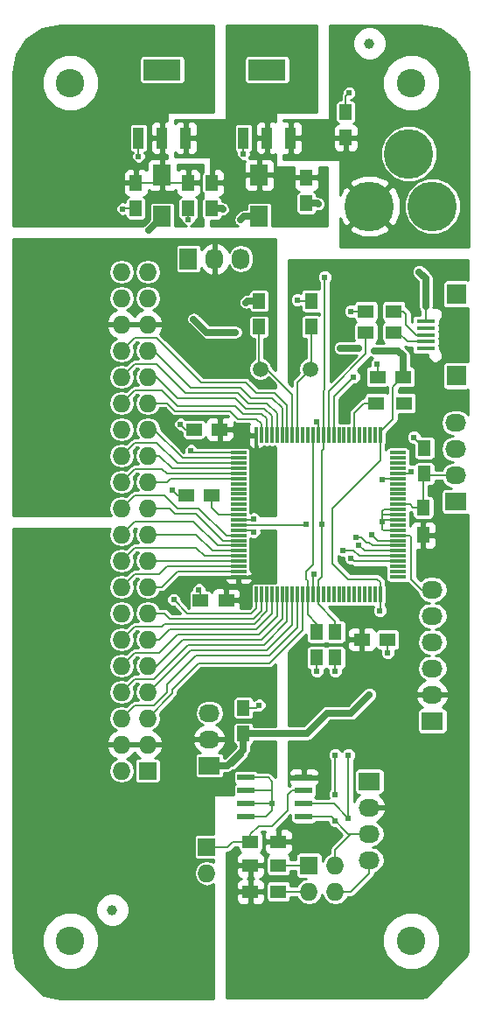
<source format=gbr>
G04 #@! TF.FileFunction,Copper,L1,Top,Signal*
%FSLAX46Y46*%
G04 Gerber Fmt 4.6, Leading zero omitted, Abs format (unit mm)*
G04 Created by KiCad (PCBNEW (after 2015-mar-04 BZR unknown)-product) date 11/7/2016 11:50:26 AM*
%MOMM*%
G01*
G04 APERTURE LIST*
%ADD10C,0.100000*%
%ADD11R,1.500000X0.300000*%
%ADD12R,0.300000X1.500000*%
%ADD13R,1.500000X1.250000*%
%ADD14R,1.250000X1.500000*%
%ADD15R,1.700000X2.000000*%
%ADD16C,1.000000*%
%ADD17R,2.032000X1.727200*%
%ADD18O,2.032000X1.727200*%
%ADD19R,1.727200X1.727200*%
%ADD20O,1.727200X1.727200*%
%ADD21R,1.727200X2.032000*%
%ADD22O,1.727200X2.032000*%
%ADD23C,2.750000*%
%ADD24R,1.500000X1.300000*%
%ADD25R,1.300000X1.500000*%
%ADD26R,1.651000X0.599440*%
%ADD27C,4.800600*%
%ADD28R,3.657600X2.032000*%
%ADD29R,1.016000X2.032000*%
%ADD30R,1.800000X0.400000*%
%ADD31R,1.900000X1.900000*%
%ADD32C,1.501140*%
%ADD33C,0.610000*%
%ADD34C,0.203200*%
%ADD35C,0.635000*%
%ADD36C,0.254000*%
G04 APERTURE END LIST*
D10*
D11*
X47705000Y-63785000D03*
X47705000Y-63285000D03*
X47705000Y-62785000D03*
X47705000Y-62285000D03*
X47705000Y-61785000D03*
X47705000Y-61285000D03*
X47705000Y-60785000D03*
X47705000Y-60285000D03*
X47705000Y-59785000D03*
X47705000Y-59285000D03*
X47705000Y-58785000D03*
X47705000Y-58285000D03*
X47705000Y-57785000D03*
X47705000Y-57285000D03*
X47705000Y-56785000D03*
X47705000Y-56285000D03*
X47705000Y-55785000D03*
X47705000Y-55285000D03*
X47705000Y-54785000D03*
X47705000Y-54285000D03*
X47705000Y-53785000D03*
X47705000Y-53285000D03*
X47705000Y-52785000D03*
X47705000Y-52285000D03*
X47705000Y-51785000D03*
D12*
X46005000Y-50085000D03*
X45505000Y-50085000D03*
X45005000Y-50085000D03*
X44505000Y-50085000D03*
X44005000Y-50085000D03*
X43505000Y-50085000D03*
X43005000Y-50085000D03*
X42505000Y-50085000D03*
X42005000Y-50085000D03*
X41505000Y-50085000D03*
X41005000Y-50085000D03*
X40505000Y-50085000D03*
X40005000Y-50085000D03*
X39505000Y-50085000D03*
X39005000Y-50085000D03*
X38505000Y-50085000D03*
X38005000Y-50085000D03*
X37505000Y-50085000D03*
X37005000Y-50085000D03*
X36505000Y-50085000D03*
X36005000Y-50085000D03*
X35505000Y-50085000D03*
X35005000Y-50085000D03*
X34505000Y-50085000D03*
X34005000Y-50085000D03*
D11*
X32305000Y-51785000D03*
X32305000Y-52285000D03*
X32305000Y-52785000D03*
X32305000Y-53285000D03*
X32305000Y-53785000D03*
X32305000Y-54285000D03*
X32305000Y-54785000D03*
X32305000Y-55285000D03*
X32305000Y-55785000D03*
X32305000Y-56285000D03*
X32305000Y-56785000D03*
X32305000Y-57285000D03*
X32305000Y-57785000D03*
X32305000Y-58285000D03*
X32305000Y-58785000D03*
X32305000Y-59285000D03*
X32305000Y-59785000D03*
X32305000Y-60285000D03*
X32305000Y-60785000D03*
X32305000Y-61285000D03*
X32305000Y-61785000D03*
X32305000Y-62285000D03*
X32305000Y-62785000D03*
X32305000Y-63285000D03*
X32305000Y-63785000D03*
D12*
X34005000Y-65485000D03*
X34505000Y-65485000D03*
X35005000Y-65485000D03*
X35505000Y-65485000D03*
X36005000Y-65485000D03*
X36505000Y-65485000D03*
X37005000Y-65485000D03*
X37505000Y-65485000D03*
X38005000Y-65485000D03*
X38505000Y-65485000D03*
X39005000Y-65485000D03*
X39505000Y-65485000D03*
X40005000Y-65485000D03*
X40505000Y-65485000D03*
X41005000Y-65485000D03*
X41505000Y-65485000D03*
X42005000Y-65485000D03*
X42505000Y-65485000D03*
X43005000Y-65485000D03*
X43505000Y-65485000D03*
X44005000Y-65485000D03*
X44505000Y-65485000D03*
X45005000Y-65485000D03*
X45505000Y-65485000D03*
X46005000Y-65485000D03*
D13*
X44216000Y-69850000D03*
X46716000Y-69850000D03*
D14*
X50292000Y-53828000D03*
X50292000Y-51328000D03*
D13*
X31095000Y-66040000D03*
X28595000Y-66040000D03*
X48240000Y-44450000D03*
X45740000Y-44450000D03*
D14*
X32766000Y-78974000D03*
X32766000Y-76474000D03*
D13*
X30460000Y-49530000D03*
X27960000Y-49530000D03*
D14*
X39878000Y-71608000D03*
X39878000Y-69108000D03*
X41656000Y-71608000D03*
X41656000Y-69108000D03*
D13*
X27198000Y-55880000D03*
X29698000Y-55880000D03*
D15*
X24892000Y-28924000D03*
X24892000Y-24924000D03*
X34290000Y-28924000D03*
X34290000Y-24924000D03*
D16*
X44958000Y-12192000D03*
X20066000Y-96012000D03*
D17*
X53340000Y-56515000D03*
D18*
X53340000Y-53975000D03*
X53340000Y-51435000D03*
X53340000Y-48895000D03*
D19*
X29210000Y-89916000D03*
D20*
X29210000Y-92456000D03*
D21*
X27432000Y-33020000D03*
D22*
X29972000Y-33020000D03*
X32512000Y-33020000D03*
D17*
X29464000Y-82042000D03*
D18*
X29464000Y-79502000D03*
X29464000Y-76962000D03*
D23*
X16000000Y-16000000D03*
X49000000Y-16000000D03*
X16000000Y-99000000D03*
X49000000Y-99000000D03*
D24*
X36148000Y-89408000D03*
X33448000Y-89408000D03*
X36148000Y-91694000D03*
X33448000Y-91694000D03*
X36148000Y-94234000D03*
X33448000Y-94234000D03*
D25*
X50165000Y-57070000D03*
X50165000Y-59770000D03*
D24*
X45640000Y-46990000D03*
X48340000Y-46990000D03*
D26*
X38608000Y-83185000D03*
X33020000Y-83185000D03*
X38608000Y-84455000D03*
X38608000Y-85725000D03*
X38608000Y-86995000D03*
X33020000Y-84455000D03*
X33020000Y-85725000D03*
X33020000Y-86995000D03*
D27*
X51054000Y-27940000D03*
X44958000Y-27940000D03*
X48768000Y-22860000D03*
D28*
X35052000Y-14732000D03*
D29*
X35052000Y-21336000D03*
X37338000Y-21336000D03*
X32766000Y-21336000D03*
D28*
X24892000Y-14732000D03*
D29*
X24892000Y-21336000D03*
X27178000Y-21336000D03*
X22606000Y-21336000D03*
D19*
X23495000Y-82550000D03*
D20*
X20955000Y-82550000D03*
X23495000Y-80010000D03*
X20955000Y-80010000D03*
X23495000Y-77470000D03*
X20955000Y-77470000D03*
X23495000Y-74930000D03*
X20955000Y-74930000D03*
X23495000Y-72390000D03*
X20955000Y-72390000D03*
X23495000Y-69850000D03*
X20955000Y-69850000D03*
X23495000Y-67310000D03*
X20955000Y-67310000D03*
X23495000Y-64770000D03*
X20955000Y-64770000D03*
X23495000Y-62230000D03*
X20955000Y-62230000D03*
X23495000Y-59690000D03*
X20955000Y-59690000D03*
X23495000Y-57150000D03*
X20955000Y-57150000D03*
X23495000Y-54610000D03*
X20955000Y-54610000D03*
X23495000Y-52070000D03*
X20955000Y-52070000D03*
X23495000Y-49530000D03*
X20955000Y-49530000D03*
X23495000Y-46990000D03*
X20955000Y-46990000D03*
X23495000Y-44450000D03*
X20955000Y-44450000D03*
X23495000Y-41910000D03*
X20955000Y-41910000D03*
X23495000Y-39370000D03*
X20955000Y-39370000D03*
X23495000Y-36830000D03*
X20955000Y-36830000D03*
X23495000Y-34290000D03*
X20955000Y-34290000D03*
D14*
X34290000Y-37104000D03*
X34290000Y-39604000D03*
X39370000Y-37104000D03*
X39370000Y-39604000D03*
D30*
X50400000Y-41686000D03*
X50400000Y-41036000D03*
X50400000Y-40386000D03*
X50400000Y-39736000D03*
X50400000Y-39086000D03*
D31*
X53425000Y-44336000D03*
X53425000Y-36436000D03*
D24*
X47324000Y-40132000D03*
X44624000Y-40132000D03*
X47324000Y-38100000D03*
X44624000Y-38100000D03*
D32*
X34389060Y-43688000D03*
X39270940Y-43688000D03*
D14*
X42672000Y-21316000D03*
X42672000Y-18816000D03*
X29718000Y-25674000D03*
X29718000Y-28174000D03*
X38862000Y-25166000D03*
X38862000Y-27666000D03*
X27432000Y-25674000D03*
X27432000Y-28174000D03*
X22352000Y-25674000D03*
X22352000Y-28174000D03*
D17*
X44958000Y-83566000D03*
D18*
X44958000Y-86106000D03*
X44958000Y-88646000D03*
X44958000Y-91186000D03*
D19*
X39116000Y-91694000D03*
D20*
X41656000Y-91694000D03*
X39116000Y-94234000D03*
X41656000Y-94234000D03*
D17*
X51054000Y-77724000D03*
D18*
X51054000Y-75184000D03*
X51054000Y-72644000D03*
X51054000Y-70104000D03*
X51054000Y-67564000D03*
X51054000Y-65024000D03*
D33*
X39624000Y-63500000D03*
X39878000Y-48768000D03*
X33782000Y-58166000D03*
X33782000Y-59436000D03*
X46228000Y-58420000D03*
X46736000Y-71120000D03*
X35560000Y-85725000D03*
X34290000Y-76200000D03*
X41656000Y-72898000D03*
X39878000Y-72898000D03*
X32766000Y-22860000D03*
X27432000Y-29210000D03*
X26670000Y-49022000D03*
X21082000Y-28194000D03*
X22606000Y-23114000D03*
X43000000Y-17000000D03*
X28448000Y-65024000D03*
X25908000Y-55372000D03*
X49276000Y-50292000D03*
X45720000Y-43180000D03*
X40000000Y-27750000D03*
X30750000Y-28250000D03*
X33000000Y-37250000D03*
X38000000Y-37000000D03*
X49784000Y-34290000D03*
X40386000Y-58674000D03*
X38862000Y-58674000D03*
X40640000Y-34798000D03*
X40640000Y-29464000D03*
X41402000Y-39624000D03*
X41402000Y-42926000D03*
X42418000Y-47752000D03*
X51562000Y-59690000D03*
X27432000Y-24130000D03*
X49022000Y-53594000D03*
X46228000Y-54356000D03*
X42926000Y-81026000D03*
X43180000Y-61976000D03*
X42926000Y-87122000D03*
X41656000Y-81026000D03*
X41656000Y-84836000D03*
X41656000Y-87376000D03*
X42418000Y-61214000D03*
X27686000Y-51562000D03*
X26000000Y-66000000D03*
X43180000Y-38100000D03*
X43434000Y-44450000D03*
X43942000Y-60706000D03*
X43688000Y-59944000D03*
X45212000Y-59690000D03*
X27940000Y-38862000D03*
X32004000Y-40132000D03*
X45466000Y-41910000D03*
X45974000Y-67056000D03*
X44958000Y-75184000D03*
X43942000Y-41656000D03*
X42164000Y-41656000D03*
X23622000Y-30226000D03*
X32500000Y-29250000D03*
D34*
X39505000Y-65485000D02*
X39505000Y-63619000D01*
X39505000Y-63619000D02*
X39624000Y-63500000D01*
X40005000Y-50085000D02*
X40005000Y-48895000D01*
X40005000Y-48895000D02*
X39878000Y-48768000D01*
X32305000Y-58285000D02*
X33663000Y-58285000D01*
X33663000Y-58285000D02*
X33782000Y-58166000D01*
X32305000Y-59285000D02*
X33631000Y-59285000D01*
X33631000Y-59285000D02*
X33782000Y-59436000D01*
X46228000Y-58285000D02*
X46228000Y-58420000D01*
X47705000Y-58285000D02*
X46228000Y-58285000D01*
X46228000Y-58285000D02*
X46228000Y-58166000D01*
X47705000Y-57785000D02*
X46228000Y-57785000D01*
X46228000Y-57785000D02*
X46228000Y-57658000D01*
X47705000Y-57285000D02*
X46347000Y-57285000D01*
X46331000Y-59285000D02*
X47705000Y-59285000D01*
X46228000Y-59182000D02*
X46331000Y-59285000D01*
X46228000Y-57404000D02*
X46228000Y-57658000D01*
X46228000Y-57658000D02*
X46228000Y-58166000D01*
X46228000Y-58166000D02*
X46228000Y-59182000D01*
X46347000Y-57285000D02*
X46228000Y-57404000D01*
X46716000Y-69850000D02*
X46716000Y-71100000D01*
X46716000Y-71100000D02*
X46736000Y-71120000D01*
X34798000Y-85725000D02*
X35560000Y-85725000D01*
X33020000Y-85725000D02*
X34798000Y-85725000D01*
X35560000Y-85725000D02*
X35560000Y-85852000D01*
X33020000Y-84455000D02*
X35560000Y-84455000D01*
X33020000Y-86995000D02*
X34925000Y-86995000D01*
X35179000Y-83185000D02*
X33020000Y-83185000D01*
X35560000Y-83566000D02*
X35179000Y-83185000D01*
X35560000Y-86360000D02*
X35560000Y-85852000D01*
X35560000Y-85852000D02*
X35560000Y-84455000D01*
X35560000Y-84455000D02*
X35560000Y-83566000D01*
X34925000Y-86995000D02*
X35560000Y-86360000D01*
X32766000Y-76474000D02*
X34016000Y-76474000D01*
X34016000Y-76474000D02*
X34290000Y-76200000D01*
X41656000Y-71608000D02*
X41656000Y-72898000D01*
X39878000Y-71608000D02*
X39878000Y-72898000D01*
X32766000Y-21336000D02*
X32766000Y-22860000D01*
X27432000Y-28174000D02*
X27432000Y-29210000D01*
X27960000Y-49530000D02*
X27178000Y-49530000D01*
X27178000Y-49530000D02*
X26670000Y-49022000D01*
X22352000Y-28174000D02*
X21102000Y-28174000D01*
X21102000Y-28174000D02*
X21082000Y-28194000D01*
X22606000Y-21336000D02*
X22606000Y-23114000D01*
X42672000Y-18816000D02*
X42672000Y-17328000D01*
X42672000Y-17328000D02*
X43000000Y-17000000D01*
X28595000Y-66040000D02*
X28595000Y-65171000D01*
X28595000Y-65171000D02*
X28448000Y-65024000D01*
X27198000Y-55880000D02*
X26416000Y-55880000D01*
X26416000Y-55880000D02*
X25908000Y-55372000D01*
X50292000Y-51328000D02*
X50292000Y-51308000D01*
X50292000Y-51308000D02*
X49276000Y-50292000D01*
X45740000Y-44450000D02*
X45740000Y-43200000D01*
X45740000Y-43200000D02*
X45720000Y-43180000D01*
D35*
X39916000Y-27666000D02*
X40000000Y-27750000D01*
X38862000Y-27666000D02*
X39916000Y-27666000D01*
X30674000Y-28174000D02*
X30750000Y-28250000D01*
X29718000Y-28174000D02*
X30674000Y-28174000D01*
X33146000Y-37104000D02*
X33000000Y-37250000D01*
X34290000Y-37104000D02*
X33146000Y-37104000D01*
D34*
X38104000Y-37104000D02*
X38000000Y-37000000D01*
X39370000Y-37104000D02*
X38104000Y-37104000D01*
X50400000Y-34906000D02*
X49784000Y-34290000D01*
X50400000Y-34906000D02*
X49784000Y-34290000D01*
X50400000Y-39086000D02*
X50400000Y-37592000D01*
D35*
X50400000Y-34906000D02*
X49784000Y-34290000D01*
X50400000Y-37592000D02*
X50400000Y-34906000D01*
D34*
X32305000Y-58785000D02*
X38751000Y-58785000D01*
X38751000Y-58785000D02*
X38862000Y-58674000D01*
X40005000Y-65485000D02*
X40005000Y-64135000D01*
X40505000Y-51443000D02*
X40505000Y-50085000D01*
X40386000Y-51562000D02*
X40505000Y-51443000D01*
X40386000Y-63754000D02*
X40386000Y-58674000D01*
X40386000Y-58674000D02*
X40386000Y-51562000D01*
X40005000Y-64135000D02*
X40386000Y-63754000D01*
X40005000Y-65485000D02*
X40005000Y-66421000D01*
X41656000Y-68072000D02*
X41656000Y-69108000D01*
X40005000Y-66421000D02*
X41656000Y-68072000D01*
X40505000Y-50085000D02*
X40505000Y-45839000D01*
X40505000Y-45839000D02*
X40640000Y-45704000D01*
X40640000Y-45704000D02*
X40640000Y-37084000D01*
X34532000Y-25166000D02*
X34290000Y-24924000D01*
X35052000Y-21336000D02*
X35052000Y-22606000D01*
X34290000Y-23368000D02*
X34290000Y-24924000D01*
X35052000Y-22606000D02*
X34290000Y-23368000D01*
X40640000Y-37084000D02*
X40640000Y-34798000D01*
X24892000Y-21336000D02*
X24892000Y-24924000D01*
X25642000Y-25674000D02*
X24892000Y-24924000D01*
X27432000Y-25674000D02*
X25642000Y-25674000D01*
X24142000Y-25674000D02*
X24892000Y-24924000D01*
X22352000Y-25674000D02*
X24142000Y-25674000D01*
X41402000Y-39624000D02*
X41402000Y-42926000D01*
X51482000Y-59770000D02*
X50165000Y-59770000D01*
X51482000Y-59770000D02*
X51562000Y-59690000D01*
X27432000Y-25674000D02*
X27432000Y-24130000D01*
X53340000Y-53975000D02*
X50439000Y-53975000D01*
X50439000Y-53975000D02*
X50292000Y-53828000D01*
X50165000Y-57070000D02*
X50165000Y-53955000D01*
X50165000Y-53955000D02*
X50292000Y-53828000D01*
X47705000Y-56785000D02*
X48911000Y-56785000D01*
X49196000Y-57070000D02*
X50165000Y-57070000D01*
X48911000Y-56785000D02*
X49196000Y-57070000D01*
X31095000Y-65095000D02*
X31190000Y-65000000D01*
X31190000Y-65000000D02*
X32000000Y-65000000D01*
X32000000Y-65000000D02*
X32305000Y-64695000D01*
X32305000Y-64695000D02*
X32305000Y-63785000D01*
X31095000Y-66040000D02*
X31095000Y-65095000D01*
X34005000Y-50085000D02*
X33067000Y-50085000D01*
X32512000Y-49530000D02*
X30460000Y-49530000D01*
X33067000Y-50085000D02*
X32512000Y-49530000D01*
X39505000Y-50085000D02*
X39505000Y-62603000D01*
X39005000Y-64151000D02*
X39005000Y-65485000D01*
X38862000Y-64008000D02*
X39005000Y-64151000D01*
X38862000Y-63246000D02*
X38862000Y-64008000D01*
X39505000Y-62603000D02*
X38862000Y-63246000D01*
X39005000Y-65485000D02*
X39005000Y-67453000D01*
X39878000Y-68326000D02*
X39878000Y-69108000D01*
X39005000Y-67453000D02*
X39878000Y-68326000D01*
X32305000Y-57785000D02*
X30353000Y-57785000D01*
X29698000Y-57130000D02*
X29698000Y-55880000D01*
X30353000Y-57785000D02*
X29698000Y-57130000D01*
X47705000Y-53785000D02*
X48831000Y-53785000D01*
X48831000Y-53785000D02*
X49022000Y-53594000D01*
X46299000Y-54285000D02*
X47705000Y-54285000D01*
X46228000Y-54356000D02*
X46299000Y-54285000D01*
X33448000Y-89408000D02*
X33448000Y-88726000D01*
X37465000Y-84455000D02*
X38608000Y-84455000D01*
X37084000Y-84836000D02*
X37465000Y-84455000D01*
X37084000Y-86360000D02*
X37084000Y-84836000D01*
X35560000Y-87884000D02*
X37084000Y-86360000D01*
X34290000Y-87884000D02*
X35560000Y-87884000D01*
X33448000Y-88726000D02*
X34290000Y-87884000D01*
X29210000Y-89916000D02*
X31242000Y-89916000D01*
X31750000Y-89408000D02*
X33448000Y-89408000D01*
X31242000Y-89916000D02*
X31750000Y-89408000D01*
X23495000Y-74930000D02*
X23622000Y-74930000D01*
X23622000Y-74930000D02*
X27686000Y-70866000D01*
X27686000Y-70866000D02*
X35052000Y-70866000D01*
X37505000Y-65485000D02*
X37505000Y-68413000D01*
X37505000Y-68413000D02*
X35052000Y-70866000D01*
X23749000Y-74676000D02*
X23495000Y-74930000D01*
X42926000Y-87122000D02*
X42926000Y-81026000D01*
X43489000Y-62285000D02*
X47705000Y-62285000D01*
X43180000Y-61976000D02*
X43489000Y-62285000D01*
X38608000Y-85725000D02*
X41529000Y-85725000D01*
X41529000Y-85725000D02*
X42926000Y-87122000D01*
X41656000Y-94234000D02*
X43180000Y-94234000D01*
X44958000Y-92456000D02*
X44958000Y-91186000D01*
X43180000Y-94234000D02*
X44958000Y-92456000D01*
X41656000Y-84836000D02*
X41656000Y-81026000D01*
X47705000Y-61785000D02*
X44005000Y-61785000D01*
X44005000Y-61785000D02*
X43434000Y-61214000D01*
X38608000Y-86995000D02*
X41275000Y-86995000D01*
X41275000Y-86995000D02*
X41656000Y-87376000D01*
X42418000Y-61214000D02*
X43434000Y-61214000D01*
X44958000Y-88646000D02*
X42926000Y-88646000D01*
X42926000Y-88646000D02*
X41275000Y-86995000D01*
X44958000Y-88646000D02*
X43180000Y-88646000D01*
X41656000Y-90170000D02*
X41656000Y-91694000D01*
X43180000Y-88646000D02*
X41656000Y-90170000D01*
X43505000Y-50085000D02*
X43505000Y-47935000D01*
X44450000Y-46990000D02*
X45640000Y-46990000D01*
X43505000Y-47935000D02*
X44450000Y-46990000D01*
X37005000Y-50085000D02*
X37005000Y-47165000D01*
X22225000Y-40640000D02*
X20955000Y-41910000D01*
X24384000Y-40640000D02*
X22225000Y-40640000D01*
X28702000Y-44958000D02*
X24384000Y-40640000D01*
X33020000Y-44958000D02*
X28702000Y-44958000D01*
X34036000Y-45974000D02*
X33020000Y-44958000D01*
X35814000Y-45974000D02*
X34036000Y-45974000D01*
X37005000Y-47165000D02*
X35814000Y-45974000D01*
X36505000Y-50085000D02*
X36505000Y-47427000D01*
X27686000Y-45466000D02*
X24130000Y-41910000D01*
X32512000Y-45466000D02*
X27686000Y-45466000D01*
X33528000Y-46482000D02*
X32512000Y-45466000D01*
X35560000Y-46482000D02*
X33528000Y-46482000D01*
X36505000Y-47427000D02*
X35560000Y-46482000D01*
X24130000Y-41910000D02*
X23495000Y-41910000D01*
X36005000Y-50085000D02*
X36005000Y-47943000D01*
X22225000Y-43180000D02*
X20955000Y-44450000D01*
X24384000Y-43180000D02*
X22225000Y-43180000D01*
X27178000Y-45974000D02*
X24384000Y-43180000D01*
X32258000Y-45974000D02*
X27178000Y-45974000D01*
X33274000Y-46990000D02*
X32258000Y-45974000D01*
X35052000Y-46990000D02*
X33274000Y-46990000D01*
X36005000Y-47943000D02*
X35052000Y-46990000D01*
X35505000Y-50085000D02*
X35505000Y-48205000D01*
X24384000Y-44450000D02*
X23495000Y-44450000D01*
X26416000Y-46482000D02*
X24384000Y-44450000D01*
X32004000Y-46482000D02*
X26416000Y-46482000D01*
X33020000Y-47498000D02*
X32004000Y-46482000D01*
X34798000Y-47498000D02*
X33020000Y-47498000D01*
X35505000Y-48205000D02*
X34798000Y-47498000D01*
X35005000Y-50085000D02*
X35005000Y-48467000D01*
X22225000Y-45720000D02*
X20955000Y-46990000D01*
X24892000Y-45720000D02*
X22225000Y-45720000D01*
X26416000Y-47244000D02*
X24892000Y-45720000D01*
X32004000Y-47244000D02*
X26416000Y-47244000D01*
X32766000Y-48006000D02*
X32004000Y-47244000D01*
X34544000Y-48006000D02*
X32766000Y-48006000D01*
X35005000Y-48467000D02*
X34544000Y-48006000D01*
X34505000Y-50085000D02*
X34505000Y-48983000D01*
X34505000Y-48983000D02*
X34036000Y-48514000D01*
X32258000Y-48514000D02*
X31496000Y-47752000D01*
X34036000Y-48514000D02*
X32258000Y-48514000D01*
X25400000Y-46990000D02*
X23495000Y-46990000D01*
X26162000Y-47752000D02*
X25400000Y-46990000D01*
X31496000Y-47752000D02*
X26162000Y-47752000D01*
X27909000Y-51785000D02*
X27686000Y-51562000D01*
X32305000Y-51785000D02*
X27909000Y-51785000D01*
X32305000Y-52285000D02*
X26885000Y-52285000D01*
X26885000Y-52285000D02*
X24130000Y-49530000D01*
X24130000Y-49530000D02*
X23495000Y-49530000D01*
X32305000Y-52785000D02*
X26369000Y-52785000D01*
X22225000Y-50800000D02*
X20955000Y-52070000D01*
X24384000Y-50800000D02*
X22225000Y-50800000D01*
X26369000Y-52785000D02*
X24384000Y-50800000D01*
X32305000Y-53285000D02*
X25853000Y-53285000D01*
X24638000Y-52070000D02*
X23495000Y-52070000D01*
X25853000Y-53285000D02*
X24638000Y-52070000D01*
X32305000Y-53785000D02*
X25337000Y-53785000D01*
X22225000Y-53340000D02*
X20955000Y-54610000D01*
X24892000Y-53340000D02*
X22225000Y-53340000D01*
X25337000Y-53785000D02*
X24892000Y-53340000D01*
X32305000Y-54285000D02*
X25725000Y-54285000D01*
X25400000Y-54610000D02*
X23495000Y-54610000D01*
X25725000Y-54285000D02*
X25400000Y-54610000D01*
X32305000Y-59785000D02*
X31083000Y-59785000D01*
X22225000Y-55880000D02*
X20955000Y-57150000D01*
X25146000Y-55880000D02*
X22225000Y-55880000D01*
X26416000Y-57150000D02*
X25146000Y-55880000D01*
X28448000Y-57150000D02*
X26416000Y-57150000D01*
X31083000Y-59785000D02*
X28448000Y-57150000D01*
X32305000Y-60285000D02*
X30821000Y-60285000D01*
X25654000Y-57150000D02*
X23495000Y-57150000D01*
X26162000Y-57658000D02*
X25654000Y-57150000D01*
X28194000Y-57658000D02*
X26162000Y-57658000D01*
X30821000Y-60285000D02*
X28194000Y-57658000D01*
X32305000Y-60785000D02*
X30305000Y-60785000D01*
X22225000Y-58420000D02*
X20955000Y-59690000D01*
X27940000Y-58420000D02*
X22225000Y-58420000D01*
X30305000Y-60785000D02*
X27940000Y-58420000D01*
X32305000Y-61285000D02*
X29789000Y-61285000D01*
X28194000Y-59690000D02*
X23495000Y-59690000D01*
X29789000Y-61285000D02*
X28194000Y-59690000D01*
X32305000Y-61785000D02*
X29019000Y-61785000D01*
X22225000Y-60960000D02*
X20955000Y-62230000D01*
X28194000Y-60960000D02*
X22225000Y-60960000D01*
X29019000Y-61785000D02*
X28194000Y-60960000D01*
X32305000Y-62285000D02*
X28503000Y-62285000D01*
X28448000Y-62230000D02*
X23495000Y-62230000D01*
X28503000Y-62285000D02*
X28448000Y-62230000D01*
X32305000Y-62785000D02*
X25353000Y-62785000D01*
X22225000Y-63500000D02*
X20955000Y-64770000D01*
X24638000Y-63500000D02*
X22225000Y-63500000D01*
X25353000Y-62785000D02*
X24638000Y-63500000D01*
X32305000Y-63285000D02*
X26377000Y-63285000D01*
X24892000Y-64770000D02*
X23495000Y-64770000D01*
X26377000Y-63285000D02*
X24892000Y-64770000D01*
X34005000Y-65485000D02*
X34005000Y-66833000D01*
X33528000Y-67310000D02*
X29000000Y-67310000D01*
X34005000Y-66833000D02*
X33528000Y-67310000D01*
X27310000Y-67310000D02*
X26000000Y-66000000D01*
X29000000Y-67310000D02*
X27310000Y-67310000D01*
X34505000Y-65485000D02*
X34505000Y-67095000D01*
X25146000Y-67310000D02*
X23495000Y-67310000D01*
X25654000Y-67818000D02*
X25146000Y-67310000D01*
X33782000Y-67818000D02*
X25654000Y-67818000D01*
X34505000Y-67095000D02*
X33782000Y-67818000D01*
X35005000Y-65485000D02*
X35005000Y-67133818D01*
X22225000Y-68580000D02*
X20955000Y-69850000D01*
X24892000Y-68580000D02*
X22225000Y-68580000D01*
X25146000Y-68326000D02*
X24892000Y-68580000D01*
X33812818Y-68326000D02*
X25146000Y-68326000D01*
X35005000Y-67133818D02*
X33812818Y-68326000D01*
X23495000Y-69850000D02*
X24638000Y-69850000D01*
X25654000Y-68834000D02*
X34036000Y-68834000D01*
X24638000Y-69850000D02*
X25654000Y-68834000D01*
X35505000Y-65485000D02*
X35505000Y-67365000D01*
X35505000Y-67365000D02*
X34036000Y-68834000D01*
X24003000Y-69342000D02*
X23495000Y-69850000D01*
X22225000Y-71120000D02*
X24638000Y-71120000D01*
X26416000Y-69342000D02*
X34290000Y-69342000D01*
X24638000Y-71120000D02*
X26416000Y-69342000D01*
X36005000Y-65485000D02*
X36005000Y-67627000D01*
X36005000Y-67627000D02*
X34290000Y-69342000D01*
X22225000Y-71120000D02*
X20955000Y-72390000D01*
X23495000Y-72390000D02*
X24384000Y-72390000D01*
X26924000Y-69850000D02*
X34544000Y-69850000D01*
X24384000Y-72390000D02*
X26924000Y-69850000D01*
X36505000Y-65485000D02*
X36505000Y-67889000D01*
X36505000Y-67889000D02*
X34544000Y-69850000D01*
X22352000Y-73660000D02*
X24130000Y-73660000D01*
X27432000Y-70358000D02*
X34798000Y-70358000D01*
X24130000Y-73660000D02*
X27432000Y-70358000D01*
X37005000Y-65485000D02*
X37005000Y-68151000D01*
X37005000Y-68151000D02*
X34798000Y-70358000D01*
X22225000Y-73660000D02*
X20955000Y-74930000D01*
X22352000Y-73660000D02*
X22225000Y-73660000D01*
X38505000Y-65485000D02*
X38505000Y-68937000D01*
X25908000Y-75057000D02*
X23495000Y-77470000D01*
X25908000Y-74676000D02*
X25908000Y-75057000D01*
X28448000Y-72136000D02*
X25908000Y-74676000D01*
X35306000Y-72136000D02*
X28448000Y-72136000D01*
X38505000Y-68937000D02*
X35306000Y-72136000D01*
X38005000Y-65485000D02*
X38005000Y-68675000D01*
X22225000Y-76200000D02*
X20955000Y-77470000D01*
X24130000Y-76200000D02*
X22225000Y-76200000D01*
X25400000Y-74930000D02*
X24130000Y-76200000D01*
X25400000Y-74168000D02*
X25400000Y-74930000D01*
X28194000Y-71374000D02*
X25400000Y-74168000D01*
X35306000Y-71374000D02*
X28194000Y-71374000D01*
X38005000Y-68675000D02*
X35306000Y-71374000D01*
X34290000Y-39604000D02*
X34290000Y-43588940D01*
X34290000Y-43588940D02*
X34389060Y-43688000D01*
X37505000Y-50085000D02*
X37505000Y-46141000D01*
X37505000Y-46141000D02*
X35052000Y-43688000D01*
X35052000Y-43688000D02*
X34389060Y-43688000D01*
X39370000Y-39604000D02*
X39370000Y-43588940D01*
X39370000Y-43588940D02*
X39270940Y-43688000D01*
X38005000Y-50085000D02*
X38005000Y-44953940D01*
X38005000Y-44953940D02*
X39270940Y-43688000D01*
X50400000Y-41036000D02*
X48656000Y-41036000D01*
X48656000Y-41036000D02*
X47752000Y-40132000D01*
X47752000Y-40132000D02*
X47324000Y-40132000D01*
X50400000Y-40386000D02*
X49530000Y-40386000D01*
X49530000Y-40386000D02*
X48514000Y-39370000D01*
X48514000Y-39370000D02*
X48514000Y-38354000D01*
X48514000Y-38354000D02*
X48260000Y-38100000D01*
X48260000Y-38100000D02*
X47324000Y-38100000D01*
X41005000Y-50085000D02*
X41005000Y-45863000D01*
X44624000Y-42244000D02*
X44624000Y-40132000D01*
X41005000Y-45863000D02*
X44624000Y-42244000D01*
X41505000Y-50085000D02*
X41505000Y-46379000D01*
X43180000Y-38100000D02*
X44624000Y-38100000D01*
X41505000Y-46379000D02*
X43434000Y-44450000D01*
X47705000Y-61285000D02*
X44521000Y-61285000D01*
X44521000Y-61285000D02*
X43942000Y-60706000D01*
X45291000Y-60785000D02*
X47705000Y-60785000D01*
X44958000Y-60452000D02*
X45291000Y-60785000D01*
X44704000Y-60452000D02*
X44958000Y-60452000D01*
X44196000Y-59944000D02*
X44704000Y-60452000D01*
X43688000Y-59944000D02*
X44196000Y-59944000D01*
X45807000Y-60285000D02*
X47705000Y-60285000D01*
X45212000Y-59690000D02*
X45807000Y-60285000D01*
X51054000Y-65024000D02*
X50038000Y-65024000D01*
X50038000Y-65024000D02*
X49022000Y-64008000D01*
X49022000Y-64008000D02*
X49022000Y-59944000D01*
X49022000Y-59944000D02*
X48863000Y-59785000D01*
X48863000Y-59785000D02*
X47705000Y-59785000D01*
X46005000Y-50085000D02*
X46005000Y-52547000D01*
X46005000Y-64293000D02*
X46005000Y-65485000D01*
X45720000Y-64008000D02*
X46005000Y-64293000D01*
X42926000Y-64008000D02*
X45720000Y-64008000D01*
X41402000Y-62484000D02*
X42926000Y-64008000D01*
X41402000Y-57150000D02*
X41402000Y-62484000D01*
X46005000Y-52547000D02*
X41402000Y-57150000D01*
X46005000Y-50085000D02*
X46005000Y-49753000D01*
X46005000Y-49753000D02*
X47244000Y-48514000D01*
X47244000Y-48514000D02*
X47244000Y-45446000D01*
X47244000Y-45446000D02*
X48240000Y-44450000D01*
X32766000Y-78974000D02*
X32766000Y-81026000D01*
X48240000Y-44450000D02*
X48240000Y-42398000D01*
X48240000Y-42398000D02*
X47752000Y-41910000D01*
X29464000Y-82042000D02*
X31750000Y-82042000D01*
X46005000Y-67025000D02*
X46005000Y-65485000D01*
X45974000Y-67056000D02*
X46005000Y-67025000D01*
X31750000Y-82042000D02*
X32766000Y-81026000D01*
D35*
X29210000Y-40132000D02*
X27940000Y-38862000D01*
X32004000Y-40132000D02*
X29210000Y-40132000D01*
X42164000Y-41656000D02*
X43942000Y-41656000D01*
X48240000Y-42398000D02*
X48240000Y-44450000D01*
X47752000Y-41910000D02*
X48240000Y-42398000D01*
X45466000Y-41910000D02*
X47752000Y-41910000D01*
X31242000Y-82042000D02*
X32766000Y-80518000D01*
X32766000Y-80518000D02*
X32766000Y-78974000D01*
X29464000Y-82042000D02*
X31242000Y-82042000D01*
X38882000Y-78974000D02*
X40894000Y-76962000D01*
X40894000Y-76962000D02*
X43180000Y-76962000D01*
X43180000Y-76962000D02*
X44958000Y-75184000D01*
X32766000Y-78974000D02*
X38882000Y-78974000D01*
X24892000Y-28956000D02*
X24892000Y-28924000D01*
X23622000Y-30226000D02*
X24892000Y-28956000D01*
D34*
X42652000Y-21336000D02*
X42672000Y-21316000D01*
X44958000Y-27940000D02*
X44958000Y-27482000D01*
X32512000Y-33020000D02*
X32512000Y-32258000D01*
D35*
X32826000Y-28924000D02*
X34290000Y-28924000D01*
X32500000Y-29250000D02*
X32826000Y-28924000D01*
D34*
X36148000Y-91694000D02*
X39116000Y-91694000D01*
X36148000Y-94234000D02*
X39116000Y-94234000D01*
D36*
G36*
X46710600Y-46041825D02*
X46703258Y-46030649D01*
X46559755Y-45933784D01*
X46390000Y-45899741D01*
X44890000Y-45899741D01*
X44725356Y-45931685D01*
X44580649Y-46026742D01*
X44483784Y-46170245D01*
X44449741Y-46340000D01*
X44449741Y-46456651D01*
X44245877Y-46497203D01*
X44072829Y-46612829D01*
X43127829Y-47557829D01*
X43012203Y-47730877D01*
X42971600Y-47935000D01*
X42971600Y-48894741D01*
X42855000Y-48894741D01*
X42753346Y-48914463D01*
X42655000Y-48894741D01*
X42355000Y-48894741D01*
X42253346Y-48914463D01*
X42155000Y-48894741D01*
X42038400Y-48894741D01*
X42038400Y-46599942D01*
X43451526Y-45186815D01*
X43579916Y-45186928D01*
X43850819Y-45074993D01*
X44058265Y-44867909D01*
X44170672Y-44597202D01*
X44170928Y-44304084D01*
X44058993Y-44033181D01*
X43851909Y-43825735D01*
X43812832Y-43809509D01*
X45001171Y-42621171D01*
X45056817Y-42537888D01*
X45125748Y-42566511D01*
X45179255Y-42602263D01*
X45241819Y-42614707D01*
X45242918Y-42615164D01*
X45095735Y-42762091D01*
X44983328Y-43032798D01*
X44983072Y-43325916D01*
X45007378Y-43384741D01*
X44990000Y-43384741D01*
X44825356Y-43416685D01*
X44680649Y-43511742D01*
X44583784Y-43655245D01*
X44549741Y-43825000D01*
X44549741Y-45075000D01*
X44581685Y-45239644D01*
X44676742Y-45384351D01*
X44820245Y-45481216D01*
X44990000Y-45515259D01*
X46490000Y-45515259D01*
X46654644Y-45483315D01*
X46710600Y-45446557D01*
X46710600Y-46041825D01*
X46710600Y-46041825D01*
G37*
X46710600Y-46041825D02*
X46703258Y-46030649D01*
X46559755Y-45933784D01*
X46390000Y-45899741D01*
X44890000Y-45899741D01*
X44725356Y-45931685D01*
X44580649Y-46026742D01*
X44483784Y-46170245D01*
X44449741Y-46340000D01*
X44449741Y-46456651D01*
X44245877Y-46497203D01*
X44072829Y-46612829D01*
X43127829Y-47557829D01*
X43012203Y-47730877D01*
X42971600Y-47935000D01*
X42971600Y-48894741D01*
X42855000Y-48894741D01*
X42753346Y-48914463D01*
X42655000Y-48894741D01*
X42355000Y-48894741D01*
X42253346Y-48914463D01*
X42155000Y-48894741D01*
X42038400Y-48894741D01*
X42038400Y-46599942D01*
X43451526Y-45186815D01*
X43579916Y-45186928D01*
X43850819Y-45074993D01*
X44058265Y-44867909D01*
X44170672Y-44597202D01*
X44170928Y-44304084D01*
X44058993Y-44033181D01*
X43851909Y-43825735D01*
X43812832Y-43809509D01*
X45001171Y-42621171D01*
X45056817Y-42537888D01*
X45125748Y-42566511D01*
X45179255Y-42602263D01*
X45241819Y-42614707D01*
X45242918Y-42615164D01*
X45095735Y-42762091D01*
X44983328Y-43032798D01*
X44983072Y-43325916D01*
X45007378Y-43384741D01*
X44990000Y-43384741D01*
X44825356Y-43416685D01*
X44680649Y-43511742D01*
X44583784Y-43655245D01*
X44549741Y-43825000D01*
X44549741Y-45075000D01*
X44581685Y-45239644D01*
X44676742Y-45384351D01*
X44820245Y-45481216D01*
X44990000Y-45515259D01*
X46490000Y-45515259D01*
X46654644Y-45483315D01*
X46710600Y-45446557D01*
X46710600Y-46041825D01*
G36*
X54518200Y-48100912D02*
X54436750Y-47979014D01*
X54016492Y-47698206D01*
X53520764Y-47599600D01*
X53159236Y-47599600D01*
X52663508Y-47698206D01*
X52243250Y-47979014D01*
X51962442Y-48399272D01*
X51863836Y-48895000D01*
X51962442Y-49390728D01*
X52243250Y-49810986D01*
X52663508Y-50091794D01*
X53031541Y-50165000D01*
X52663508Y-50238206D01*
X52243250Y-50519014D01*
X51962442Y-50939272D01*
X51863836Y-51435000D01*
X51962442Y-51930728D01*
X52243250Y-52350986D01*
X52663508Y-52631794D01*
X53031541Y-52705000D01*
X52663508Y-52778206D01*
X52243250Y-53059014D01*
X51987613Y-53441600D01*
X51357259Y-53441600D01*
X51357259Y-53078000D01*
X51357259Y-52078000D01*
X51357259Y-50578000D01*
X51325315Y-50413356D01*
X51230258Y-50268649D01*
X51086755Y-50171784D01*
X50917000Y-50137741D01*
X50009480Y-50137741D01*
X49900993Y-49875181D01*
X49693909Y-49667735D01*
X49423202Y-49555328D01*
X49130084Y-49555072D01*
X48859181Y-49667007D01*
X48651735Y-49874091D01*
X48539328Y-50144798D01*
X48539072Y-50437916D01*
X48651007Y-50708819D01*
X48858091Y-50916265D01*
X49128798Y-51028672D01*
X49226741Y-51028757D01*
X49226741Y-52078000D01*
X49258685Y-52242644D01*
X49353742Y-52387351D01*
X49497245Y-52484216D01*
X49667000Y-52518259D01*
X50917000Y-52518259D01*
X51081644Y-52486315D01*
X51226351Y-52391258D01*
X51323216Y-52247755D01*
X51357259Y-52078000D01*
X51357259Y-53078000D01*
X51325315Y-52913356D01*
X51230258Y-52768649D01*
X51086755Y-52671784D01*
X50917000Y-52637741D01*
X49667000Y-52637741D01*
X49502356Y-52669685D01*
X49357649Y-52764742D01*
X49267579Y-52898177D01*
X49169202Y-52857328D01*
X48895259Y-52857088D01*
X48895259Y-52635000D01*
X48875536Y-52533346D01*
X48895259Y-52435000D01*
X48895259Y-52135000D01*
X48875536Y-52033346D01*
X48895259Y-51935000D01*
X48895259Y-51635000D01*
X48863315Y-51470356D01*
X48768258Y-51325649D01*
X48624755Y-51228784D01*
X48455000Y-51194741D01*
X46955000Y-51194741D01*
X46790356Y-51226685D01*
X46645649Y-51321742D01*
X46548784Y-51465245D01*
X46538400Y-51517024D01*
X46538400Y-51038556D01*
X46561216Y-51004755D01*
X46595259Y-50835000D01*
X46595259Y-49917082D01*
X47621167Y-48891173D01*
X47621171Y-48891171D01*
X47621171Y-48891170D01*
X47736797Y-48718123D01*
X47777400Y-48514000D01*
X47777401Y-48514000D01*
X47777400Y-48513994D01*
X47777400Y-48080259D01*
X49090000Y-48080259D01*
X49254644Y-48048315D01*
X49399351Y-47953258D01*
X49496216Y-47809755D01*
X49530259Y-47640000D01*
X49530259Y-46340000D01*
X49498315Y-46175356D01*
X49403258Y-46030649D01*
X49259755Y-45933784D01*
X49090000Y-45899741D01*
X47777400Y-45899741D01*
X47777400Y-45666942D01*
X47929083Y-45515259D01*
X48990000Y-45515259D01*
X49154644Y-45483315D01*
X49299351Y-45388258D01*
X49396216Y-45244755D01*
X49430259Y-45075000D01*
X49430259Y-43825000D01*
X49398315Y-43660356D01*
X49303258Y-43515649D01*
X49159755Y-43418784D01*
X48990000Y-43384741D01*
X48989300Y-43384741D01*
X48989300Y-42398000D01*
X48932263Y-42111255D01*
X48769835Y-41868165D01*
X48387355Y-41485685D01*
X48451877Y-41528797D01*
X48656000Y-41569400D01*
X49059741Y-41569400D01*
X49059741Y-41886000D01*
X49091685Y-42050644D01*
X49186742Y-42195351D01*
X49330245Y-42292216D01*
X49500000Y-42326259D01*
X50618252Y-42326259D01*
X50618078Y-42525974D01*
X50725455Y-42785847D01*
X50924107Y-42984846D01*
X51183792Y-43092677D01*
X51464974Y-43092922D01*
X51724847Y-42985545D01*
X51923846Y-42786893D01*
X52031677Y-42527208D01*
X52031922Y-42246026D01*
X51924545Y-41986153D01*
X51740259Y-41801545D01*
X51740259Y-41486000D01*
X51715605Y-41358933D01*
X51740259Y-41236000D01*
X51740259Y-40836000D01*
X51715605Y-40708933D01*
X51740259Y-40586000D01*
X51740259Y-40186000D01*
X51715605Y-40058933D01*
X51740259Y-39936000D01*
X51740259Y-39536000D01*
X51715605Y-39408933D01*
X51740259Y-39286000D01*
X51740259Y-38970159D01*
X51923846Y-38786893D01*
X52031677Y-38527208D01*
X52031922Y-38246026D01*
X51924545Y-37986153D01*
X51725893Y-37787154D01*
X51466208Y-37679323D01*
X51185026Y-37679078D01*
X51127228Y-37702959D01*
X51149300Y-37592000D01*
X51149300Y-34906000D01*
X51092264Y-34619256D01*
X51092263Y-34619255D01*
X50929835Y-34376165D01*
X50313835Y-33760165D01*
X50260797Y-33724726D01*
X50201909Y-33665735D01*
X50124251Y-33633488D01*
X50070745Y-33597737D01*
X50008180Y-33585292D01*
X49931202Y-33553328D01*
X49847116Y-33553254D01*
X49784000Y-33540700D01*
X49721435Y-33553144D01*
X49638084Y-33553072D01*
X49560370Y-33585182D01*
X49497255Y-33597737D01*
X49444215Y-33633176D01*
X49367181Y-33665007D01*
X49307670Y-33724413D01*
X49254165Y-33760165D01*
X49218726Y-33813202D01*
X49159735Y-33872091D01*
X49127488Y-33949748D01*
X49091737Y-34003255D01*
X49079292Y-34065819D01*
X49047328Y-34142798D01*
X49047254Y-34226883D01*
X49034700Y-34290000D01*
X49047144Y-34352564D01*
X49047072Y-34435916D01*
X49079182Y-34513629D01*
X49091737Y-34576745D01*
X49127176Y-34629784D01*
X49159007Y-34706819D01*
X49218413Y-34766329D01*
X49254165Y-34819835D01*
X49650700Y-35216370D01*
X49650700Y-37592000D01*
X49707737Y-37878745D01*
X49866600Y-38116499D01*
X49866600Y-38445741D01*
X49500000Y-38445741D01*
X49335356Y-38477685D01*
X49190649Y-38572742D01*
X49093784Y-38716245D01*
X49059741Y-38886000D01*
X49059741Y-39161399D01*
X49047400Y-39149058D01*
X49047400Y-38354000D01*
X49006797Y-38149877D01*
X49006797Y-38149876D01*
X48891171Y-37976829D01*
X48637171Y-37722829D01*
X48514259Y-37640702D01*
X48514259Y-37450000D01*
X48482315Y-37285356D01*
X48387258Y-37140649D01*
X48243755Y-37043784D01*
X48074000Y-37009741D01*
X46574000Y-37009741D01*
X46409356Y-37041685D01*
X46264649Y-37136742D01*
X46167784Y-37280245D01*
X46133741Y-37450000D01*
X46133741Y-38750000D01*
X46165685Y-38914644D01*
X46260742Y-39059351D01*
X46344800Y-39116090D01*
X46264649Y-39168742D01*
X46167784Y-39312245D01*
X46133741Y-39482000D01*
X46133741Y-40782000D01*
X46165685Y-40946644D01*
X46260742Y-41091351D01*
X46363480Y-41160700D01*
X45583727Y-41160700D01*
X45683351Y-41095258D01*
X45780216Y-40951755D01*
X45814259Y-40782000D01*
X45814259Y-39482000D01*
X45782315Y-39317356D01*
X45687258Y-39172649D01*
X45603199Y-39115909D01*
X45683351Y-39063258D01*
X45780216Y-38919755D01*
X45814259Y-38750000D01*
X45814259Y-37450000D01*
X45782315Y-37285356D01*
X45687258Y-37140649D01*
X45543755Y-37043784D01*
X45374000Y-37009741D01*
X43874000Y-37009741D01*
X43709356Y-37041685D01*
X43564649Y-37136742D01*
X43467784Y-37280245D01*
X43441596Y-37410828D01*
X43327202Y-37363328D01*
X43034084Y-37363072D01*
X42763181Y-37475007D01*
X42555735Y-37682091D01*
X42443328Y-37952798D01*
X42443072Y-38245916D01*
X42555007Y-38516819D01*
X42762091Y-38724265D01*
X43032798Y-38836672D01*
X43325916Y-38836928D01*
X43441352Y-38789230D01*
X43465685Y-38914644D01*
X43560742Y-39059351D01*
X43644800Y-39116090D01*
X43564649Y-39168742D01*
X43467784Y-39312245D01*
X43433741Y-39482000D01*
X43433741Y-40782000D01*
X43457935Y-40906700D01*
X42164000Y-40906700D01*
X42101435Y-40919144D01*
X42018084Y-40919072D01*
X41940370Y-40951182D01*
X41877255Y-40963737D01*
X41824215Y-40999176D01*
X41747181Y-41031007D01*
X41687670Y-41090413D01*
X41634165Y-41126165D01*
X41598726Y-41179202D01*
X41539735Y-41238091D01*
X41507488Y-41315748D01*
X41471737Y-41369255D01*
X41459292Y-41431819D01*
X41427328Y-41508798D01*
X41427254Y-41592883D01*
X41414700Y-41656000D01*
X41427144Y-41718564D01*
X41427072Y-41801916D01*
X41459182Y-41879629D01*
X41471737Y-41942745D01*
X41507176Y-41995784D01*
X41539007Y-42072819D01*
X41598413Y-42132329D01*
X41634165Y-42185835D01*
X41687202Y-42221273D01*
X41746091Y-42280265D01*
X41823748Y-42312511D01*
X41877255Y-42348263D01*
X41939819Y-42360707D01*
X42016798Y-42392672D01*
X42100883Y-42392745D01*
X42164000Y-42405300D01*
X43708358Y-42405300D01*
X41173400Y-44940258D01*
X41173400Y-37084000D01*
X41173400Y-35306615D01*
X41264265Y-35215909D01*
X41376672Y-34945202D01*
X41376928Y-34652084D01*
X41264993Y-34381181D01*
X41057909Y-34173735D01*
X40787202Y-34061328D01*
X40494084Y-34061072D01*
X40223181Y-34173007D01*
X40015735Y-34380091D01*
X39903328Y-34650798D01*
X39903072Y-34943916D01*
X40015007Y-35214819D01*
X40106600Y-35306572D01*
X40106600Y-35936121D01*
X39995000Y-35913741D01*
X38745000Y-35913741D01*
X38580356Y-35945685D01*
X38435649Y-36040742D01*
X38338784Y-36184245D01*
X38309416Y-36330685D01*
X38147202Y-36263328D01*
X37854084Y-36263072D01*
X37583181Y-36375007D01*
X37375735Y-36582091D01*
X37263328Y-36852798D01*
X37263072Y-37145916D01*
X37375007Y-37416819D01*
X37582091Y-37624265D01*
X37852798Y-37736672D01*
X38145916Y-37736928D01*
X38304741Y-37671302D01*
X38304741Y-37854000D01*
X38336685Y-38018644D01*
X38431742Y-38163351D01*
X38575245Y-38260216D01*
X38745000Y-38294259D01*
X39995000Y-38294259D01*
X40106600Y-38272606D01*
X40106600Y-38436121D01*
X39995000Y-38413741D01*
X38745000Y-38413741D01*
X38580356Y-38445685D01*
X38435649Y-38540742D01*
X38338784Y-38684245D01*
X38304741Y-38854000D01*
X38304741Y-40354000D01*
X38336685Y-40518644D01*
X38431742Y-40663351D01*
X38575245Y-40760216D01*
X38745000Y-40794259D01*
X38836600Y-40794259D01*
X38836600Y-42588139D01*
X38602056Y-42685051D01*
X38269160Y-43017367D01*
X38088776Y-43451780D01*
X38088365Y-43922156D01*
X38145109Y-44059488D01*
X37627829Y-44576769D01*
X37512203Y-44749817D01*
X37471600Y-44953940D01*
X37471600Y-45353258D01*
X37127000Y-45008658D01*
X37127000Y-33127000D01*
X54518200Y-33127000D01*
X54518200Y-35074458D01*
X54375000Y-35045741D01*
X52475000Y-35045741D01*
X52310356Y-35077685D01*
X52165649Y-35172742D01*
X52068784Y-35316245D01*
X52034741Y-35486000D01*
X52034741Y-37386000D01*
X52066685Y-37550644D01*
X52161742Y-37695351D01*
X52305245Y-37792216D01*
X52475000Y-37826259D01*
X54375000Y-37826259D01*
X54518200Y-37798475D01*
X54518200Y-42974458D01*
X54375000Y-42945741D01*
X52475000Y-42945741D01*
X52310356Y-42977685D01*
X52165649Y-43072742D01*
X52068784Y-43216245D01*
X52034741Y-43386000D01*
X52034741Y-45286000D01*
X52066685Y-45450644D01*
X52161742Y-45595351D01*
X52305245Y-45692216D01*
X52475000Y-45726259D01*
X54375000Y-45726259D01*
X54518200Y-45698475D01*
X54518200Y-48100912D01*
X54518200Y-48100912D01*
G37*
X54518200Y-48100912D02*
X54436750Y-47979014D01*
X54016492Y-47698206D01*
X53520764Y-47599600D01*
X53159236Y-47599600D01*
X52663508Y-47698206D01*
X52243250Y-47979014D01*
X51962442Y-48399272D01*
X51863836Y-48895000D01*
X51962442Y-49390728D01*
X52243250Y-49810986D01*
X52663508Y-50091794D01*
X53031541Y-50165000D01*
X52663508Y-50238206D01*
X52243250Y-50519014D01*
X51962442Y-50939272D01*
X51863836Y-51435000D01*
X51962442Y-51930728D01*
X52243250Y-52350986D01*
X52663508Y-52631794D01*
X53031541Y-52705000D01*
X52663508Y-52778206D01*
X52243250Y-53059014D01*
X51987613Y-53441600D01*
X51357259Y-53441600D01*
X51357259Y-53078000D01*
X51357259Y-52078000D01*
X51357259Y-50578000D01*
X51325315Y-50413356D01*
X51230258Y-50268649D01*
X51086755Y-50171784D01*
X50917000Y-50137741D01*
X50009480Y-50137741D01*
X49900993Y-49875181D01*
X49693909Y-49667735D01*
X49423202Y-49555328D01*
X49130084Y-49555072D01*
X48859181Y-49667007D01*
X48651735Y-49874091D01*
X48539328Y-50144798D01*
X48539072Y-50437916D01*
X48651007Y-50708819D01*
X48858091Y-50916265D01*
X49128798Y-51028672D01*
X49226741Y-51028757D01*
X49226741Y-52078000D01*
X49258685Y-52242644D01*
X49353742Y-52387351D01*
X49497245Y-52484216D01*
X49667000Y-52518259D01*
X50917000Y-52518259D01*
X51081644Y-52486315D01*
X51226351Y-52391258D01*
X51323216Y-52247755D01*
X51357259Y-52078000D01*
X51357259Y-53078000D01*
X51325315Y-52913356D01*
X51230258Y-52768649D01*
X51086755Y-52671784D01*
X50917000Y-52637741D01*
X49667000Y-52637741D01*
X49502356Y-52669685D01*
X49357649Y-52764742D01*
X49267579Y-52898177D01*
X49169202Y-52857328D01*
X48895259Y-52857088D01*
X48895259Y-52635000D01*
X48875536Y-52533346D01*
X48895259Y-52435000D01*
X48895259Y-52135000D01*
X48875536Y-52033346D01*
X48895259Y-51935000D01*
X48895259Y-51635000D01*
X48863315Y-51470356D01*
X48768258Y-51325649D01*
X48624755Y-51228784D01*
X48455000Y-51194741D01*
X46955000Y-51194741D01*
X46790356Y-51226685D01*
X46645649Y-51321742D01*
X46548784Y-51465245D01*
X46538400Y-51517024D01*
X46538400Y-51038556D01*
X46561216Y-51004755D01*
X46595259Y-50835000D01*
X46595259Y-49917082D01*
X47621167Y-48891173D01*
X47621171Y-48891171D01*
X47621171Y-48891170D01*
X47736797Y-48718123D01*
X47777400Y-48514000D01*
X47777401Y-48514000D01*
X47777400Y-48513994D01*
X47777400Y-48080259D01*
X49090000Y-48080259D01*
X49254644Y-48048315D01*
X49399351Y-47953258D01*
X49496216Y-47809755D01*
X49530259Y-47640000D01*
X49530259Y-46340000D01*
X49498315Y-46175356D01*
X49403258Y-46030649D01*
X49259755Y-45933784D01*
X49090000Y-45899741D01*
X47777400Y-45899741D01*
X47777400Y-45666942D01*
X47929083Y-45515259D01*
X48990000Y-45515259D01*
X49154644Y-45483315D01*
X49299351Y-45388258D01*
X49396216Y-45244755D01*
X49430259Y-45075000D01*
X49430259Y-43825000D01*
X49398315Y-43660356D01*
X49303258Y-43515649D01*
X49159755Y-43418784D01*
X48990000Y-43384741D01*
X48989300Y-43384741D01*
X48989300Y-42398000D01*
X48932263Y-42111255D01*
X48769835Y-41868165D01*
X48387355Y-41485685D01*
X48451877Y-41528797D01*
X48656000Y-41569400D01*
X49059741Y-41569400D01*
X49059741Y-41886000D01*
X49091685Y-42050644D01*
X49186742Y-42195351D01*
X49330245Y-42292216D01*
X49500000Y-42326259D01*
X50618252Y-42326259D01*
X50618078Y-42525974D01*
X50725455Y-42785847D01*
X50924107Y-42984846D01*
X51183792Y-43092677D01*
X51464974Y-43092922D01*
X51724847Y-42985545D01*
X51923846Y-42786893D01*
X52031677Y-42527208D01*
X52031922Y-42246026D01*
X51924545Y-41986153D01*
X51740259Y-41801545D01*
X51740259Y-41486000D01*
X51715605Y-41358933D01*
X51740259Y-41236000D01*
X51740259Y-40836000D01*
X51715605Y-40708933D01*
X51740259Y-40586000D01*
X51740259Y-40186000D01*
X51715605Y-40058933D01*
X51740259Y-39936000D01*
X51740259Y-39536000D01*
X51715605Y-39408933D01*
X51740259Y-39286000D01*
X51740259Y-38970159D01*
X51923846Y-38786893D01*
X52031677Y-38527208D01*
X52031922Y-38246026D01*
X51924545Y-37986153D01*
X51725893Y-37787154D01*
X51466208Y-37679323D01*
X51185026Y-37679078D01*
X51127228Y-37702959D01*
X51149300Y-37592000D01*
X51149300Y-34906000D01*
X51092264Y-34619256D01*
X51092263Y-34619255D01*
X50929835Y-34376165D01*
X50313835Y-33760165D01*
X50260797Y-33724726D01*
X50201909Y-33665735D01*
X50124251Y-33633488D01*
X50070745Y-33597737D01*
X50008180Y-33585292D01*
X49931202Y-33553328D01*
X49847116Y-33553254D01*
X49784000Y-33540700D01*
X49721435Y-33553144D01*
X49638084Y-33553072D01*
X49560370Y-33585182D01*
X49497255Y-33597737D01*
X49444215Y-33633176D01*
X49367181Y-33665007D01*
X49307670Y-33724413D01*
X49254165Y-33760165D01*
X49218726Y-33813202D01*
X49159735Y-33872091D01*
X49127488Y-33949748D01*
X49091737Y-34003255D01*
X49079292Y-34065819D01*
X49047328Y-34142798D01*
X49047254Y-34226883D01*
X49034700Y-34290000D01*
X49047144Y-34352564D01*
X49047072Y-34435916D01*
X49079182Y-34513629D01*
X49091737Y-34576745D01*
X49127176Y-34629784D01*
X49159007Y-34706819D01*
X49218413Y-34766329D01*
X49254165Y-34819835D01*
X49650700Y-35216370D01*
X49650700Y-37592000D01*
X49707737Y-37878745D01*
X49866600Y-38116499D01*
X49866600Y-38445741D01*
X49500000Y-38445741D01*
X49335356Y-38477685D01*
X49190649Y-38572742D01*
X49093784Y-38716245D01*
X49059741Y-38886000D01*
X49059741Y-39161399D01*
X49047400Y-39149058D01*
X49047400Y-38354000D01*
X49006797Y-38149877D01*
X49006797Y-38149876D01*
X48891171Y-37976829D01*
X48637171Y-37722829D01*
X48514259Y-37640702D01*
X48514259Y-37450000D01*
X48482315Y-37285356D01*
X48387258Y-37140649D01*
X48243755Y-37043784D01*
X48074000Y-37009741D01*
X46574000Y-37009741D01*
X46409356Y-37041685D01*
X46264649Y-37136742D01*
X46167784Y-37280245D01*
X46133741Y-37450000D01*
X46133741Y-38750000D01*
X46165685Y-38914644D01*
X46260742Y-39059351D01*
X46344800Y-39116090D01*
X46264649Y-39168742D01*
X46167784Y-39312245D01*
X46133741Y-39482000D01*
X46133741Y-40782000D01*
X46165685Y-40946644D01*
X46260742Y-41091351D01*
X46363480Y-41160700D01*
X45583727Y-41160700D01*
X45683351Y-41095258D01*
X45780216Y-40951755D01*
X45814259Y-40782000D01*
X45814259Y-39482000D01*
X45782315Y-39317356D01*
X45687258Y-39172649D01*
X45603199Y-39115909D01*
X45683351Y-39063258D01*
X45780216Y-38919755D01*
X45814259Y-38750000D01*
X45814259Y-37450000D01*
X45782315Y-37285356D01*
X45687258Y-37140649D01*
X45543755Y-37043784D01*
X45374000Y-37009741D01*
X43874000Y-37009741D01*
X43709356Y-37041685D01*
X43564649Y-37136742D01*
X43467784Y-37280245D01*
X43441596Y-37410828D01*
X43327202Y-37363328D01*
X43034084Y-37363072D01*
X42763181Y-37475007D01*
X42555735Y-37682091D01*
X42443328Y-37952798D01*
X42443072Y-38245916D01*
X42555007Y-38516819D01*
X42762091Y-38724265D01*
X43032798Y-38836672D01*
X43325916Y-38836928D01*
X43441352Y-38789230D01*
X43465685Y-38914644D01*
X43560742Y-39059351D01*
X43644800Y-39116090D01*
X43564649Y-39168742D01*
X43467784Y-39312245D01*
X43433741Y-39482000D01*
X43433741Y-40782000D01*
X43457935Y-40906700D01*
X42164000Y-40906700D01*
X42101435Y-40919144D01*
X42018084Y-40919072D01*
X41940370Y-40951182D01*
X41877255Y-40963737D01*
X41824215Y-40999176D01*
X41747181Y-41031007D01*
X41687670Y-41090413D01*
X41634165Y-41126165D01*
X41598726Y-41179202D01*
X41539735Y-41238091D01*
X41507488Y-41315748D01*
X41471737Y-41369255D01*
X41459292Y-41431819D01*
X41427328Y-41508798D01*
X41427254Y-41592883D01*
X41414700Y-41656000D01*
X41427144Y-41718564D01*
X41427072Y-41801916D01*
X41459182Y-41879629D01*
X41471737Y-41942745D01*
X41507176Y-41995784D01*
X41539007Y-42072819D01*
X41598413Y-42132329D01*
X41634165Y-42185835D01*
X41687202Y-42221273D01*
X41746091Y-42280265D01*
X41823748Y-42312511D01*
X41877255Y-42348263D01*
X41939819Y-42360707D01*
X42016798Y-42392672D01*
X42100883Y-42392745D01*
X42164000Y-42405300D01*
X43708358Y-42405300D01*
X41173400Y-44940258D01*
X41173400Y-37084000D01*
X41173400Y-35306615D01*
X41264265Y-35215909D01*
X41376672Y-34945202D01*
X41376928Y-34652084D01*
X41264993Y-34381181D01*
X41057909Y-34173735D01*
X40787202Y-34061328D01*
X40494084Y-34061072D01*
X40223181Y-34173007D01*
X40015735Y-34380091D01*
X39903328Y-34650798D01*
X39903072Y-34943916D01*
X40015007Y-35214819D01*
X40106600Y-35306572D01*
X40106600Y-35936121D01*
X39995000Y-35913741D01*
X38745000Y-35913741D01*
X38580356Y-35945685D01*
X38435649Y-36040742D01*
X38338784Y-36184245D01*
X38309416Y-36330685D01*
X38147202Y-36263328D01*
X37854084Y-36263072D01*
X37583181Y-36375007D01*
X37375735Y-36582091D01*
X37263328Y-36852798D01*
X37263072Y-37145916D01*
X37375007Y-37416819D01*
X37582091Y-37624265D01*
X37852798Y-37736672D01*
X38145916Y-37736928D01*
X38304741Y-37671302D01*
X38304741Y-37854000D01*
X38336685Y-38018644D01*
X38431742Y-38163351D01*
X38575245Y-38260216D01*
X38745000Y-38294259D01*
X39995000Y-38294259D01*
X40106600Y-38272606D01*
X40106600Y-38436121D01*
X39995000Y-38413741D01*
X38745000Y-38413741D01*
X38580356Y-38445685D01*
X38435649Y-38540742D01*
X38338784Y-38684245D01*
X38304741Y-38854000D01*
X38304741Y-40354000D01*
X38336685Y-40518644D01*
X38431742Y-40663351D01*
X38575245Y-40760216D01*
X38745000Y-40794259D01*
X38836600Y-40794259D01*
X38836600Y-42588139D01*
X38602056Y-42685051D01*
X38269160Y-43017367D01*
X38088776Y-43451780D01*
X38088365Y-43922156D01*
X38145109Y-44059488D01*
X37627829Y-44576769D01*
X37512203Y-44749817D01*
X37471600Y-44953940D01*
X37471600Y-45353258D01*
X37127000Y-45008658D01*
X37127000Y-33127000D01*
X54518200Y-33127000D01*
X54518200Y-35074458D01*
X54375000Y-35045741D01*
X52475000Y-35045741D01*
X52310356Y-35077685D01*
X52165649Y-35172742D01*
X52068784Y-35316245D01*
X52034741Y-35486000D01*
X52034741Y-37386000D01*
X52066685Y-37550644D01*
X52161742Y-37695351D01*
X52305245Y-37792216D01*
X52475000Y-37826259D01*
X54375000Y-37826259D01*
X54518200Y-37798475D01*
X54518200Y-42974458D01*
X54375000Y-42945741D01*
X52475000Y-42945741D01*
X52310356Y-42977685D01*
X52165649Y-43072742D01*
X52068784Y-43216245D01*
X52034741Y-43386000D01*
X52034741Y-45286000D01*
X52066685Y-45450644D01*
X52161742Y-45595351D01*
X52305245Y-45692216D01*
X52475000Y-45726259D01*
X54375000Y-45726259D01*
X54518200Y-45698475D01*
X54518200Y-48100912D01*
G36*
X54518200Y-99952549D02*
X54431382Y-100389012D01*
X52661358Y-102159036D01*
X52661358Y-75543026D01*
X52540217Y-75311000D01*
X51181000Y-75311000D01*
X51181000Y-75331000D01*
X50927000Y-75331000D01*
X50927000Y-75311000D01*
X49567783Y-75311000D01*
X49446642Y-75543026D01*
X49449291Y-75558791D01*
X49703268Y-76086036D01*
X50077211Y-76420141D01*
X50038000Y-76420141D01*
X49873356Y-76452085D01*
X49728649Y-76547142D01*
X49631784Y-76690645D01*
X49597741Y-76860400D01*
X49597741Y-78587600D01*
X49629685Y-78752244D01*
X49724742Y-78896951D01*
X49868245Y-78993816D01*
X50038000Y-79027859D01*
X52070000Y-79027859D01*
X52234644Y-78995915D01*
X52379351Y-78900858D01*
X52476216Y-78757355D01*
X52510259Y-78587600D01*
X52510259Y-76860400D01*
X52478315Y-76695756D01*
X52383258Y-76551049D01*
X52239755Y-76454184D01*
X52070000Y-76420141D01*
X52030788Y-76420141D01*
X52404732Y-76086036D01*
X52658709Y-75558791D01*
X52661358Y-75543026D01*
X52661358Y-102159036D01*
X51772480Y-103047914D01*
X51772480Y-98451034D01*
X51351358Y-97431839D01*
X50572262Y-96651383D01*
X49553804Y-96228482D01*
X48451034Y-96227520D01*
X47906259Y-96452616D01*
X47906259Y-70475000D01*
X47906259Y-69225000D01*
X47874315Y-69060356D01*
X47779258Y-68915649D01*
X47635755Y-68818784D01*
X47466000Y-68784741D01*
X45966000Y-68784741D01*
X45801356Y-68816685D01*
X45656649Y-68911742D01*
X45574174Y-69033926D01*
X45504327Y-68865301D01*
X45325698Y-68686673D01*
X45092309Y-68590000D01*
X44501750Y-68590000D01*
X44343000Y-68748750D01*
X44343000Y-69723000D01*
X44363000Y-69723000D01*
X44363000Y-69977000D01*
X44343000Y-69977000D01*
X44343000Y-70951250D01*
X44501750Y-71110000D01*
X45092309Y-71110000D01*
X45325698Y-71013327D01*
X45504327Y-70834699D01*
X45574511Y-70665259D01*
X45652742Y-70784351D01*
X45796245Y-70881216D01*
X45966000Y-70915259D01*
X46023220Y-70915259D01*
X45999328Y-70972798D01*
X45999072Y-71265916D01*
X46111007Y-71536819D01*
X46318091Y-71744265D01*
X46588798Y-71856672D01*
X46881916Y-71856928D01*
X47152819Y-71744993D01*
X47360265Y-71537909D01*
X47472672Y-71267202D01*
X47472928Y-70974084D01*
X47448621Y-70915259D01*
X47466000Y-70915259D01*
X47630644Y-70883315D01*
X47775351Y-70788258D01*
X47872216Y-70644755D01*
X47906259Y-70475000D01*
X47906259Y-96452616D01*
X47431839Y-96648642D01*
X46651383Y-97427738D01*
X46228482Y-98446196D01*
X46227520Y-99548966D01*
X46648642Y-100568161D01*
X47427738Y-101348617D01*
X48446196Y-101771518D01*
X49548966Y-101772480D01*
X50568161Y-101351358D01*
X51348617Y-100572262D01*
X51771518Y-99553804D01*
X51772480Y-98451034D01*
X51772480Y-103047914D01*
X50389012Y-104431382D01*
X49952549Y-104518200D01*
X34833000Y-104518200D01*
X34833000Y-95010310D01*
X34833000Y-94757691D01*
X34833000Y-94519750D01*
X34833000Y-93948250D01*
X34833000Y-93710309D01*
X34833000Y-93457690D01*
X34736327Y-93224301D01*
X34557698Y-93045673D01*
X34360522Y-92964000D01*
X34557698Y-92882327D01*
X34736327Y-92703699D01*
X34833000Y-92470310D01*
X34833000Y-92217691D01*
X34833000Y-91979750D01*
X34674250Y-91821000D01*
X33575000Y-91821000D01*
X33575000Y-92820250D01*
X33718750Y-92964000D01*
X33575000Y-93107750D01*
X33575000Y-94107000D01*
X34674250Y-94107000D01*
X34833000Y-93948250D01*
X34833000Y-94519750D01*
X34674250Y-94361000D01*
X33575000Y-94361000D01*
X33575000Y-95360250D01*
X33733750Y-95519000D01*
X34324309Y-95519000D01*
X34557698Y-95422327D01*
X34736327Y-95243699D01*
X34833000Y-95010310D01*
X34833000Y-104518200D01*
X33321000Y-104518200D01*
X33321000Y-95360250D01*
X33321000Y-94361000D01*
X33321000Y-94107000D01*
X33321000Y-93107750D01*
X33177250Y-92964000D01*
X33321000Y-92820250D01*
X33321000Y-91821000D01*
X32221750Y-91821000D01*
X32063000Y-91979750D01*
X32063000Y-92217691D01*
X32063000Y-92470310D01*
X32159673Y-92703699D01*
X32338302Y-92882327D01*
X32535477Y-92964000D01*
X32338302Y-93045673D01*
X32159673Y-93224301D01*
X32063000Y-93457690D01*
X32063000Y-93710309D01*
X32063000Y-93948250D01*
X32221750Y-94107000D01*
X33321000Y-94107000D01*
X33321000Y-94361000D01*
X32221750Y-94361000D01*
X32063000Y-94519750D01*
X32063000Y-94757691D01*
X32063000Y-95010310D01*
X32159673Y-95243699D01*
X32338302Y-95422327D01*
X32571691Y-95519000D01*
X33162250Y-95519000D01*
X33321000Y-95360250D01*
X33321000Y-104518200D01*
X31127000Y-104518200D01*
X31127000Y-90449400D01*
X31242000Y-90449400D01*
X31446123Y-90408797D01*
X31619171Y-90293171D01*
X31970941Y-89941400D01*
X32257741Y-89941400D01*
X32257741Y-90058000D01*
X32289685Y-90222644D01*
X32384742Y-90367351D01*
X32494073Y-90441150D01*
X32338302Y-90505673D01*
X32159673Y-90684301D01*
X32063000Y-90917690D01*
X32063000Y-91170309D01*
X32063000Y-91408250D01*
X32221750Y-91567000D01*
X33321000Y-91567000D01*
X33321000Y-91547000D01*
X33575000Y-91547000D01*
X33575000Y-91567000D01*
X34674250Y-91567000D01*
X34833000Y-91408250D01*
X34833000Y-91170309D01*
X34833000Y-90917690D01*
X34736327Y-90684301D01*
X34557698Y-90505673D01*
X34401329Y-90440902D01*
X34507351Y-90371258D01*
X34604216Y-90227755D01*
X34638259Y-90058000D01*
X34638259Y-88758000D01*
X34606315Y-88593356D01*
X34511258Y-88448649D01*
X34492413Y-88435928D01*
X34510942Y-88417400D01*
X34851761Y-88417400D01*
X34763000Y-88631690D01*
X34763000Y-88884309D01*
X34763000Y-89122250D01*
X34921750Y-89281000D01*
X36021000Y-89281000D01*
X36021000Y-88281750D01*
X35968795Y-88229545D01*
X37342241Y-86856100D01*
X37342241Y-87294720D01*
X37374185Y-87459364D01*
X37469242Y-87604071D01*
X37612745Y-87700936D01*
X37782500Y-87734979D01*
X39433500Y-87734979D01*
X39598144Y-87703035D01*
X39742851Y-87607978D01*
X39796566Y-87528400D01*
X40921751Y-87528400D01*
X41031007Y-87792819D01*
X41238091Y-88000265D01*
X41508798Y-88112672D01*
X41638443Y-88112785D01*
X42298658Y-88772999D01*
X41278829Y-89792829D01*
X41163203Y-89965877D01*
X41122600Y-90170000D01*
X41122600Y-90505420D01*
X40714636Y-90778014D01*
X40433828Y-91198272D01*
X40419859Y-91268499D01*
X40419859Y-90830400D01*
X40387915Y-90665756D01*
X40292858Y-90521049D01*
X40149355Y-90424184D01*
X39979600Y-90390141D01*
X38252400Y-90390141D01*
X38087756Y-90422085D01*
X37943049Y-90517142D01*
X37846184Y-90660645D01*
X37812141Y-90830400D01*
X37812141Y-91160600D01*
X37338259Y-91160600D01*
X37338259Y-91044000D01*
X37306315Y-90879356D01*
X37211258Y-90734649D01*
X37101926Y-90660849D01*
X37257698Y-90596327D01*
X37436327Y-90417699D01*
X37533000Y-90184310D01*
X37533000Y-89931691D01*
X37533000Y-89693750D01*
X37533000Y-89122250D01*
X37533000Y-88884309D01*
X37533000Y-88631690D01*
X37436327Y-88398301D01*
X37257698Y-88219673D01*
X37024309Y-88123000D01*
X36433750Y-88123000D01*
X36275000Y-88281750D01*
X36275000Y-89281000D01*
X37374250Y-89281000D01*
X37533000Y-89122250D01*
X37533000Y-89693750D01*
X37374250Y-89535000D01*
X36275000Y-89535000D01*
X36275000Y-89555000D01*
X36021000Y-89555000D01*
X36021000Y-89535000D01*
X34921750Y-89535000D01*
X34763000Y-89693750D01*
X34763000Y-89931691D01*
X34763000Y-90184310D01*
X34859673Y-90417699D01*
X35038302Y-90596327D01*
X35194670Y-90661097D01*
X35088649Y-90730742D01*
X34991784Y-90874245D01*
X34957741Y-91044000D01*
X34957741Y-92344000D01*
X34989685Y-92508644D01*
X35084742Y-92653351D01*
X35228245Y-92750216D01*
X35398000Y-92784259D01*
X36898000Y-92784259D01*
X37062644Y-92752315D01*
X37207351Y-92657258D01*
X37304216Y-92513755D01*
X37338259Y-92344000D01*
X37338259Y-92227400D01*
X37812141Y-92227400D01*
X37812141Y-92557600D01*
X37844085Y-92722244D01*
X37939142Y-92866951D01*
X38082645Y-92963816D01*
X38252400Y-92997859D01*
X38792705Y-92997859D01*
X38594894Y-93037206D01*
X38174636Y-93318014D01*
X37918999Y-93700600D01*
X37338259Y-93700600D01*
X37338259Y-93584000D01*
X37306315Y-93419356D01*
X37211258Y-93274649D01*
X37067755Y-93177784D01*
X36898000Y-93143741D01*
X35398000Y-93143741D01*
X35233356Y-93175685D01*
X35088649Y-93270742D01*
X34991784Y-93414245D01*
X34957741Y-93584000D01*
X34957741Y-94884000D01*
X34989685Y-95048644D01*
X35084742Y-95193351D01*
X35228245Y-95290216D01*
X35398000Y-95324259D01*
X36898000Y-95324259D01*
X37062644Y-95292315D01*
X37207351Y-95197258D01*
X37304216Y-95053755D01*
X37338259Y-94884000D01*
X37338259Y-94767400D01*
X37918999Y-94767400D01*
X38174636Y-95149986D01*
X38594894Y-95430794D01*
X39090622Y-95529400D01*
X39141378Y-95529400D01*
X39637106Y-95430794D01*
X40057364Y-95149986D01*
X40338172Y-94729728D01*
X40386000Y-94489279D01*
X40433828Y-94729728D01*
X40714636Y-95149986D01*
X41134894Y-95430794D01*
X41630622Y-95529400D01*
X41681378Y-95529400D01*
X42177106Y-95430794D01*
X42597364Y-95149986D01*
X42853000Y-94767400D01*
X43180000Y-94767400D01*
X43384123Y-94726797D01*
X43557171Y-94611171D01*
X45335171Y-92833171D01*
X45450797Y-92660123D01*
X45491400Y-92456000D01*
X45491401Y-92456000D01*
X45491400Y-92455994D01*
X45491400Y-92411256D01*
X45634492Y-92382794D01*
X46054750Y-92101986D01*
X46335558Y-91681728D01*
X46434164Y-91186000D01*
X46335558Y-90690272D01*
X46054750Y-90270014D01*
X45634492Y-89989206D01*
X45266458Y-89916000D01*
X45634492Y-89842794D01*
X46054750Y-89561986D01*
X46335558Y-89141728D01*
X46434164Y-88646000D01*
X46335558Y-88150272D01*
X46054750Y-87730014D01*
X45665867Y-87470170D01*
X45872320Y-87397954D01*
X46308732Y-87008036D01*
X46562709Y-86480791D01*
X46565358Y-86465026D01*
X46444217Y-86233000D01*
X45085000Y-86233000D01*
X45085000Y-86253000D01*
X44831000Y-86253000D01*
X44831000Y-86233000D01*
X44811000Y-86233000D01*
X44811000Y-85979000D01*
X44831000Y-85979000D01*
X44831000Y-85959000D01*
X45085000Y-85959000D01*
X45085000Y-85979000D01*
X46444217Y-85979000D01*
X46565358Y-85746974D01*
X46562709Y-85731209D01*
X46308732Y-85203964D01*
X45934788Y-84869859D01*
X45974000Y-84869859D01*
X46138644Y-84837915D01*
X46283351Y-84742858D01*
X46380216Y-84599355D01*
X46414259Y-84429600D01*
X46414259Y-82702400D01*
X46382315Y-82537756D01*
X46287258Y-82393049D01*
X46143755Y-82296184D01*
X45974000Y-82262141D01*
X43942000Y-82262141D01*
X43777356Y-82294085D01*
X43632649Y-82389142D01*
X43535784Y-82532645D01*
X43501741Y-82702400D01*
X43501741Y-84429600D01*
X43533685Y-84594244D01*
X43628742Y-84738951D01*
X43772245Y-84835816D01*
X43942000Y-84869859D01*
X43981211Y-84869859D01*
X43607268Y-85203964D01*
X43459400Y-85510931D01*
X43459400Y-81534615D01*
X43550265Y-81443909D01*
X43662672Y-81173202D01*
X43662928Y-80880084D01*
X43550993Y-80609181D01*
X43343909Y-80401735D01*
X43073202Y-80289328D01*
X42780084Y-80289072D01*
X42509181Y-80401007D01*
X42301735Y-80608091D01*
X42291112Y-80633672D01*
X42280993Y-80609181D01*
X42073909Y-80401735D01*
X41803202Y-80289328D01*
X41510084Y-80289072D01*
X41239181Y-80401007D01*
X41031735Y-80608091D01*
X40919328Y-80878798D01*
X40919072Y-81171916D01*
X41031007Y-81442819D01*
X41122600Y-81534572D01*
X41122600Y-84327384D01*
X41031735Y-84418091D01*
X40919328Y-84688798D01*
X40919072Y-84981916D01*
X41005711Y-85191600D01*
X39796465Y-85191600D01*
X39746758Y-85115929D01*
X39708829Y-85090326D01*
X39742851Y-85067978D01*
X39839716Y-84924475D01*
X39873759Y-84754720D01*
X39873759Y-84155280D01*
X39841815Y-83990636D01*
X39835390Y-83980855D01*
X39971827Y-83844418D01*
X40068500Y-83611029D01*
X40068500Y-83470750D01*
X40068500Y-82899250D01*
X40068500Y-82758971D01*
X39971827Y-82525582D01*
X39793199Y-82346953D01*
X39559810Y-82250280D01*
X39307191Y-82250280D01*
X38893750Y-82250280D01*
X38735000Y-82409030D01*
X38735000Y-83058000D01*
X39909750Y-83058000D01*
X40068500Y-82899250D01*
X40068500Y-83470750D01*
X39909750Y-83312000D01*
X38735000Y-83312000D01*
X38735000Y-83332000D01*
X38481000Y-83332000D01*
X38481000Y-83312000D01*
X38481000Y-83058000D01*
X38481000Y-82409030D01*
X38322250Y-82250280D01*
X37908809Y-82250280D01*
X37656190Y-82250280D01*
X37422801Y-82346953D01*
X37244173Y-82525582D01*
X37147500Y-82758971D01*
X37147500Y-82899250D01*
X37306250Y-83058000D01*
X38481000Y-83058000D01*
X38481000Y-83312000D01*
X37306250Y-83312000D01*
X37147500Y-83470750D01*
X37147500Y-83611029D01*
X37244173Y-83844418D01*
X37345186Y-83945432D01*
X37260876Y-83962203D01*
X37191563Y-84008516D01*
X37127000Y-84051655D01*
X37127000Y-79723300D01*
X38882000Y-79723300D01*
X39168745Y-79666263D01*
X39411835Y-79503835D01*
X41204370Y-77711300D01*
X43180000Y-77711300D01*
X43466745Y-77654263D01*
X43709835Y-77491835D01*
X45487835Y-75713835D01*
X45523273Y-75660797D01*
X45582265Y-75601909D01*
X45614512Y-75524249D01*
X45650263Y-75470744D01*
X45662707Y-75408181D01*
X45694672Y-75331202D01*
X45694745Y-75247115D01*
X45707300Y-75184000D01*
X45694855Y-75121435D01*
X45694928Y-75038084D01*
X45662817Y-74960370D01*
X45650263Y-74897255D01*
X45614823Y-74844215D01*
X45582993Y-74767181D01*
X45523586Y-74707670D01*
X45487835Y-74654165D01*
X45434797Y-74618726D01*
X45375909Y-74559735D01*
X45298251Y-74527488D01*
X45244745Y-74491737D01*
X45182180Y-74479292D01*
X45105202Y-74447328D01*
X45021116Y-74447254D01*
X44958000Y-74434700D01*
X44895435Y-74447144D01*
X44812084Y-74447072D01*
X44734369Y-74479182D01*
X44671256Y-74491737D01*
X44618217Y-74527176D01*
X44541181Y-74559007D01*
X44481670Y-74618414D01*
X44428165Y-74654165D01*
X44089000Y-74993330D01*
X44089000Y-70951250D01*
X44089000Y-69977000D01*
X44089000Y-69723000D01*
X44089000Y-68748750D01*
X43930250Y-68590000D01*
X43339691Y-68590000D01*
X43106302Y-68686673D01*
X42927673Y-68865301D01*
X42831000Y-69098690D01*
X42831000Y-69351309D01*
X42831000Y-69564250D01*
X42989750Y-69723000D01*
X44089000Y-69723000D01*
X44089000Y-69977000D01*
X42989750Y-69977000D01*
X42831000Y-70135750D01*
X42831000Y-70348691D01*
X42831000Y-70601310D01*
X42927673Y-70834699D01*
X43106302Y-71013327D01*
X43339691Y-71110000D01*
X43930250Y-71110000D01*
X44089000Y-70951250D01*
X44089000Y-74993330D01*
X42869630Y-76212700D01*
X42721259Y-76212700D01*
X42721259Y-72358000D01*
X42721259Y-70858000D01*
X42689315Y-70693356D01*
X42594258Y-70548649D01*
X42450755Y-70451784D01*
X42281000Y-70417741D01*
X41031000Y-70417741D01*
X40866356Y-70449685D01*
X40766663Y-70515172D01*
X40672755Y-70451784D01*
X40503000Y-70417741D01*
X39253000Y-70417741D01*
X39088356Y-70449685D01*
X38943649Y-70544742D01*
X38846784Y-70688245D01*
X38812741Y-70858000D01*
X38812741Y-72358000D01*
X38844685Y-72522644D01*
X38939742Y-72667351D01*
X39083245Y-72764216D01*
X39141306Y-72775859D01*
X39141072Y-73043916D01*
X39253007Y-73314819D01*
X39460091Y-73522265D01*
X39730798Y-73634672D01*
X40023916Y-73634928D01*
X40294819Y-73522993D01*
X40502265Y-73315909D01*
X40614672Y-73045202D01*
X40614906Y-72776547D01*
X40667644Y-72766315D01*
X40767336Y-72700827D01*
X40861245Y-72764216D01*
X40919306Y-72775859D01*
X40919072Y-73043916D01*
X41031007Y-73314819D01*
X41238091Y-73522265D01*
X41508798Y-73634672D01*
X41801916Y-73634928D01*
X42072819Y-73522993D01*
X42280265Y-73315909D01*
X42392672Y-73045202D01*
X42392906Y-72776547D01*
X42445644Y-72766315D01*
X42590351Y-72671258D01*
X42687216Y-72527755D01*
X42721259Y-72358000D01*
X42721259Y-76212700D01*
X40894000Y-76212700D01*
X40607255Y-76269737D01*
X40364165Y-76432165D01*
X38571630Y-78224700D01*
X37127000Y-78224700D01*
X37127000Y-71069342D01*
X38812741Y-69383601D01*
X38812741Y-69858000D01*
X38844685Y-70022644D01*
X38939742Y-70167351D01*
X39083245Y-70264216D01*
X39253000Y-70298259D01*
X40503000Y-70298259D01*
X40667644Y-70266315D01*
X40767336Y-70200827D01*
X40861245Y-70264216D01*
X41031000Y-70298259D01*
X42281000Y-70298259D01*
X42445644Y-70266315D01*
X42590351Y-70171258D01*
X42687216Y-70027755D01*
X42721259Y-69858000D01*
X42721259Y-68358000D01*
X42689315Y-68193356D01*
X42594258Y-68048649D01*
X42450755Y-67951784D01*
X42281000Y-67917741D01*
X42158715Y-67917741D01*
X42148797Y-67867877D01*
X42033171Y-67694830D01*
X42033171Y-67694829D01*
X42033167Y-67694826D01*
X41013600Y-66675259D01*
X41155000Y-66675259D01*
X41256653Y-66655536D01*
X41355000Y-66675259D01*
X41655000Y-66675259D01*
X41756653Y-66655536D01*
X41855000Y-66675259D01*
X42155000Y-66675259D01*
X42256653Y-66655536D01*
X42355000Y-66675259D01*
X42655000Y-66675259D01*
X42756653Y-66655536D01*
X42855000Y-66675259D01*
X43155000Y-66675259D01*
X43256653Y-66655536D01*
X43355000Y-66675259D01*
X43655000Y-66675259D01*
X43756653Y-66655536D01*
X43855000Y-66675259D01*
X44155000Y-66675259D01*
X44256653Y-66655536D01*
X44355000Y-66675259D01*
X44655000Y-66675259D01*
X44756653Y-66655536D01*
X44855000Y-66675259D01*
X45155000Y-66675259D01*
X45256653Y-66655536D01*
X45335892Y-66671427D01*
X45237328Y-66908798D01*
X45237072Y-67201916D01*
X45349007Y-67472819D01*
X45556091Y-67680265D01*
X45826798Y-67792672D01*
X46119916Y-67792928D01*
X46390819Y-67680993D01*
X46598265Y-67473909D01*
X46710672Y-67203202D01*
X46710928Y-66910084D01*
X46598993Y-66639181D01*
X46538400Y-66578482D01*
X46538400Y-66438556D01*
X46561216Y-66404755D01*
X46595259Y-66235000D01*
X46595259Y-64735000D01*
X46563315Y-64570356D01*
X46538400Y-64532427D01*
X46538400Y-64293000D01*
X46497797Y-64088877D01*
X46382171Y-63915829D01*
X46097171Y-63630829D01*
X45924123Y-63515203D01*
X45720000Y-63474600D01*
X43146941Y-63474600D01*
X41935400Y-62263058D01*
X41935400Y-61773460D01*
X42000091Y-61838265D01*
X42270798Y-61950672D01*
X42443221Y-61950822D01*
X42443072Y-62121916D01*
X42555007Y-62392819D01*
X42762091Y-62600265D01*
X43032798Y-62712672D01*
X43187612Y-62712807D01*
X43284877Y-62777797D01*
X43489000Y-62818400D01*
X46514741Y-62818400D01*
X46514741Y-62935000D01*
X46534463Y-63036653D01*
X46514741Y-63135000D01*
X46514741Y-63435000D01*
X46534463Y-63536653D01*
X46514741Y-63635000D01*
X46514741Y-63935000D01*
X46546685Y-64099644D01*
X46641742Y-64244351D01*
X46785245Y-64341216D01*
X46955000Y-64375259D01*
X48455000Y-64375259D01*
X48617181Y-64343792D01*
X48644829Y-64385171D01*
X49650880Y-65391222D01*
X49676442Y-65519728D01*
X49957250Y-65939986D01*
X50377508Y-66220794D01*
X50745541Y-66294000D01*
X50377508Y-66367206D01*
X49957250Y-66648014D01*
X49676442Y-67068272D01*
X49577836Y-67564000D01*
X49676442Y-68059728D01*
X49957250Y-68479986D01*
X50377508Y-68760794D01*
X50745541Y-68834000D01*
X50377508Y-68907206D01*
X49957250Y-69188014D01*
X49676442Y-69608272D01*
X49577836Y-70104000D01*
X49676442Y-70599728D01*
X49957250Y-71019986D01*
X50377508Y-71300794D01*
X50745541Y-71374000D01*
X50377508Y-71447206D01*
X49957250Y-71728014D01*
X49676442Y-72148272D01*
X49577836Y-72644000D01*
X49676442Y-73139728D01*
X49957250Y-73559986D01*
X50346132Y-73819829D01*
X50139680Y-73892046D01*
X49703268Y-74281964D01*
X49449291Y-74809209D01*
X49446642Y-74824974D01*
X49567783Y-75057000D01*
X50927000Y-75057000D01*
X50927000Y-75037000D01*
X51181000Y-75037000D01*
X51181000Y-75057000D01*
X52540217Y-75057000D01*
X52661358Y-74824974D01*
X52658709Y-74809209D01*
X52404732Y-74281964D01*
X51968320Y-73892046D01*
X51761867Y-73819829D01*
X52150750Y-73559986D01*
X52431558Y-73139728D01*
X52530164Y-72644000D01*
X52431558Y-72148272D01*
X52150750Y-71728014D01*
X51730492Y-71447206D01*
X51362458Y-71374000D01*
X51730492Y-71300794D01*
X52150750Y-71019986D01*
X52431558Y-70599728D01*
X52530164Y-70104000D01*
X52431558Y-69608272D01*
X52150750Y-69188014D01*
X51730492Y-68907206D01*
X51362458Y-68834000D01*
X51730492Y-68760794D01*
X52150750Y-68479986D01*
X52431558Y-68059728D01*
X52530164Y-67564000D01*
X52431558Y-67068272D01*
X52150750Y-66648014D01*
X51730492Y-66367206D01*
X51362458Y-66294000D01*
X51730492Y-66220794D01*
X52150750Y-65939986D01*
X52431558Y-65519728D01*
X52530164Y-65024000D01*
X52431558Y-64528272D01*
X52150750Y-64108014D01*
X51730492Y-63827206D01*
X51450000Y-63771412D01*
X51450000Y-60646309D01*
X51450000Y-60055750D01*
X51450000Y-59484250D01*
X51450000Y-58893691D01*
X51353327Y-58660302D01*
X51174699Y-58481673D01*
X50941310Y-58385000D01*
X50688691Y-58385000D01*
X50450750Y-58385000D01*
X50292000Y-58543750D01*
X50292000Y-59643000D01*
X51291250Y-59643000D01*
X51450000Y-59484250D01*
X51450000Y-60055750D01*
X51291250Y-59897000D01*
X50292000Y-59897000D01*
X50292000Y-60996250D01*
X50450750Y-61155000D01*
X50688691Y-61155000D01*
X50941310Y-61155000D01*
X51174699Y-61058327D01*
X51353327Y-60879698D01*
X51450000Y-60646309D01*
X51450000Y-63771412D01*
X51234764Y-63728600D01*
X50873236Y-63728600D01*
X50377508Y-63827206D01*
X49957250Y-64108014D01*
X49924848Y-64156506D01*
X49555400Y-63787058D01*
X49555400Y-61155000D01*
X49641309Y-61155000D01*
X49879250Y-61155000D01*
X50038000Y-60996250D01*
X50038000Y-59897000D01*
X50018000Y-59897000D01*
X50018000Y-59643000D01*
X50038000Y-59643000D01*
X50038000Y-58543750D01*
X49879250Y-58385000D01*
X49641309Y-58385000D01*
X49388690Y-58385000D01*
X49155301Y-58481673D01*
X48976673Y-58660302D01*
X48895259Y-58856852D01*
X48895259Y-58635000D01*
X48875536Y-58533346D01*
X48895259Y-58435000D01*
X48895259Y-58135000D01*
X48875536Y-58033346D01*
X48895259Y-57935000D01*
X48895259Y-57635000D01*
X48875536Y-57533346D01*
X48884075Y-57490766D01*
X48991877Y-57562797D01*
X49074741Y-57579279D01*
X49074741Y-57820000D01*
X49106685Y-57984644D01*
X49201742Y-58129351D01*
X49345245Y-58226216D01*
X49515000Y-58260259D01*
X50815000Y-58260259D01*
X50979644Y-58228315D01*
X51124351Y-58133258D01*
X51221216Y-57989755D01*
X51255259Y-57820000D01*
X51255259Y-56320000D01*
X51223315Y-56155356D01*
X51128258Y-56010649D01*
X50984755Y-55913784D01*
X50815000Y-55879741D01*
X50698400Y-55879741D01*
X50698400Y-55018259D01*
X50917000Y-55018259D01*
X51081644Y-54986315D01*
X51226351Y-54891258D01*
X51323216Y-54747755D01*
X51357259Y-54578000D01*
X51357259Y-54508400D01*
X51987613Y-54508400D01*
X52243250Y-54890986D01*
X52663508Y-55171794D01*
X52861319Y-55211141D01*
X52324000Y-55211141D01*
X52159356Y-55243085D01*
X52014649Y-55338142D01*
X51917784Y-55481645D01*
X51883741Y-55651400D01*
X51883741Y-57378600D01*
X51915685Y-57543244D01*
X52010742Y-57687951D01*
X52154245Y-57784816D01*
X52324000Y-57818859D01*
X54356000Y-57818859D01*
X54518200Y-57787389D01*
X54518200Y-99000000D01*
X54518200Y-99952549D01*
X54518200Y-99952549D01*
G37*
X54518200Y-99952549D02*
X54431382Y-100389012D01*
X52661358Y-102159036D01*
X52661358Y-75543026D01*
X52540217Y-75311000D01*
X51181000Y-75311000D01*
X51181000Y-75331000D01*
X50927000Y-75331000D01*
X50927000Y-75311000D01*
X49567783Y-75311000D01*
X49446642Y-75543026D01*
X49449291Y-75558791D01*
X49703268Y-76086036D01*
X50077211Y-76420141D01*
X50038000Y-76420141D01*
X49873356Y-76452085D01*
X49728649Y-76547142D01*
X49631784Y-76690645D01*
X49597741Y-76860400D01*
X49597741Y-78587600D01*
X49629685Y-78752244D01*
X49724742Y-78896951D01*
X49868245Y-78993816D01*
X50038000Y-79027859D01*
X52070000Y-79027859D01*
X52234644Y-78995915D01*
X52379351Y-78900858D01*
X52476216Y-78757355D01*
X52510259Y-78587600D01*
X52510259Y-76860400D01*
X52478315Y-76695756D01*
X52383258Y-76551049D01*
X52239755Y-76454184D01*
X52070000Y-76420141D01*
X52030788Y-76420141D01*
X52404732Y-76086036D01*
X52658709Y-75558791D01*
X52661358Y-75543026D01*
X52661358Y-102159036D01*
X51772480Y-103047914D01*
X51772480Y-98451034D01*
X51351358Y-97431839D01*
X50572262Y-96651383D01*
X49553804Y-96228482D01*
X48451034Y-96227520D01*
X47906259Y-96452616D01*
X47906259Y-70475000D01*
X47906259Y-69225000D01*
X47874315Y-69060356D01*
X47779258Y-68915649D01*
X47635755Y-68818784D01*
X47466000Y-68784741D01*
X45966000Y-68784741D01*
X45801356Y-68816685D01*
X45656649Y-68911742D01*
X45574174Y-69033926D01*
X45504327Y-68865301D01*
X45325698Y-68686673D01*
X45092309Y-68590000D01*
X44501750Y-68590000D01*
X44343000Y-68748750D01*
X44343000Y-69723000D01*
X44363000Y-69723000D01*
X44363000Y-69977000D01*
X44343000Y-69977000D01*
X44343000Y-70951250D01*
X44501750Y-71110000D01*
X45092309Y-71110000D01*
X45325698Y-71013327D01*
X45504327Y-70834699D01*
X45574511Y-70665259D01*
X45652742Y-70784351D01*
X45796245Y-70881216D01*
X45966000Y-70915259D01*
X46023220Y-70915259D01*
X45999328Y-70972798D01*
X45999072Y-71265916D01*
X46111007Y-71536819D01*
X46318091Y-71744265D01*
X46588798Y-71856672D01*
X46881916Y-71856928D01*
X47152819Y-71744993D01*
X47360265Y-71537909D01*
X47472672Y-71267202D01*
X47472928Y-70974084D01*
X47448621Y-70915259D01*
X47466000Y-70915259D01*
X47630644Y-70883315D01*
X47775351Y-70788258D01*
X47872216Y-70644755D01*
X47906259Y-70475000D01*
X47906259Y-96452616D01*
X47431839Y-96648642D01*
X46651383Y-97427738D01*
X46228482Y-98446196D01*
X46227520Y-99548966D01*
X46648642Y-100568161D01*
X47427738Y-101348617D01*
X48446196Y-101771518D01*
X49548966Y-101772480D01*
X50568161Y-101351358D01*
X51348617Y-100572262D01*
X51771518Y-99553804D01*
X51772480Y-98451034D01*
X51772480Y-103047914D01*
X50389012Y-104431382D01*
X49952549Y-104518200D01*
X34833000Y-104518200D01*
X34833000Y-95010310D01*
X34833000Y-94757691D01*
X34833000Y-94519750D01*
X34833000Y-93948250D01*
X34833000Y-93710309D01*
X34833000Y-93457690D01*
X34736327Y-93224301D01*
X34557698Y-93045673D01*
X34360522Y-92964000D01*
X34557698Y-92882327D01*
X34736327Y-92703699D01*
X34833000Y-92470310D01*
X34833000Y-92217691D01*
X34833000Y-91979750D01*
X34674250Y-91821000D01*
X33575000Y-91821000D01*
X33575000Y-92820250D01*
X33718750Y-92964000D01*
X33575000Y-93107750D01*
X33575000Y-94107000D01*
X34674250Y-94107000D01*
X34833000Y-93948250D01*
X34833000Y-94519750D01*
X34674250Y-94361000D01*
X33575000Y-94361000D01*
X33575000Y-95360250D01*
X33733750Y-95519000D01*
X34324309Y-95519000D01*
X34557698Y-95422327D01*
X34736327Y-95243699D01*
X34833000Y-95010310D01*
X34833000Y-104518200D01*
X33321000Y-104518200D01*
X33321000Y-95360250D01*
X33321000Y-94361000D01*
X33321000Y-94107000D01*
X33321000Y-93107750D01*
X33177250Y-92964000D01*
X33321000Y-92820250D01*
X33321000Y-91821000D01*
X32221750Y-91821000D01*
X32063000Y-91979750D01*
X32063000Y-92217691D01*
X32063000Y-92470310D01*
X32159673Y-92703699D01*
X32338302Y-92882327D01*
X32535477Y-92964000D01*
X32338302Y-93045673D01*
X32159673Y-93224301D01*
X32063000Y-93457690D01*
X32063000Y-93710309D01*
X32063000Y-93948250D01*
X32221750Y-94107000D01*
X33321000Y-94107000D01*
X33321000Y-94361000D01*
X32221750Y-94361000D01*
X32063000Y-94519750D01*
X32063000Y-94757691D01*
X32063000Y-95010310D01*
X32159673Y-95243699D01*
X32338302Y-95422327D01*
X32571691Y-95519000D01*
X33162250Y-95519000D01*
X33321000Y-95360250D01*
X33321000Y-104518200D01*
X31127000Y-104518200D01*
X31127000Y-90449400D01*
X31242000Y-90449400D01*
X31446123Y-90408797D01*
X31619171Y-90293171D01*
X31970941Y-89941400D01*
X32257741Y-89941400D01*
X32257741Y-90058000D01*
X32289685Y-90222644D01*
X32384742Y-90367351D01*
X32494073Y-90441150D01*
X32338302Y-90505673D01*
X32159673Y-90684301D01*
X32063000Y-90917690D01*
X32063000Y-91170309D01*
X32063000Y-91408250D01*
X32221750Y-91567000D01*
X33321000Y-91567000D01*
X33321000Y-91547000D01*
X33575000Y-91547000D01*
X33575000Y-91567000D01*
X34674250Y-91567000D01*
X34833000Y-91408250D01*
X34833000Y-91170309D01*
X34833000Y-90917690D01*
X34736327Y-90684301D01*
X34557698Y-90505673D01*
X34401329Y-90440902D01*
X34507351Y-90371258D01*
X34604216Y-90227755D01*
X34638259Y-90058000D01*
X34638259Y-88758000D01*
X34606315Y-88593356D01*
X34511258Y-88448649D01*
X34492413Y-88435928D01*
X34510942Y-88417400D01*
X34851761Y-88417400D01*
X34763000Y-88631690D01*
X34763000Y-88884309D01*
X34763000Y-89122250D01*
X34921750Y-89281000D01*
X36021000Y-89281000D01*
X36021000Y-88281750D01*
X35968795Y-88229545D01*
X37342241Y-86856100D01*
X37342241Y-87294720D01*
X37374185Y-87459364D01*
X37469242Y-87604071D01*
X37612745Y-87700936D01*
X37782500Y-87734979D01*
X39433500Y-87734979D01*
X39598144Y-87703035D01*
X39742851Y-87607978D01*
X39796566Y-87528400D01*
X40921751Y-87528400D01*
X41031007Y-87792819D01*
X41238091Y-88000265D01*
X41508798Y-88112672D01*
X41638443Y-88112785D01*
X42298658Y-88772999D01*
X41278829Y-89792829D01*
X41163203Y-89965877D01*
X41122600Y-90170000D01*
X41122600Y-90505420D01*
X40714636Y-90778014D01*
X40433828Y-91198272D01*
X40419859Y-91268499D01*
X40419859Y-90830400D01*
X40387915Y-90665756D01*
X40292858Y-90521049D01*
X40149355Y-90424184D01*
X39979600Y-90390141D01*
X38252400Y-90390141D01*
X38087756Y-90422085D01*
X37943049Y-90517142D01*
X37846184Y-90660645D01*
X37812141Y-90830400D01*
X37812141Y-91160600D01*
X37338259Y-91160600D01*
X37338259Y-91044000D01*
X37306315Y-90879356D01*
X37211258Y-90734649D01*
X37101926Y-90660849D01*
X37257698Y-90596327D01*
X37436327Y-90417699D01*
X37533000Y-90184310D01*
X37533000Y-89931691D01*
X37533000Y-89693750D01*
X37533000Y-89122250D01*
X37533000Y-88884309D01*
X37533000Y-88631690D01*
X37436327Y-88398301D01*
X37257698Y-88219673D01*
X37024309Y-88123000D01*
X36433750Y-88123000D01*
X36275000Y-88281750D01*
X36275000Y-89281000D01*
X37374250Y-89281000D01*
X37533000Y-89122250D01*
X37533000Y-89693750D01*
X37374250Y-89535000D01*
X36275000Y-89535000D01*
X36275000Y-89555000D01*
X36021000Y-89555000D01*
X36021000Y-89535000D01*
X34921750Y-89535000D01*
X34763000Y-89693750D01*
X34763000Y-89931691D01*
X34763000Y-90184310D01*
X34859673Y-90417699D01*
X35038302Y-90596327D01*
X35194670Y-90661097D01*
X35088649Y-90730742D01*
X34991784Y-90874245D01*
X34957741Y-91044000D01*
X34957741Y-92344000D01*
X34989685Y-92508644D01*
X35084742Y-92653351D01*
X35228245Y-92750216D01*
X35398000Y-92784259D01*
X36898000Y-92784259D01*
X37062644Y-92752315D01*
X37207351Y-92657258D01*
X37304216Y-92513755D01*
X37338259Y-92344000D01*
X37338259Y-92227400D01*
X37812141Y-92227400D01*
X37812141Y-92557600D01*
X37844085Y-92722244D01*
X37939142Y-92866951D01*
X38082645Y-92963816D01*
X38252400Y-92997859D01*
X38792705Y-92997859D01*
X38594894Y-93037206D01*
X38174636Y-93318014D01*
X37918999Y-93700600D01*
X37338259Y-93700600D01*
X37338259Y-93584000D01*
X37306315Y-93419356D01*
X37211258Y-93274649D01*
X37067755Y-93177784D01*
X36898000Y-93143741D01*
X35398000Y-93143741D01*
X35233356Y-93175685D01*
X35088649Y-93270742D01*
X34991784Y-93414245D01*
X34957741Y-93584000D01*
X34957741Y-94884000D01*
X34989685Y-95048644D01*
X35084742Y-95193351D01*
X35228245Y-95290216D01*
X35398000Y-95324259D01*
X36898000Y-95324259D01*
X37062644Y-95292315D01*
X37207351Y-95197258D01*
X37304216Y-95053755D01*
X37338259Y-94884000D01*
X37338259Y-94767400D01*
X37918999Y-94767400D01*
X38174636Y-95149986D01*
X38594894Y-95430794D01*
X39090622Y-95529400D01*
X39141378Y-95529400D01*
X39637106Y-95430794D01*
X40057364Y-95149986D01*
X40338172Y-94729728D01*
X40386000Y-94489279D01*
X40433828Y-94729728D01*
X40714636Y-95149986D01*
X41134894Y-95430794D01*
X41630622Y-95529400D01*
X41681378Y-95529400D01*
X42177106Y-95430794D01*
X42597364Y-95149986D01*
X42853000Y-94767400D01*
X43180000Y-94767400D01*
X43384123Y-94726797D01*
X43557171Y-94611171D01*
X45335171Y-92833171D01*
X45450797Y-92660123D01*
X45491400Y-92456000D01*
X45491401Y-92456000D01*
X45491400Y-92455994D01*
X45491400Y-92411256D01*
X45634492Y-92382794D01*
X46054750Y-92101986D01*
X46335558Y-91681728D01*
X46434164Y-91186000D01*
X46335558Y-90690272D01*
X46054750Y-90270014D01*
X45634492Y-89989206D01*
X45266458Y-89916000D01*
X45634492Y-89842794D01*
X46054750Y-89561986D01*
X46335558Y-89141728D01*
X46434164Y-88646000D01*
X46335558Y-88150272D01*
X46054750Y-87730014D01*
X45665867Y-87470170D01*
X45872320Y-87397954D01*
X46308732Y-87008036D01*
X46562709Y-86480791D01*
X46565358Y-86465026D01*
X46444217Y-86233000D01*
X45085000Y-86233000D01*
X45085000Y-86253000D01*
X44831000Y-86253000D01*
X44831000Y-86233000D01*
X44811000Y-86233000D01*
X44811000Y-85979000D01*
X44831000Y-85979000D01*
X44831000Y-85959000D01*
X45085000Y-85959000D01*
X45085000Y-85979000D01*
X46444217Y-85979000D01*
X46565358Y-85746974D01*
X46562709Y-85731209D01*
X46308732Y-85203964D01*
X45934788Y-84869859D01*
X45974000Y-84869859D01*
X46138644Y-84837915D01*
X46283351Y-84742858D01*
X46380216Y-84599355D01*
X46414259Y-84429600D01*
X46414259Y-82702400D01*
X46382315Y-82537756D01*
X46287258Y-82393049D01*
X46143755Y-82296184D01*
X45974000Y-82262141D01*
X43942000Y-82262141D01*
X43777356Y-82294085D01*
X43632649Y-82389142D01*
X43535784Y-82532645D01*
X43501741Y-82702400D01*
X43501741Y-84429600D01*
X43533685Y-84594244D01*
X43628742Y-84738951D01*
X43772245Y-84835816D01*
X43942000Y-84869859D01*
X43981211Y-84869859D01*
X43607268Y-85203964D01*
X43459400Y-85510931D01*
X43459400Y-81534615D01*
X43550265Y-81443909D01*
X43662672Y-81173202D01*
X43662928Y-80880084D01*
X43550993Y-80609181D01*
X43343909Y-80401735D01*
X43073202Y-80289328D01*
X42780084Y-80289072D01*
X42509181Y-80401007D01*
X42301735Y-80608091D01*
X42291112Y-80633672D01*
X42280993Y-80609181D01*
X42073909Y-80401735D01*
X41803202Y-80289328D01*
X41510084Y-80289072D01*
X41239181Y-80401007D01*
X41031735Y-80608091D01*
X40919328Y-80878798D01*
X40919072Y-81171916D01*
X41031007Y-81442819D01*
X41122600Y-81534572D01*
X41122600Y-84327384D01*
X41031735Y-84418091D01*
X40919328Y-84688798D01*
X40919072Y-84981916D01*
X41005711Y-85191600D01*
X39796465Y-85191600D01*
X39746758Y-85115929D01*
X39708829Y-85090326D01*
X39742851Y-85067978D01*
X39839716Y-84924475D01*
X39873759Y-84754720D01*
X39873759Y-84155280D01*
X39841815Y-83990636D01*
X39835390Y-83980855D01*
X39971827Y-83844418D01*
X40068500Y-83611029D01*
X40068500Y-83470750D01*
X40068500Y-82899250D01*
X40068500Y-82758971D01*
X39971827Y-82525582D01*
X39793199Y-82346953D01*
X39559810Y-82250280D01*
X39307191Y-82250280D01*
X38893750Y-82250280D01*
X38735000Y-82409030D01*
X38735000Y-83058000D01*
X39909750Y-83058000D01*
X40068500Y-82899250D01*
X40068500Y-83470750D01*
X39909750Y-83312000D01*
X38735000Y-83312000D01*
X38735000Y-83332000D01*
X38481000Y-83332000D01*
X38481000Y-83312000D01*
X38481000Y-83058000D01*
X38481000Y-82409030D01*
X38322250Y-82250280D01*
X37908809Y-82250280D01*
X37656190Y-82250280D01*
X37422801Y-82346953D01*
X37244173Y-82525582D01*
X37147500Y-82758971D01*
X37147500Y-82899250D01*
X37306250Y-83058000D01*
X38481000Y-83058000D01*
X38481000Y-83312000D01*
X37306250Y-83312000D01*
X37147500Y-83470750D01*
X37147500Y-83611029D01*
X37244173Y-83844418D01*
X37345186Y-83945432D01*
X37260876Y-83962203D01*
X37191563Y-84008516D01*
X37127000Y-84051655D01*
X37127000Y-79723300D01*
X38882000Y-79723300D01*
X39168745Y-79666263D01*
X39411835Y-79503835D01*
X41204370Y-77711300D01*
X43180000Y-77711300D01*
X43466745Y-77654263D01*
X43709835Y-77491835D01*
X45487835Y-75713835D01*
X45523273Y-75660797D01*
X45582265Y-75601909D01*
X45614512Y-75524249D01*
X45650263Y-75470744D01*
X45662707Y-75408181D01*
X45694672Y-75331202D01*
X45694745Y-75247115D01*
X45707300Y-75184000D01*
X45694855Y-75121435D01*
X45694928Y-75038084D01*
X45662817Y-74960370D01*
X45650263Y-74897255D01*
X45614823Y-74844215D01*
X45582993Y-74767181D01*
X45523586Y-74707670D01*
X45487835Y-74654165D01*
X45434797Y-74618726D01*
X45375909Y-74559735D01*
X45298251Y-74527488D01*
X45244745Y-74491737D01*
X45182180Y-74479292D01*
X45105202Y-74447328D01*
X45021116Y-74447254D01*
X44958000Y-74434700D01*
X44895435Y-74447144D01*
X44812084Y-74447072D01*
X44734369Y-74479182D01*
X44671256Y-74491737D01*
X44618217Y-74527176D01*
X44541181Y-74559007D01*
X44481670Y-74618414D01*
X44428165Y-74654165D01*
X44089000Y-74993330D01*
X44089000Y-70951250D01*
X44089000Y-69977000D01*
X44089000Y-69723000D01*
X44089000Y-68748750D01*
X43930250Y-68590000D01*
X43339691Y-68590000D01*
X43106302Y-68686673D01*
X42927673Y-68865301D01*
X42831000Y-69098690D01*
X42831000Y-69351309D01*
X42831000Y-69564250D01*
X42989750Y-69723000D01*
X44089000Y-69723000D01*
X44089000Y-69977000D01*
X42989750Y-69977000D01*
X42831000Y-70135750D01*
X42831000Y-70348691D01*
X42831000Y-70601310D01*
X42927673Y-70834699D01*
X43106302Y-71013327D01*
X43339691Y-71110000D01*
X43930250Y-71110000D01*
X44089000Y-70951250D01*
X44089000Y-74993330D01*
X42869630Y-76212700D01*
X42721259Y-76212700D01*
X42721259Y-72358000D01*
X42721259Y-70858000D01*
X42689315Y-70693356D01*
X42594258Y-70548649D01*
X42450755Y-70451784D01*
X42281000Y-70417741D01*
X41031000Y-70417741D01*
X40866356Y-70449685D01*
X40766663Y-70515172D01*
X40672755Y-70451784D01*
X40503000Y-70417741D01*
X39253000Y-70417741D01*
X39088356Y-70449685D01*
X38943649Y-70544742D01*
X38846784Y-70688245D01*
X38812741Y-70858000D01*
X38812741Y-72358000D01*
X38844685Y-72522644D01*
X38939742Y-72667351D01*
X39083245Y-72764216D01*
X39141306Y-72775859D01*
X39141072Y-73043916D01*
X39253007Y-73314819D01*
X39460091Y-73522265D01*
X39730798Y-73634672D01*
X40023916Y-73634928D01*
X40294819Y-73522993D01*
X40502265Y-73315909D01*
X40614672Y-73045202D01*
X40614906Y-72776547D01*
X40667644Y-72766315D01*
X40767336Y-72700827D01*
X40861245Y-72764216D01*
X40919306Y-72775859D01*
X40919072Y-73043916D01*
X41031007Y-73314819D01*
X41238091Y-73522265D01*
X41508798Y-73634672D01*
X41801916Y-73634928D01*
X42072819Y-73522993D01*
X42280265Y-73315909D01*
X42392672Y-73045202D01*
X42392906Y-72776547D01*
X42445644Y-72766315D01*
X42590351Y-72671258D01*
X42687216Y-72527755D01*
X42721259Y-72358000D01*
X42721259Y-76212700D01*
X40894000Y-76212700D01*
X40607255Y-76269737D01*
X40364165Y-76432165D01*
X38571630Y-78224700D01*
X37127000Y-78224700D01*
X37127000Y-71069342D01*
X38812741Y-69383601D01*
X38812741Y-69858000D01*
X38844685Y-70022644D01*
X38939742Y-70167351D01*
X39083245Y-70264216D01*
X39253000Y-70298259D01*
X40503000Y-70298259D01*
X40667644Y-70266315D01*
X40767336Y-70200827D01*
X40861245Y-70264216D01*
X41031000Y-70298259D01*
X42281000Y-70298259D01*
X42445644Y-70266315D01*
X42590351Y-70171258D01*
X42687216Y-70027755D01*
X42721259Y-69858000D01*
X42721259Y-68358000D01*
X42689315Y-68193356D01*
X42594258Y-68048649D01*
X42450755Y-67951784D01*
X42281000Y-67917741D01*
X42158715Y-67917741D01*
X42148797Y-67867877D01*
X42033171Y-67694830D01*
X42033171Y-67694829D01*
X42033167Y-67694826D01*
X41013600Y-66675259D01*
X41155000Y-66675259D01*
X41256653Y-66655536D01*
X41355000Y-66675259D01*
X41655000Y-66675259D01*
X41756653Y-66655536D01*
X41855000Y-66675259D01*
X42155000Y-66675259D01*
X42256653Y-66655536D01*
X42355000Y-66675259D01*
X42655000Y-66675259D01*
X42756653Y-66655536D01*
X42855000Y-66675259D01*
X43155000Y-66675259D01*
X43256653Y-66655536D01*
X43355000Y-66675259D01*
X43655000Y-66675259D01*
X43756653Y-66655536D01*
X43855000Y-66675259D01*
X44155000Y-66675259D01*
X44256653Y-66655536D01*
X44355000Y-66675259D01*
X44655000Y-66675259D01*
X44756653Y-66655536D01*
X44855000Y-66675259D01*
X45155000Y-66675259D01*
X45256653Y-66655536D01*
X45335892Y-66671427D01*
X45237328Y-66908798D01*
X45237072Y-67201916D01*
X45349007Y-67472819D01*
X45556091Y-67680265D01*
X45826798Y-67792672D01*
X46119916Y-67792928D01*
X46390819Y-67680993D01*
X46598265Y-67473909D01*
X46710672Y-67203202D01*
X46710928Y-66910084D01*
X46598993Y-66639181D01*
X46538400Y-66578482D01*
X46538400Y-66438556D01*
X46561216Y-66404755D01*
X46595259Y-66235000D01*
X46595259Y-64735000D01*
X46563315Y-64570356D01*
X46538400Y-64532427D01*
X46538400Y-64293000D01*
X46497797Y-64088877D01*
X46382171Y-63915829D01*
X46097171Y-63630829D01*
X45924123Y-63515203D01*
X45720000Y-63474600D01*
X43146941Y-63474600D01*
X41935400Y-62263058D01*
X41935400Y-61773460D01*
X42000091Y-61838265D01*
X42270798Y-61950672D01*
X42443221Y-61950822D01*
X42443072Y-62121916D01*
X42555007Y-62392819D01*
X42762091Y-62600265D01*
X43032798Y-62712672D01*
X43187612Y-62712807D01*
X43284877Y-62777797D01*
X43489000Y-62818400D01*
X46514741Y-62818400D01*
X46514741Y-62935000D01*
X46534463Y-63036653D01*
X46514741Y-63135000D01*
X46514741Y-63435000D01*
X46534463Y-63536653D01*
X46514741Y-63635000D01*
X46514741Y-63935000D01*
X46546685Y-64099644D01*
X46641742Y-64244351D01*
X46785245Y-64341216D01*
X46955000Y-64375259D01*
X48455000Y-64375259D01*
X48617181Y-64343792D01*
X48644829Y-64385171D01*
X49650880Y-65391222D01*
X49676442Y-65519728D01*
X49957250Y-65939986D01*
X50377508Y-66220794D01*
X50745541Y-66294000D01*
X50377508Y-66367206D01*
X49957250Y-66648014D01*
X49676442Y-67068272D01*
X49577836Y-67564000D01*
X49676442Y-68059728D01*
X49957250Y-68479986D01*
X50377508Y-68760794D01*
X50745541Y-68834000D01*
X50377508Y-68907206D01*
X49957250Y-69188014D01*
X49676442Y-69608272D01*
X49577836Y-70104000D01*
X49676442Y-70599728D01*
X49957250Y-71019986D01*
X50377508Y-71300794D01*
X50745541Y-71374000D01*
X50377508Y-71447206D01*
X49957250Y-71728014D01*
X49676442Y-72148272D01*
X49577836Y-72644000D01*
X49676442Y-73139728D01*
X49957250Y-73559986D01*
X50346132Y-73819829D01*
X50139680Y-73892046D01*
X49703268Y-74281964D01*
X49449291Y-74809209D01*
X49446642Y-74824974D01*
X49567783Y-75057000D01*
X50927000Y-75057000D01*
X50927000Y-75037000D01*
X51181000Y-75037000D01*
X51181000Y-75057000D01*
X52540217Y-75057000D01*
X52661358Y-74824974D01*
X52658709Y-74809209D01*
X52404732Y-74281964D01*
X51968320Y-73892046D01*
X51761867Y-73819829D01*
X52150750Y-73559986D01*
X52431558Y-73139728D01*
X52530164Y-72644000D01*
X52431558Y-72148272D01*
X52150750Y-71728014D01*
X51730492Y-71447206D01*
X51362458Y-71374000D01*
X51730492Y-71300794D01*
X52150750Y-71019986D01*
X52431558Y-70599728D01*
X52530164Y-70104000D01*
X52431558Y-69608272D01*
X52150750Y-69188014D01*
X51730492Y-68907206D01*
X51362458Y-68834000D01*
X51730492Y-68760794D01*
X52150750Y-68479986D01*
X52431558Y-68059728D01*
X52530164Y-67564000D01*
X52431558Y-67068272D01*
X52150750Y-66648014D01*
X51730492Y-66367206D01*
X51362458Y-66294000D01*
X51730492Y-66220794D01*
X52150750Y-65939986D01*
X52431558Y-65519728D01*
X52530164Y-65024000D01*
X52431558Y-64528272D01*
X52150750Y-64108014D01*
X51730492Y-63827206D01*
X51450000Y-63771412D01*
X51450000Y-60646309D01*
X51450000Y-60055750D01*
X51450000Y-59484250D01*
X51450000Y-58893691D01*
X51353327Y-58660302D01*
X51174699Y-58481673D01*
X50941310Y-58385000D01*
X50688691Y-58385000D01*
X50450750Y-58385000D01*
X50292000Y-58543750D01*
X50292000Y-59643000D01*
X51291250Y-59643000D01*
X51450000Y-59484250D01*
X51450000Y-60055750D01*
X51291250Y-59897000D01*
X50292000Y-59897000D01*
X50292000Y-60996250D01*
X50450750Y-61155000D01*
X50688691Y-61155000D01*
X50941310Y-61155000D01*
X51174699Y-61058327D01*
X51353327Y-60879698D01*
X51450000Y-60646309D01*
X51450000Y-63771412D01*
X51234764Y-63728600D01*
X50873236Y-63728600D01*
X50377508Y-63827206D01*
X49957250Y-64108014D01*
X49924848Y-64156506D01*
X49555400Y-63787058D01*
X49555400Y-61155000D01*
X49641309Y-61155000D01*
X49879250Y-61155000D01*
X50038000Y-60996250D01*
X50038000Y-59897000D01*
X50018000Y-59897000D01*
X50018000Y-59643000D01*
X50038000Y-59643000D01*
X50038000Y-58543750D01*
X49879250Y-58385000D01*
X49641309Y-58385000D01*
X49388690Y-58385000D01*
X49155301Y-58481673D01*
X48976673Y-58660302D01*
X48895259Y-58856852D01*
X48895259Y-58635000D01*
X48875536Y-58533346D01*
X48895259Y-58435000D01*
X48895259Y-58135000D01*
X48875536Y-58033346D01*
X48895259Y-57935000D01*
X48895259Y-57635000D01*
X48875536Y-57533346D01*
X48884075Y-57490766D01*
X48991877Y-57562797D01*
X49074741Y-57579279D01*
X49074741Y-57820000D01*
X49106685Y-57984644D01*
X49201742Y-58129351D01*
X49345245Y-58226216D01*
X49515000Y-58260259D01*
X50815000Y-58260259D01*
X50979644Y-58228315D01*
X51124351Y-58133258D01*
X51221216Y-57989755D01*
X51255259Y-57820000D01*
X51255259Y-56320000D01*
X51223315Y-56155356D01*
X51128258Y-56010649D01*
X50984755Y-55913784D01*
X50815000Y-55879741D01*
X50698400Y-55879741D01*
X50698400Y-55018259D01*
X50917000Y-55018259D01*
X51081644Y-54986315D01*
X51226351Y-54891258D01*
X51323216Y-54747755D01*
X51357259Y-54578000D01*
X51357259Y-54508400D01*
X51987613Y-54508400D01*
X52243250Y-54890986D01*
X52663508Y-55171794D01*
X52861319Y-55211141D01*
X52324000Y-55211141D01*
X52159356Y-55243085D01*
X52014649Y-55338142D01*
X51917784Y-55481645D01*
X51883741Y-55651400D01*
X51883741Y-57378600D01*
X51915685Y-57543244D01*
X52010742Y-57687951D01*
X52154245Y-57784816D01*
X52324000Y-57818859D01*
X54356000Y-57818859D01*
X54518200Y-57787389D01*
X54518200Y-99000000D01*
X54518200Y-99952549D01*
G36*
X28873000Y-29873000D02*
X27623807Y-29873000D01*
X27820080Y-29791902D01*
X28013224Y-29599095D01*
X28117881Y-29347053D01*
X28117921Y-29300644D01*
X28202274Y-29284278D01*
X28329956Y-29200404D01*
X28415426Y-29073784D01*
X28445464Y-28924000D01*
X28445464Y-27424000D01*
X28417278Y-27278726D01*
X28333404Y-27151044D01*
X28206784Y-27065574D01*
X28174002Y-27059000D01*
X28183310Y-27059000D01*
X28416699Y-26962327D01*
X28595327Y-26783698D01*
X28692000Y-26550309D01*
X28692000Y-25959750D01*
X28692000Y-25388250D01*
X28692000Y-24797691D01*
X28595327Y-24564302D01*
X28416699Y-24385673D01*
X28183310Y-24289000D01*
X27930691Y-24289000D01*
X27717750Y-24289000D01*
X27559000Y-24447750D01*
X27559000Y-25547000D01*
X28533250Y-25547000D01*
X28692000Y-25388250D01*
X28692000Y-25959750D01*
X28533250Y-25801000D01*
X27559000Y-25801000D01*
X27559000Y-25821000D01*
X27305000Y-25821000D01*
X27305000Y-25801000D01*
X27285000Y-25801000D01*
X27285000Y-25547000D01*
X27305000Y-25547000D01*
X27305000Y-24447750D01*
X27146250Y-24289000D01*
X26933309Y-24289000D01*
X26680690Y-24289000D01*
X26447301Y-24385673D01*
X26377000Y-24455974D01*
X26377000Y-23877000D01*
X28873000Y-23877000D01*
X28873000Y-24612809D01*
X28820044Y-24647596D01*
X28734574Y-24774216D01*
X28704536Y-24924000D01*
X28704536Y-26424000D01*
X28732722Y-26569274D01*
X28816596Y-26696956D01*
X28873000Y-26735029D01*
X28873000Y-27112809D01*
X28820044Y-27147596D01*
X28734574Y-27274216D01*
X28704536Y-27424000D01*
X28704536Y-28924000D01*
X28732722Y-29069274D01*
X28816596Y-29196956D01*
X28873000Y-29235029D01*
X28873000Y-29873000D01*
X28873000Y-29873000D01*
G37*
X28873000Y-29873000D02*
X27623807Y-29873000D01*
X27820080Y-29791902D01*
X28013224Y-29599095D01*
X28117881Y-29347053D01*
X28117921Y-29300644D01*
X28202274Y-29284278D01*
X28329956Y-29200404D01*
X28415426Y-29073784D01*
X28445464Y-28924000D01*
X28445464Y-27424000D01*
X28417278Y-27278726D01*
X28333404Y-27151044D01*
X28206784Y-27065574D01*
X28174002Y-27059000D01*
X28183310Y-27059000D01*
X28416699Y-26962327D01*
X28595327Y-26783698D01*
X28692000Y-26550309D01*
X28692000Y-25959750D01*
X28692000Y-25388250D01*
X28692000Y-24797691D01*
X28595327Y-24564302D01*
X28416699Y-24385673D01*
X28183310Y-24289000D01*
X27930691Y-24289000D01*
X27717750Y-24289000D01*
X27559000Y-24447750D01*
X27559000Y-25547000D01*
X28533250Y-25547000D01*
X28692000Y-25388250D01*
X28692000Y-25959750D01*
X28533250Y-25801000D01*
X27559000Y-25801000D01*
X27559000Y-25821000D01*
X27305000Y-25821000D01*
X27305000Y-25801000D01*
X27285000Y-25801000D01*
X27285000Y-25547000D01*
X27305000Y-25547000D01*
X27305000Y-24447750D01*
X27146250Y-24289000D01*
X26933309Y-24289000D01*
X26680690Y-24289000D01*
X26447301Y-24385673D01*
X26377000Y-24455974D01*
X26377000Y-23877000D01*
X28873000Y-23877000D01*
X28873000Y-24612809D01*
X28820044Y-24647596D01*
X28734574Y-24774216D01*
X28704536Y-24924000D01*
X28704536Y-26424000D01*
X28732722Y-26569274D01*
X28816596Y-26696956D01*
X28873000Y-26735029D01*
X28873000Y-27112809D01*
X28820044Y-27147596D01*
X28734574Y-27274216D01*
X28704536Y-27424000D01*
X28704536Y-28924000D01*
X28732722Y-29069274D01*
X28816596Y-29196956D01*
X28873000Y-29235029D01*
X28873000Y-29873000D01*
G36*
X29873000Y-18873000D02*
X27109264Y-18873000D01*
X27109264Y-15748000D01*
X27109264Y-13716000D01*
X27081078Y-13570726D01*
X26997204Y-13443044D01*
X26870584Y-13357574D01*
X26720800Y-13327536D01*
X23063200Y-13327536D01*
X22917926Y-13355722D01*
X22790244Y-13439596D01*
X22704774Y-13566216D01*
X22674736Y-13716000D01*
X22674736Y-15748000D01*
X22702922Y-15893274D01*
X22786796Y-16020956D01*
X22913416Y-16106426D01*
X23063200Y-16136464D01*
X26720800Y-16136464D01*
X26866074Y-16108278D01*
X26993756Y-16024404D01*
X27079226Y-15897784D01*
X27109264Y-15748000D01*
X27109264Y-18873000D01*
X25373000Y-18873000D01*
X25373000Y-19685000D01*
X25177750Y-19685000D01*
X25019000Y-19843750D01*
X25019000Y-21209000D01*
X25039000Y-21209000D01*
X25039000Y-21463000D01*
X25019000Y-21463000D01*
X25019000Y-22828250D01*
X25177750Y-22987000D01*
X25373000Y-22987000D01*
X25373000Y-23289000D01*
X25177750Y-23289000D01*
X25019000Y-23447750D01*
X25019000Y-24797000D01*
X25039000Y-24797000D01*
X25039000Y-25051000D01*
X25019000Y-25051000D01*
X25019000Y-26400250D01*
X25177750Y-26559000D01*
X25615691Y-26559000D01*
X25868310Y-26559000D01*
X26101699Y-26462327D01*
X26172000Y-26392025D01*
X26172000Y-26550309D01*
X26268673Y-26783698D01*
X26447301Y-26962327D01*
X26680690Y-27059000D01*
X26686063Y-27059000D01*
X26661726Y-27063722D01*
X26534044Y-27147596D01*
X26448574Y-27274216D01*
X26418536Y-27424000D01*
X26418536Y-28924000D01*
X26446722Y-29069274D01*
X26530596Y-29196956D01*
X26657216Y-29282426D01*
X26745920Y-29300215D01*
X26745881Y-29345855D01*
X26850098Y-29598080D01*
X27042905Y-29791224D01*
X27239843Y-29873000D01*
X26130464Y-29873000D01*
X26130464Y-27924000D01*
X26102278Y-27778726D01*
X26018404Y-27651044D01*
X25891784Y-27565574D01*
X25742000Y-27535536D01*
X24765000Y-27535536D01*
X24765000Y-26400250D01*
X24765000Y-25051000D01*
X24745000Y-25051000D01*
X24745000Y-24797000D01*
X24765000Y-24797000D01*
X24765000Y-23447750D01*
X24765000Y-22828250D01*
X24765000Y-21463000D01*
X24765000Y-21209000D01*
X24765000Y-19843750D01*
X24606250Y-19685000D01*
X24257691Y-19685000D01*
X24024302Y-19781673D01*
X23845673Y-19960301D01*
X23749000Y-20193690D01*
X23749000Y-20446309D01*
X23749000Y-21050250D01*
X23907750Y-21209000D01*
X24765000Y-21209000D01*
X24765000Y-21463000D01*
X23907750Y-21463000D01*
X23749000Y-21621750D01*
X23749000Y-22225691D01*
X23749000Y-22478310D01*
X23845673Y-22711699D01*
X24024302Y-22890327D01*
X24257691Y-22987000D01*
X24606250Y-22987000D01*
X24765000Y-22828250D01*
X24765000Y-23447750D01*
X24606250Y-23289000D01*
X24168309Y-23289000D01*
X23915690Y-23289000D01*
X23682301Y-23385673D01*
X23503673Y-23564302D01*
X23502464Y-23567220D01*
X23502464Y-22352000D01*
X23502464Y-20320000D01*
X23474278Y-20174726D01*
X23390404Y-20047044D01*
X23263784Y-19961574D01*
X23114000Y-19931536D01*
X22098000Y-19931536D01*
X21952726Y-19959722D01*
X21825044Y-20043596D01*
X21739574Y-20170216D01*
X21709536Y-20320000D01*
X21709536Y-22352000D01*
X21737722Y-22497274D01*
X21821596Y-22624956D01*
X21948216Y-22710426D01*
X22024440Y-22725712D01*
X21920119Y-22976947D01*
X21919881Y-23249855D01*
X22024098Y-23502080D01*
X22216905Y-23695224D01*
X22468947Y-23799881D01*
X22741855Y-23800119D01*
X22994080Y-23695902D01*
X23187224Y-23503095D01*
X23291881Y-23251053D01*
X23292119Y-22978145D01*
X23187980Y-22726110D01*
X23259274Y-22712278D01*
X23386956Y-22628404D01*
X23472426Y-22501784D01*
X23502464Y-22352000D01*
X23502464Y-23567220D01*
X23407000Y-23797691D01*
X23407000Y-24455974D01*
X23336699Y-24385673D01*
X23103310Y-24289000D01*
X22850691Y-24289000D01*
X22637750Y-24289000D01*
X22479000Y-24447750D01*
X22479000Y-25547000D01*
X22499000Y-25547000D01*
X22499000Y-25801000D01*
X22479000Y-25801000D01*
X22479000Y-25821000D01*
X22225000Y-25821000D01*
X22225000Y-25801000D01*
X22225000Y-25547000D01*
X22225000Y-24447750D01*
X22066250Y-24289000D01*
X21853309Y-24289000D01*
X21600690Y-24289000D01*
X21367301Y-24385673D01*
X21188673Y-24564302D01*
X21092000Y-24797691D01*
X21092000Y-25388250D01*
X21250750Y-25547000D01*
X22225000Y-25547000D01*
X22225000Y-25801000D01*
X21250750Y-25801000D01*
X21092000Y-25959750D01*
X21092000Y-26550309D01*
X21188673Y-26783698D01*
X21367301Y-26962327D01*
X21600690Y-27059000D01*
X21606063Y-27059000D01*
X21581726Y-27063722D01*
X21454044Y-27147596D01*
X21368574Y-27274216D01*
X21338536Y-27424000D01*
X21338536Y-27557732D01*
X21219053Y-27508119D01*
X20946145Y-27507881D01*
X20693920Y-27612098D01*
X20500776Y-27804905D01*
X20396119Y-28056947D01*
X20395881Y-28329855D01*
X20500098Y-28582080D01*
X20692905Y-28775224D01*
X20944947Y-28879881D01*
X21217855Y-28880119D01*
X21338536Y-28830254D01*
X21338536Y-28924000D01*
X21366722Y-29069274D01*
X21450596Y-29196956D01*
X21577216Y-29282426D01*
X21727000Y-29312464D01*
X22977000Y-29312464D01*
X23122274Y-29284278D01*
X23249956Y-29200404D01*
X23335426Y-29073784D01*
X23365464Y-28924000D01*
X23365464Y-27424000D01*
X23337278Y-27278726D01*
X23253404Y-27151044D01*
X23126784Y-27065574D01*
X23094002Y-27059000D01*
X23103310Y-27059000D01*
X23336699Y-26962327D01*
X23515327Y-26783698D01*
X23612000Y-26550309D01*
X23612000Y-26392025D01*
X23682301Y-26462327D01*
X23915690Y-26559000D01*
X24168309Y-26559000D01*
X24606250Y-26559000D01*
X24765000Y-26400250D01*
X24765000Y-27535536D01*
X24042000Y-27535536D01*
X23896726Y-27563722D01*
X23769044Y-27647596D01*
X23683574Y-27774216D01*
X23653536Y-27924000D01*
X23653536Y-29206636D01*
X23128086Y-29732086D01*
X23092645Y-29785125D01*
X23040776Y-29836905D01*
X23025788Y-29873000D01*
X18772480Y-29873000D01*
X18772480Y-15451034D01*
X18351358Y-14431839D01*
X17572262Y-13651383D01*
X16553804Y-13228482D01*
X15451034Y-13227520D01*
X14431839Y-13648642D01*
X13651383Y-14427738D01*
X13228482Y-15446196D01*
X13227520Y-16548966D01*
X13648642Y-17568161D01*
X14427738Y-18348617D01*
X15446196Y-18771518D01*
X16548966Y-18772480D01*
X17568161Y-18351358D01*
X18348617Y-17572262D01*
X18771518Y-16553804D01*
X18772480Y-15451034D01*
X18772480Y-29873000D01*
X10431000Y-29873000D01*
X10431000Y-15042447D01*
X10786594Y-13254751D01*
X11775200Y-11775199D01*
X13254751Y-10786594D01*
X15042447Y-10431000D01*
X29873000Y-10431000D01*
X29873000Y-18873000D01*
X29873000Y-18873000D01*
G37*
X29873000Y-18873000D02*
X27109264Y-18873000D01*
X27109264Y-15748000D01*
X27109264Y-13716000D01*
X27081078Y-13570726D01*
X26997204Y-13443044D01*
X26870584Y-13357574D01*
X26720800Y-13327536D01*
X23063200Y-13327536D01*
X22917926Y-13355722D01*
X22790244Y-13439596D01*
X22704774Y-13566216D01*
X22674736Y-13716000D01*
X22674736Y-15748000D01*
X22702922Y-15893274D01*
X22786796Y-16020956D01*
X22913416Y-16106426D01*
X23063200Y-16136464D01*
X26720800Y-16136464D01*
X26866074Y-16108278D01*
X26993756Y-16024404D01*
X27079226Y-15897784D01*
X27109264Y-15748000D01*
X27109264Y-18873000D01*
X25373000Y-18873000D01*
X25373000Y-19685000D01*
X25177750Y-19685000D01*
X25019000Y-19843750D01*
X25019000Y-21209000D01*
X25039000Y-21209000D01*
X25039000Y-21463000D01*
X25019000Y-21463000D01*
X25019000Y-22828250D01*
X25177750Y-22987000D01*
X25373000Y-22987000D01*
X25373000Y-23289000D01*
X25177750Y-23289000D01*
X25019000Y-23447750D01*
X25019000Y-24797000D01*
X25039000Y-24797000D01*
X25039000Y-25051000D01*
X25019000Y-25051000D01*
X25019000Y-26400250D01*
X25177750Y-26559000D01*
X25615691Y-26559000D01*
X25868310Y-26559000D01*
X26101699Y-26462327D01*
X26172000Y-26392025D01*
X26172000Y-26550309D01*
X26268673Y-26783698D01*
X26447301Y-26962327D01*
X26680690Y-27059000D01*
X26686063Y-27059000D01*
X26661726Y-27063722D01*
X26534044Y-27147596D01*
X26448574Y-27274216D01*
X26418536Y-27424000D01*
X26418536Y-28924000D01*
X26446722Y-29069274D01*
X26530596Y-29196956D01*
X26657216Y-29282426D01*
X26745920Y-29300215D01*
X26745881Y-29345855D01*
X26850098Y-29598080D01*
X27042905Y-29791224D01*
X27239843Y-29873000D01*
X26130464Y-29873000D01*
X26130464Y-27924000D01*
X26102278Y-27778726D01*
X26018404Y-27651044D01*
X25891784Y-27565574D01*
X25742000Y-27535536D01*
X24765000Y-27535536D01*
X24765000Y-26400250D01*
X24765000Y-25051000D01*
X24745000Y-25051000D01*
X24745000Y-24797000D01*
X24765000Y-24797000D01*
X24765000Y-23447750D01*
X24765000Y-22828250D01*
X24765000Y-21463000D01*
X24765000Y-21209000D01*
X24765000Y-19843750D01*
X24606250Y-19685000D01*
X24257691Y-19685000D01*
X24024302Y-19781673D01*
X23845673Y-19960301D01*
X23749000Y-20193690D01*
X23749000Y-20446309D01*
X23749000Y-21050250D01*
X23907750Y-21209000D01*
X24765000Y-21209000D01*
X24765000Y-21463000D01*
X23907750Y-21463000D01*
X23749000Y-21621750D01*
X23749000Y-22225691D01*
X23749000Y-22478310D01*
X23845673Y-22711699D01*
X24024302Y-22890327D01*
X24257691Y-22987000D01*
X24606250Y-22987000D01*
X24765000Y-22828250D01*
X24765000Y-23447750D01*
X24606250Y-23289000D01*
X24168309Y-23289000D01*
X23915690Y-23289000D01*
X23682301Y-23385673D01*
X23503673Y-23564302D01*
X23502464Y-23567220D01*
X23502464Y-22352000D01*
X23502464Y-20320000D01*
X23474278Y-20174726D01*
X23390404Y-20047044D01*
X23263784Y-19961574D01*
X23114000Y-19931536D01*
X22098000Y-19931536D01*
X21952726Y-19959722D01*
X21825044Y-20043596D01*
X21739574Y-20170216D01*
X21709536Y-20320000D01*
X21709536Y-22352000D01*
X21737722Y-22497274D01*
X21821596Y-22624956D01*
X21948216Y-22710426D01*
X22024440Y-22725712D01*
X21920119Y-22976947D01*
X21919881Y-23249855D01*
X22024098Y-23502080D01*
X22216905Y-23695224D01*
X22468947Y-23799881D01*
X22741855Y-23800119D01*
X22994080Y-23695902D01*
X23187224Y-23503095D01*
X23291881Y-23251053D01*
X23292119Y-22978145D01*
X23187980Y-22726110D01*
X23259274Y-22712278D01*
X23386956Y-22628404D01*
X23472426Y-22501784D01*
X23502464Y-22352000D01*
X23502464Y-23567220D01*
X23407000Y-23797691D01*
X23407000Y-24455974D01*
X23336699Y-24385673D01*
X23103310Y-24289000D01*
X22850691Y-24289000D01*
X22637750Y-24289000D01*
X22479000Y-24447750D01*
X22479000Y-25547000D01*
X22499000Y-25547000D01*
X22499000Y-25801000D01*
X22479000Y-25801000D01*
X22479000Y-25821000D01*
X22225000Y-25821000D01*
X22225000Y-25801000D01*
X22225000Y-25547000D01*
X22225000Y-24447750D01*
X22066250Y-24289000D01*
X21853309Y-24289000D01*
X21600690Y-24289000D01*
X21367301Y-24385673D01*
X21188673Y-24564302D01*
X21092000Y-24797691D01*
X21092000Y-25388250D01*
X21250750Y-25547000D01*
X22225000Y-25547000D01*
X22225000Y-25801000D01*
X21250750Y-25801000D01*
X21092000Y-25959750D01*
X21092000Y-26550309D01*
X21188673Y-26783698D01*
X21367301Y-26962327D01*
X21600690Y-27059000D01*
X21606063Y-27059000D01*
X21581726Y-27063722D01*
X21454044Y-27147596D01*
X21368574Y-27274216D01*
X21338536Y-27424000D01*
X21338536Y-27557732D01*
X21219053Y-27508119D01*
X20946145Y-27507881D01*
X20693920Y-27612098D01*
X20500776Y-27804905D01*
X20396119Y-28056947D01*
X20395881Y-28329855D01*
X20500098Y-28582080D01*
X20692905Y-28775224D01*
X20944947Y-28879881D01*
X21217855Y-28880119D01*
X21338536Y-28830254D01*
X21338536Y-28924000D01*
X21366722Y-29069274D01*
X21450596Y-29196956D01*
X21577216Y-29282426D01*
X21727000Y-29312464D01*
X22977000Y-29312464D01*
X23122274Y-29284278D01*
X23249956Y-29200404D01*
X23335426Y-29073784D01*
X23365464Y-28924000D01*
X23365464Y-27424000D01*
X23337278Y-27278726D01*
X23253404Y-27151044D01*
X23126784Y-27065574D01*
X23094002Y-27059000D01*
X23103310Y-27059000D01*
X23336699Y-26962327D01*
X23515327Y-26783698D01*
X23612000Y-26550309D01*
X23612000Y-26392025D01*
X23682301Y-26462327D01*
X23915690Y-26559000D01*
X24168309Y-26559000D01*
X24606250Y-26559000D01*
X24765000Y-26400250D01*
X24765000Y-27535536D01*
X24042000Y-27535536D01*
X23896726Y-27563722D01*
X23769044Y-27647596D01*
X23683574Y-27774216D01*
X23653536Y-27924000D01*
X23653536Y-29206636D01*
X23128086Y-29732086D01*
X23092645Y-29785125D01*
X23040776Y-29836905D01*
X23025788Y-29873000D01*
X18772480Y-29873000D01*
X18772480Y-15451034D01*
X18351358Y-14431839D01*
X17572262Y-13651383D01*
X16553804Y-13228482D01*
X15451034Y-13227520D01*
X14431839Y-13648642D01*
X13651383Y-14427738D01*
X13228482Y-15446196D01*
X13227520Y-16548966D01*
X13648642Y-17568161D01*
X14427738Y-18348617D01*
X15446196Y-18771518D01*
X16548966Y-18772480D01*
X17568161Y-18351358D01*
X18348617Y-17572262D01*
X18771518Y-16553804D01*
X18772480Y-15451034D01*
X18772480Y-29873000D01*
X10431000Y-29873000D01*
X10431000Y-15042447D01*
X10786594Y-13254751D01*
X11775200Y-11775199D01*
X13254751Y-10786594D01*
X15042447Y-10431000D01*
X29873000Y-10431000D01*
X29873000Y-18873000D01*
G36*
X35873000Y-57873000D02*
X34403188Y-57873000D01*
X34363902Y-57777920D01*
X34171095Y-57584776D01*
X33930000Y-57484664D01*
X33930000Y-51311250D01*
X33930000Y-50212000D01*
X33378750Y-50212000D01*
X33220000Y-50370750D01*
X33220000Y-50961309D01*
X33316673Y-51194698D01*
X33495301Y-51373327D01*
X33728690Y-51470000D01*
X33771250Y-51470000D01*
X33930000Y-51311250D01*
X33930000Y-57484664D01*
X33919053Y-57480119D01*
X33646145Y-57479881D01*
X33430643Y-57568924D01*
X33423741Y-57533346D01*
X33443464Y-57435000D01*
X33443464Y-57135000D01*
X33423741Y-57033346D01*
X33443464Y-56935000D01*
X33443464Y-56635000D01*
X33423741Y-56533346D01*
X33443464Y-56435000D01*
X33443464Y-56135000D01*
X33423741Y-56033346D01*
X33443464Y-55935000D01*
X33443464Y-55635000D01*
X33423741Y-55533346D01*
X33443464Y-55435000D01*
X33443464Y-55135000D01*
X33423741Y-55033346D01*
X33443464Y-54935000D01*
X33443464Y-54635000D01*
X33423741Y-54533346D01*
X33443464Y-54435000D01*
X33443464Y-54135000D01*
X33423741Y-54033346D01*
X33443464Y-53935000D01*
X33443464Y-53635000D01*
X33423741Y-53533346D01*
X33443464Y-53435000D01*
X33443464Y-53135000D01*
X33423741Y-53033346D01*
X33443464Y-52935000D01*
X33443464Y-52635000D01*
X33423741Y-52533346D01*
X33443464Y-52435000D01*
X33443464Y-52135000D01*
X33423741Y-52033346D01*
X33443464Y-51935000D01*
X33443464Y-51635000D01*
X33415278Y-51489726D01*
X33331404Y-51362044D01*
X33204784Y-51276574D01*
X33055000Y-51246536D01*
X31845000Y-51246536D01*
X31845000Y-50281310D01*
X31845000Y-50028691D01*
X31845000Y-49815750D01*
X31686250Y-49657000D01*
X30587000Y-49657000D01*
X30587000Y-50631250D01*
X30745750Y-50790000D01*
X31336309Y-50790000D01*
X31569698Y-50693327D01*
X31748327Y-50514699D01*
X31845000Y-50281310D01*
X31845000Y-51246536D01*
X31555000Y-51246536D01*
X31409726Y-51274722D01*
X31367591Y-51302400D01*
X30333000Y-51302400D01*
X30333000Y-50631250D01*
X30333000Y-49657000D01*
X30313000Y-49657000D01*
X30313000Y-49403000D01*
X30333000Y-49403000D01*
X30333000Y-48428750D01*
X30174250Y-48270000D01*
X29583691Y-48270000D01*
X29350302Y-48366673D01*
X29171673Y-48545301D01*
X29075000Y-48778690D01*
X29075000Y-48784063D01*
X29070278Y-48759726D01*
X28986404Y-48632044D01*
X28859784Y-48546574D01*
X28710000Y-48516536D01*
X27210000Y-48516536D01*
X27146936Y-48528771D01*
X27059095Y-48440776D01*
X26807053Y-48336119D01*
X26534145Y-48335881D01*
X26281920Y-48440098D01*
X26088776Y-48632905D01*
X25984119Y-48884947D01*
X25983881Y-49157855D01*
X26088098Y-49410080D01*
X26280905Y-49603224D01*
X26532947Y-49707881D01*
X26673504Y-49708003D01*
X26821536Y-49856035D01*
X26821536Y-50155000D01*
X26849722Y-50300274D01*
X26933596Y-50427956D01*
X27060216Y-50513426D01*
X27210000Y-50543464D01*
X28710000Y-50543464D01*
X28855274Y-50515278D01*
X28982956Y-50431404D01*
X29068426Y-50304784D01*
X29075000Y-50272002D01*
X29075000Y-50281310D01*
X29171673Y-50514699D01*
X29350302Y-50693327D01*
X29583691Y-50790000D01*
X30174250Y-50790000D01*
X30333000Y-50631250D01*
X30333000Y-51302400D01*
X28320988Y-51302400D01*
X28267902Y-51173920D01*
X28075095Y-50980776D01*
X27823053Y-50876119D01*
X27550145Y-50875881D01*
X27297920Y-50980098D01*
X27104776Y-51172905D01*
X27000119Y-51424947D01*
X26999881Y-51697855D01*
X27013630Y-51731131D01*
X24751936Y-49469436D01*
X24669243Y-49053712D01*
X24399448Y-48649935D01*
X23995671Y-48380140D01*
X23519383Y-48285400D01*
X23470617Y-48285400D01*
X22994329Y-48380140D01*
X22590552Y-48649935D01*
X22320757Y-49053712D01*
X22226017Y-49530000D01*
X22320757Y-50006288D01*
X22528635Y-50317400D01*
X22225000Y-50317400D01*
X22223983Y-50317602D01*
X22223983Y-49530000D01*
X22129243Y-49053712D01*
X21859448Y-48649935D01*
X21455671Y-48380140D01*
X20979383Y-48285400D01*
X20930617Y-48285400D01*
X20454329Y-48380140D01*
X20050552Y-48649935D01*
X19780757Y-49053712D01*
X19686017Y-49530000D01*
X19780757Y-50006288D01*
X20050552Y-50410065D01*
X20454329Y-50679860D01*
X20930617Y-50774600D01*
X20979383Y-50774600D01*
X21455671Y-50679860D01*
X21859448Y-50410065D01*
X22129243Y-50006288D01*
X22223983Y-49530000D01*
X22223983Y-50317602D01*
X22040317Y-50354136D01*
X21883750Y-50458750D01*
X21427886Y-50914613D01*
X20979383Y-50825400D01*
X20930617Y-50825400D01*
X20454329Y-50920140D01*
X20050552Y-51189935D01*
X19780757Y-51593712D01*
X19686017Y-52070000D01*
X19780757Y-52546288D01*
X20050552Y-52950065D01*
X20454329Y-53219860D01*
X20930617Y-53314600D01*
X20979383Y-53314600D01*
X21455671Y-53219860D01*
X21859448Y-52950065D01*
X22129243Y-52546288D01*
X22223983Y-52070000D01*
X22129243Y-51593712D01*
X22123052Y-51584447D01*
X22424900Y-51282600D01*
X22528635Y-51282600D01*
X22320757Y-51593712D01*
X22226017Y-52070000D01*
X22320757Y-52546288D01*
X22528635Y-52857400D01*
X22225000Y-52857400D01*
X22040317Y-52894136D01*
X21883750Y-52998750D01*
X21427886Y-53454613D01*
X20979383Y-53365400D01*
X20930617Y-53365400D01*
X20454329Y-53460140D01*
X20050552Y-53729935D01*
X19780757Y-54133712D01*
X19686017Y-54610000D01*
X19780757Y-55086288D01*
X20050552Y-55490065D01*
X20454329Y-55759860D01*
X20930617Y-55854600D01*
X20979383Y-55854600D01*
X21455671Y-55759860D01*
X21859448Y-55490065D01*
X22129243Y-55086288D01*
X22223983Y-54610000D01*
X22129243Y-54133712D01*
X22123052Y-54124447D01*
X22424900Y-53822600D01*
X22528635Y-53822600D01*
X22320757Y-54133712D01*
X22226017Y-54610000D01*
X22320757Y-55086288D01*
X22528635Y-55397400D01*
X22225000Y-55397400D01*
X22040317Y-55434136D01*
X21883750Y-55538750D01*
X21427886Y-55994613D01*
X20979383Y-55905400D01*
X20930617Y-55905400D01*
X20454329Y-56000140D01*
X20050552Y-56269935D01*
X19780757Y-56673712D01*
X19686017Y-57150000D01*
X19780757Y-57626288D01*
X19945604Y-57873000D01*
X10431000Y-57873000D01*
X10431000Y-31127000D01*
X35873000Y-31127000D01*
X35873000Y-43826500D01*
X35520816Y-43474316D01*
X35520826Y-43463904D01*
X35348918Y-43047854D01*
X35030880Y-42729261D01*
X34772600Y-42622013D01*
X34772600Y-40742464D01*
X34915000Y-40742464D01*
X35060274Y-40714278D01*
X35187956Y-40630404D01*
X35273426Y-40503784D01*
X35303464Y-40354000D01*
X35303464Y-38854000D01*
X35303464Y-37854000D01*
X35303464Y-36354000D01*
X35275278Y-36208726D01*
X35191404Y-36081044D01*
X35064784Y-35995574D01*
X34915000Y-35965536D01*
X33756600Y-35965536D01*
X33756600Y-33199769D01*
X33756600Y-32840231D01*
X33661860Y-32363943D01*
X33392065Y-31960166D01*
X32988288Y-31690371D01*
X32512000Y-31595631D01*
X32035712Y-31690371D01*
X31631935Y-31960166D01*
X31362140Y-32363943D01*
X31359295Y-32378242D01*
X31263954Y-32105680D01*
X30874036Y-31669268D01*
X30346791Y-31415291D01*
X30331026Y-31412642D01*
X30099000Y-31533783D01*
X30099000Y-32893000D01*
X30119000Y-32893000D01*
X30119000Y-33147000D01*
X30099000Y-33147000D01*
X30099000Y-34506217D01*
X30331026Y-34627358D01*
X30346791Y-34624709D01*
X30874036Y-34370732D01*
X31263954Y-33934320D01*
X31359295Y-33661757D01*
X31362140Y-33676057D01*
X31631935Y-34079834D01*
X32035712Y-34349629D01*
X32512000Y-34444369D01*
X32988288Y-34349629D01*
X33392065Y-34079834D01*
X33661860Y-33676057D01*
X33756600Y-33199769D01*
X33756600Y-35965536D01*
X33665000Y-35965536D01*
X33519726Y-35993722D01*
X33392044Y-36077596D01*
X33306574Y-36204216D01*
X33276536Y-36354000D01*
X33276536Y-36405500D01*
X33146000Y-36405500D01*
X32878695Y-36458670D01*
X32652086Y-36610086D01*
X32506086Y-36756086D01*
X32470645Y-36809125D01*
X32418776Y-36860905D01*
X32390422Y-36929187D01*
X32354670Y-36982695D01*
X32342225Y-37045259D01*
X32314119Y-37112947D01*
X32314054Y-37186883D01*
X32301500Y-37250000D01*
X32313944Y-37312565D01*
X32313881Y-37385855D01*
X32342115Y-37454186D01*
X32354670Y-37517305D01*
X32390110Y-37570345D01*
X32418098Y-37638080D01*
X32470333Y-37690406D01*
X32506086Y-37743914D01*
X32559125Y-37779354D01*
X32610905Y-37831224D01*
X32679187Y-37859577D01*
X32732695Y-37895330D01*
X32795259Y-37907774D01*
X32862947Y-37935881D01*
X32936883Y-37935945D01*
X33000000Y-37948500D01*
X33062565Y-37936055D01*
X33135855Y-37936119D01*
X33204186Y-37907884D01*
X33267305Y-37895330D01*
X33282575Y-37885126D01*
X33304722Y-37999274D01*
X33388596Y-38126956D01*
X33515216Y-38212426D01*
X33665000Y-38242464D01*
X34915000Y-38242464D01*
X35060274Y-38214278D01*
X35187956Y-38130404D01*
X35273426Y-38003784D01*
X35303464Y-37854000D01*
X35303464Y-38854000D01*
X35275278Y-38708726D01*
X35191404Y-38581044D01*
X35064784Y-38495574D01*
X34915000Y-38465536D01*
X33665000Y-38465536D01*
X33519726Y-38493722D01*
X33392044Y-38577596D01*
X33306574Y-38704216D01*
X33276536Y-38854000D01*
X33276536Y-40354000D01*
X33304722Y-40499274D01*
X33388596Y-40626956D01*
X33515216Y-40712426D01*
X33665000Y-40742464D01*
X33807400Y-40742464D01*
X33807400Y-42703976D01*
X33748914Y-42728142D01*
X33430321Y-43046180D01*
X33257687Y-43461929D01*
X33257294Y-43912096D01*
X33429202Y-44328146D01*
X33747240Y-44646739D01*
X34162989Y-44819373D01*
X34613156Y-44819766D01*
X35029206Y-44647858D01*
X35179412Y-44497912D01*
X35873000Y-45191500D01*
X35873000Y-45503135D01*
X35814000Y-45491400D01*
X34235900Y-45491400D01*
X33361250Y-44616750D01*
X33204683Y-44512136D01*
X33020000Y-44475400D01*
X32702500Y-44475400D01*
X32702500Y-40132000D01*
X32690055Y-40069435D01*
X32690119Y-39996145D01*
X32661884Y-39927812D01*
X32649330Y-39864696D01*
X32613890Y-39811656D01*
X32585902Y-39743920D01*
X32533666Y-39691592D01*
X32497914Y-39638086D01*
X32444874Y-39602646D01*
X32393095Y-39550776D01*
X32324810Y-39522421D01*
X32271304Y-39486670D01*
X32208740Y-39474225D01*
X32141053Y-39446119D01*
X32067115Y-39446054D01*
X32004000Y-39433500D01*
X29845000Y-39433500D01*
X29845000Y-34506217D01*
X29845000Y-33147000D01*
X29825000Y-33147000D01*
X29825000Y-32893000D01*
X29845000Y-32893000D01*
X29845000Y-31533783D01*
X29612974Y-31412642D01*
X29597209Y-31415291D01*
X29069964Y-31669268D01*
X28684064Y-32101182D01*
X28684064Y-32004000D01*
X28655878Y-31858726D01*
X28572004Y-31731044D01*
X28445384Y-31645574D01*
X28295600Y-31615536D01*
X26568400Y-31615536D01*
X26423126Y-31643722D01*
X26295444Y-31727596D01*
X26209974Y-31854216D01*
X26179936Y-32004000D01*
X26179936Y-34036000D01*
X26208122Y-34181274D01*
X26291996Y-34308956D01*
X26418616Y-34394426D01*
X26568400Y-34424464D01*
X28295600Y-34424464D01*
X28440874Y-34396278D01*
X28568556Y-34312404D01*
X28654026Y-34185784D01*
X28684064Y-34036000D01*
X28684064Y-33938817D01*
X29069964Y-34370732D01*
X29597209Y-34624709D01*
X29612974Y-34627358D01*
X29845000Y-34506217D01*
X29845000Y-39433500D01*
X29499328Y-39433500D01*
X28433914Y-38368086D01*
X28380874Y-38332645D01*
X28329095Y-38280776D01*
X28260812Y-38252422D01*
X28207305Y-38216670D01*
X28144740Y-38204225D01*
X28077053Y-38176119D01*
X28003116Y-38176054D01*
X27940000Y-38163500D01*
X27877434Y-38175944D01*
X27804145Y-38175881D01*
X27735813Y-38204115D01*
X27672695Y-38216670D01*
X27619654Y-38252110D01*
X27551920Y-38280098D01*
X27499593Y-38332333D01*
X27446086Y-38368086D01*
X27410645Y-38421125D01*
X27358776Y-38472905D01*
X27330422Y-38541187D01*
X27294670Y-38594695D01*
X27282225Y-38657259D01*
X27254119Y-38724947D01*
X27254054Y-38798883D01*
X27241500Y-38862000D01*
X27253944Y-38924565D01*
X27253881Y-38997855D01*
X27282115Y-39066186D01*
X27294670Y-39129305D01*
X27330110Y-39182345D01*
X27358098Y-39250080D01*
X27410333Y-39302406D01*
X27446086Y-39355914D01*
X28716086Y-40625914D01*
X28942695Y-40777330D01*
X28942696Y-40777330D01*
X29210000Y-40830500D01*
X32004000Y-40830500D01*
X32066564Y-40818055D01*
X32139855Y-40818119D01*
X32208187Y-40789884D01*
X32271304Y-40777330D01*
X32324343Y-40741890D01*
X32392080Y-40713902D01*
X32444407Y-40661666D01*
X32497914Y-40625914D01*
X32533353Y-40572874D01*
X32585224Y-40521095D01*
X32613578Y-40452810D01*
X32649330Y-40399304D01*
X32661774Y-40336740D01*
X32689881Y-40269053D01*
X32689945Y-40195115D01*
X32702500Y-40132000D01*
X32702500Y-44475400D01*
X28901900Y-44475400D01*
X24725250Y-40298750D01*
X24670620Y-40262247D01*
X24777688Y-40144947D01*
X24949958Y-39729026D01*
X24949958Y-39010974D01*
X24777688Y-38595053D01*
X24383490Y-38163179D01*
X23993338Y-37980323D01*
X23995671Y-37979860D01*
X24399448Y-37710065D01*
X24669243Y-37306288D01*
X24763983Y-36830000D01*
X24763983Y-34290000D01*
X24669243Y-33813712D01*
X24399448Y-33409935D01*
X23995671Y-33140140D01*
X23519383Y-33045400D01*
X23470617Y-33045400D01*
X22994329Y-33140140D01*
X22590552Y-33409935D01*
X22320757Y-33813712D01*
X22226017Y-34290000D01*
X22320757Y-34766288D01*
X22590552Y-35170065D01*
X22994329Y-35439860D01*
X23470617Y-35534600D01*
X23519383Y-35534600D01*
X23995671Y-35439860D01*
X24399448Y-35170065D01*
X24669243Y-34766288D01*
X24763983Y-34290000D01*
X24763983Y-36830000D01*
X24669243Y-36353712D01*
X24399448Y-35949935D01*
X23995671Y-35680140D01*
X23519383Y-35585400D01*
X23470617Y-35585400D01*
X22994329Y-35680140D01*
X22590552Y-35949935D01*
X22320757Y-36353712D01*
X22226017Y-36830000D01*
X22320757Y-37306288D01*
X22590552Y-37710065D01*
X22994329Y-37979860D01*
X22996661Y-37980323D01*
X22606510Y-38163179D01*
X22225000Y-38581152D01*
X21843490Y-38163179D01*
X21453338Y-37980323D01*
X21455671Y-37979860D01*
X21859448Y-37710065D01*
X22129243Y-37306288D01*
X22223983Y-36830000D01*
X22223983Y-34290000D01*
X22129243Y-33813712D01*
X21859448Y-33409935D01*
X21455671Y-33140140D01*
X20979383Y-33045400D01*
X20930617Y-33045400D01*
X20454329Y-33140140D01*
X20050552Y-33409935D01*
X19780757Y-33813712D01*
X19686017Y-34290000D01*
X19780757Y-34766288D01*
X20050552Y-35170065D01*
X20454329Y-35439860D01*
X20930617Y-35534600D01*
X20979383Y-35534600D01*
X21455671Y-35439860D01*
X21859448Y-35170065D01*
X22129243Y-34766288D01*
X22223983Y-34290000D01*
X22223983Y-36830000D01*
X22129243Y-36353712D01*
X21859448Y-35949935D01*
X21455671Y-35680140D01*
X20979383Y-35585400D01*
X20930617Y-35585400D01*
X20454329Y-35680140D01*
X20050552Y-35949935D01*
X19780757Y-36353712D01*
X19686017Y-36830000D01*
X19780757Y-37306288D01*
X20050552Y-37710065D01*
X20454329Y-37979860D01*
X20456661Y-37980323D01*
X20066510Y-38163179D01*
X19672312Y-38595053D01*
X19500042Y-39010974D01*
X19621183Y-39243000D01*
X20828000Y-39243000D01*
X20828000Y-39223000D01*
X21082000Y-39223000D01*
X21082000Y-39243000D01*
X22161183Y-39243000D01*
X22288817Y-39243000D01*
X23368000Y-39243000D01*
X23368000Y-39223000D01*
X23622000Y-39223000D01*
X23622000Y-39243000D01*
X24828817Y-39243000D01*
X24949958Y-39010974D01*
X24949958Y-39729026D01*
X24828817Y-39497000D01*
X23622000Y-39497000D01*
X23622000Y-39517000D01*
X23368000Y-39517000D01*
X23368000Y-39497000D01*
X22288817Y-39497000D01*
X22161183Y-39497000D01*
X21082000Y-39497000D01*
X21082000Y-39517000D01*
X20828000Y-39517000D01*
X20828000Y-39497000D01*
X19621183Y-39497000D01*
X19500042Y-39729026D01*
X19672312Y-40144947D01*
X20066510Y-40576821D01*
X20456661Y-40759676D01*
X20454329Y-40760140D01*
X20050552Y-41029935D01*
X19780757Y-41433712D01*
X19686017Y-41910000D01*
X19780757Y-42386288D01*
X20050552Y-42790065D01*
X20454329Y-43059860D01*
X20930617Y-43154600D01*
X20979383Y-43154600D01*
X21455671Y-43059860D01*
X21859448Y-42790065D01*
X22129243Y-42386288D01*
X22223983Y-41910000D01*
X22129243Y-41433712D01*
X22123052Y-41424447D01*
X22424900Y-41122600D01*
X22528635Y-41122600D01*
X22320757Y-41433712D01*
X22226017Y-41910000D01*
X22320757Y-42386288D01*
X22528635Y-42697400D01*
X22225000Y-42697400D01*
X22040317Y-42734136D01*
X21883750Y-42838750D01*
X21427886Y-43294613D01*
X20979383Y-43205400D01*
X20930617Y-43205400D01*
X20454329Y-43300140D01*
X20050552Y-43569935D01*
X19780757Y-43973712D01*
X19686017Y-44450000D01*
X19780757Y-44926288D01*
X20050552Y-45330065D01*
X20454329Y-45599860D01*
X20930617Y-45694600D01*
X20979383Y-45694600D01*
X21455671Y-45599860D01*
X21859448Y-45330065D01*
X22129243Y-44926288D01*
X22223983Y-44450000D01*
X22129243Y-43973712D01*
X22123052Y-43964447D01*
X22424900Y-43662600D01*
X22528635Y-43662600D01*
X22320757Y-43973712D01*
X22226017Y-44450000D01*
X22320757Y-44926288D01*
X22528635Y-45237400D01*
X22225000Y-45237400D01*
X22040317Y-45274136D01*
X21883750Y-45378750D01*
X21427886Y-45834613D01*
X20979383Y-45745400D01*
X20930617Y-45745400D01*
X20454329Y-45840140D01*
X20050552Y-46109935D01*
X19780757Y-46513712D01*
X19686017Y-46990000D01*
X19780757Y-47466288D01*
X20050552Y-47870065D01*
X20454329Y-48139860D01*
X20930617Y-48234600D01*
X20979383Y-48234600D01*
X21455671Y-48139860D01*
X21859448Y-47870065D01*
X22129243Y-47466288D01*
X22223983Y-46990000D01*
X22129243Y-46513712D01*
X22123052Y-46504447D01*
X22424900Y-46202600D01*
X22528635Y-46202600D01*
X22320757Y-46513712D01*
X22226017Y-46990000D01*
X22320757Y-47466288D01*
X22590552Y-47870065D01*
X22994329Y-48139860D01*
X23470617Y-48234600D01*
X23519383Y-48234600D01*
X23995671Y-48139860D01*
X24399448Y-47870065D01*
X24665025Y-47472600D01*
X25200100Y-47472600D01*
X25820750Y-48093250D01*
X25977317Y-48197864D01*
X26162000Y-48234601D01*
X26162000Y-48234600D01*
X26162005Y-48234600D01*
X31296100Y-48234600D01*
X31331500Y-48270000D01*
X30745750Y-48270000D01*
X30587000Y-48428750D01*
X30587000Y-49403000D01*
X31686250Y-49403000D01*
X31845000Y-49244250D01*
X31845000Y-49031309D01*
X31845000Y-48783500D01*
X31916750Y-48855250D01*
X32073317Y-48959864D01*
X32258000Y-48996601D01*
X32258000Y-48996600D01*
X32258005Y-48996600D01*
X33307851Y-48996600D01*
X33220000Y-49208691D01*
X33220000Y-49799250D01*
X33378750Y-49958000D01*
X33930000Y-49958000D01*
X33930000Y-49938000D01*
X33966536Y-49938000D01*
X33966536Y-50835000D01*
X33994722Y-50980274D01*
X34078596Y-51107956D01*
X34080000Y-51108903D01*
X34080000Y-51311250D01*
X34238750Y-51470000D01*
X34281310Y-51470000D01*
X34514699Y-51373327D01*
X34666862Y-51221162D01*
X34756653Y-51203741D01*
X34855000Y-51223464D01*
X35155000Y-51223464D01*
X35256653Y-51203741D01*
X35355000Y-51223464D01*
X35655000Y-51223464D01*
X35756653Y-51203741D01*
X35855000Y-51223464D01*
X35873000Y-51223464D01*
X35873000Y-57873000D01*
X35873000Y-57873000D01*
G37*
X35873000Y-57873000D02*
X34403188Y-57873000D01*
X34363902Y-57777920D01*
X34171095Y-57584776D01*
X33930000Y-57484664D01*
X33930000Y-51311250D01*
X33930000Y-50212000D01*
X33378750Y-50212000D01*
X33220000Y-50370750D01*
X33220000Y-50961309D01*
X33316673Y-51194698D01*
X33495301Y-51373327D01*
X33728690Y-51470000D01*
X33771250Y-51470000D01*
X33930000Y-51311250D01*
X33930000Y-57484664D01*
X33919053Y-57480119D01*
X33646145Y-57479881D01*
X33430643Y-57568924D01*
X33423741Y-57533346D01*
X33443464Y-57435000D01*
X33443464Y-57135000D01*
X33423741Y-57033346D01*
X33443464Y-56935000D01*
X33443464Y-56635000D01*
X33423741Y-56533346D01*
X33443464Y-56435000D01*
X33443464Y-56135000D01*
X33423741Y-56033346D01*
X33443464Y-55935000D01*
X33443464Y-55635000D01*
X33423741Y-55533346D01*
X33443464Y-55435000D01*
X33443464Y-55135000D01*
X33423741Y-55033346D01*
X33443464Y-54935000D01*
X33443464Y-54635000D01*
X33423741Y-54533346D01*
X33443464Y-54435000D01*
X33443464Y-54135000D01*
X33423741Y-54033346D01*
X33443464Y-53935000D01*
X33443464Y-53635000D01*
X33423741Y-53533346D01*
X33443464Y-53435000D01*
X33443464Y-53135000D01*
X33423741Y-53033346D01*
X33443464Y-52935000D01*
X33443464Y-52635000D01*
X33423741Y-52533346D01*
X33443464Y-52435000D01*
X33443464Y-52135000D01*
X33423741Y-52033346D01*
X33443464Y-51935000D01*
X33443464Y-51635000D01*
X33415278Y-51489726D01*
X33331404Y-51362044D01*
X33204784Y-51276574D01*
X33055000Y-51246536D01*
X31845000Y-51246536D01*
X31845000Y-50281310D01*
X31845000Y-50028691D01*
X31845000Y-49815750D01*
X31686250Y-49657000D01*
X30587000Y-49657000D01*
X30587000Y-50631250D01*
X30745750Y-50790000D01*
X31336309Y-50790000D01*
X31569698Y-50693327D01*
X31748327Y-50514699D01*
X31845000Y-50281310D01*
X31845000Y-51246536D01*
X31555000Y-51246536D01*
X31409726Y-51274722D01*
X31367591Y-51302400D01*
X30333000Y-51302400D01*
X30333000Y-50631250D01*
X30333000Y-49657000D01*
X30313000Y-49657000D01*
X30313000Y-49403000D01*
X30333000Y-49403000D01*
X30333000Y-48428750D01*
X30174250Y-48270000D01*
X29583691Y-48270000D01*
X29350302Y-48366673D01*
X29171673Y-48545301D01*
X29075000Y-48778690D01*
X29075000Y-48784063D01*
X29070278Y-48759726D01*
X28986404Y-48632044D01*
X28859784Y-48546574D01*
X28710000Y-48516536D01*
X27210000Y-48516536D01*
X27146936Y-48528771D01*
X27059095Y-48440776D01*
X26807053Y-48336119D01*
X26534145Y-48335881D01*
X26281920Y-48440098D01*
X26088776Y-48632905D01*
X25984119Y-48884947D01*
X25983881Y-49157855D01*
X26088098Y-49410080D01*
X26280905Y-49603224D01*
X26532947Y-49707881D01*
X26673504Y-49708003D01*
X26821536Y-49856035D01*
X26821536Y-50155000D01*
X26849722Y-50300274D01*
X26933596Y-50427956D01*
X27060216Y-50513426D01*
X27210000Y-50543464D01*
X28710000Y-50543464D01*
X28855274Y-50515278D01*
X28982956Y-50431404D01*
X29068426Y-50304784D01*
X29075000Y-50272002D01*
X29075000Y-50281310D01*
X29171673Y-50514699D01*
X29350302Y-50693327D01*
X29583691Y-50790000D01*
X30174250Y-50790000D01*
X30333000Y-50631250D01*
X30333000Y-51302400D01*
X28320988Y-51302400D01*
X28267902Y-51173920D01*
X28075095Y-50980776D01*
X27823053Y-50876119D01*
X27550145Y-50875881D01*
X27297920Y-50980098D01*
X27104776Y-51172905D01*
X27000119Y-51424947D01*
X26999881Y-51697855D01*
X27013630Y-51731131D01*
X24751936Y-49469436D01*
X24669243Y-49053712D01*
X24399448Y-48649935D01*
X23995671Y-48380140D01*
X23519383Y-48285400D01*
X23470617Y-48285400D01*
X22994329Y-48380140D01*
X22590552Y-48649935D01*
X22320757Y-49053712D01*
X22226017Y-49530000D01*
X22320757Y-50006288D01*
X22528635Y-50317400D01*
X22225000Y-50317400D01*
X22223983Y-50317602D01*
X22223983Y-49530000D01*
X22129243Y-49053712D01*
X21859448Y-48649935D01*
X21455671Y-48380140D01*
X20979383Y-48285400D01*
X20930617Y-48285400D01*
X20454329Y-48380140D01*
X20050552Y-48649935D01*
X19780757Y-49053712D01*
X19686017Y-49530000D01*
X19780757Y-50006288D01*
X20050552Y-50410065D01*
X20454329Y-50679860D01*
X20930617Y-50774600D01*
X20979383Y-50774600D01*
X21455671Y-50679860D01*
X21859448Y-50410065D01*
X22129243Y-50006288D01*
X22223983Y-49530000D01*
X22223983Y-50317602D01*
X22040317Y-50354136D01*
X21883750Y-50458750D01*
X21427886Y-50914613D01*
X20979383Y-50825400D01*
X20930617Y-50825400D01*
X20454329Y-50920140D01*
X20050552Y-51189935D01*
X19780757Y-51593712D01*
X19686017Y-52070000D01*
X19780757Y-52546288D01*
X20050552Y-52950065D01*
X20454329Y-53219860D01*
X20930617Y-53314600D01*
X20979383Y-53314600D01*
X21455671Y-53219860D01*
X21859448Y-52950065D01*
X22129243Y-52546288D01*
X22223983Y-52070000D01*
X22129243Y-51593712D01*
X22123052Y-51584447D01*
X22424900Y-51282600D01*
X22528635Y-51282600D01*
X22320757Y-51593712D01*
X22226017Y-52070000D01*
X22320757Y-52546288D01*
X22528635Y-52857400D01*
X22225000Y-52857400D01*
X22040317Y-52894136D01*
X21883750Y-52998750D01*
X21427886Y-53454613D01*
X20979383Y-53365400D01*
X20930617Y-53365400D01*
X20454329Y-53460140D01*
X20050552Y-53729935D01*
X19780757Y-54133712D01*
X19686017Y-54610000D01*
X19780757Y-55086288D01*
X20050552Y-55490065D01*
X20454329Y-55759860D01*
X20930617Y-55854600D01*
X20979383Y-55854600D01*
X21455671Y-55759860D01*
X21859448Y-55490065D01*
X22129243Y-55086288D01*
X22223983Y-54610000D01*
X22129243Y-54133712D01*
X22123052Y-54124447D01*
X22424900Y-53822600D01*
X22528635Y-53822600D01*
X22320757Y-54133712D01*
X22226017Y-54610000D01*
X22320757Y-55086288D01*
X22528635Y-55397400D01*
X22225000Y-55397400D01*
X22040317Y-55434136D01*
X21883750Y-55538750D01*
X21427886Y-55994613D01*
X20979383Y-55905400D01*
X20930617Y-55905400D01*
X20454329Y-56000140D01*
X20050552Y-56269935D01*
X19780757Y-56673712D01*
X19686017Y-57150000D01*
X19780757Y-57626288D01*
X19945604Y-57873000D01*
X10431000Y-57873000D01*
X10431000Y-31127000D01*
X35873000Y-31127000D01*
X35873000Y-43826500D01*
X35520816Y-43474316D01*
X35520826Y-43463904D01*
X35348918Y-43047854D01*
X35030880Y-42729261D01*
X34772600Y-42622013D01*
X34772600Y-40742464D01*
X34915000Y-40742464D01*
X35060274Y-40714278D01*
X35187956Y-40630404D01*
X35273426Y-40503784D01*
X35303464Y-40354000D01*
X35303464Y-38854000D01*
X35303464Y-37854000D01*
X35303464Y-36354000D01*
X35275278Y-36208726D01*
X35191404Y-36081044D01*
X35064784Y-35995574D01*
X34915000Y-35965536D01*
X33756600Y-35965536D01*
X33756600Y-33199769D01*
X33756600Y-32840231D01*
X33661860Y-32363943D01*
X33392065Y-31960166D01*
X32988288Y-31690371D01*
X32512000Y-31595631D01*
X32035712Y-31690371D01*
X31631935Y-31960166D01*
X31362140Y-32363943D01*
X31359295Y-32378242D01*
X31263954Y-32105680D01*
X30874036Y-31669268D01*
X30346791Y-31415291D01*
X30331026Y-31412642D01*
X30099000Y-31533783D01*
X30099000Y-32893000D01*
X30119000Y-32893000D01*
X30119000Y-33147000D01*
X30099000Y-33147000D01*
X30099000Y-34506217D01*
X30331026Y-34627358D01*
X30346791Y-34624709D01*
X30874036Y-34370732D01*
X31263954Y-33934320D01*
X31359295Y-33661757D01*
X31362140Y-33676057D01*
X31631935Y-34079834D01*
X32035712Y-34349629D01*
X32512000Y-34444369D01*
X32988288Y-34349629D01*
X33392065Y-34079834D01*
X33661860Y-33676057D01*
X33756600Y-33199769D01*
X33756600Y-35965536D01*
X33665000Y-35965536D01*
X33519726Y-35993722D01*
X33392044Y-36077596D01*
X33306574Y-36204216D01*
X33276536Y-36354000D01*
X33276536Y-36405500D01*
X33146000Y-36405500D01*
X32878695Y-36458670D01*
X32652086Y-36610086D01*
X32506086Y-36756086D01*
X32470645Y-36809125D01*
X32418776Y-36860905D01*
X32390422Y-36929187D01*
X32354670Y-36982695D01*
X32342225Y-37045259D01*
X32314119Y-37112947D01*
X32314054Y-37186883D01*
X32301500Y-37250000D01*
X32313944Y-37312565D01*
X32313881Y-37385855D01*
X32342115Y-37454186D01*
X32354670Y-37517305D01*
X32390110Y-37570345D01*
X32418098Y-37638080D01*
X32470333Y-37690406D01*
X32506086Y-37743914D01*
X32559125Y-37779354D01*
X32610905Y-37831224D01*
X32679187Y-37859577D01*
X32732695Y-37895330D01*
X32795259Y-37907774D01*
X32862947Y-37935881D01*
X32936883Y-37935945D01*
X33000000Y-37948500D01*
X33062565Y-37936055D01*
X33135855Y-37936119D01*
X33204186Y-37907884D01*
X33267305Y-37895330D01*
X33282575Y-37885126D01*
X33304722Y-37999274D01*
X33388596Y-38126956D01*
X33515216Y-38212426D01*
X33665000Y-38242464D01*
X34915000Y-38242464D01*
X35060274Y-38214278D01*
X35187956Y-38130404D01*
X35273426Y-38003784D01*
X35303464Y-37854000D01*
X35303464Y-38854000D01*
X35275278Y-38708726D01*
X35191404Y-38581044D01*
X35064784Y-38495574D01*
X34915000Y-38465536D01*
X33665000Y-38465536D01*
X33519726Y-38493722D01*
X33392044Y-38577596D01*
X33306574Y-38704216D01*
X33276536Y-38854000D01*
X33276536Y-40354000D01*
X33304722Y-40499274D01*
X33388596Y-40626956D01*
X33515216Y-40712426D01*
X33665000Y-40742464D01*
X33807400Y-40742464D01*
X33807400Y-42703976D01*
X33748914Y-42728142D01*
X33430321Y-43046180D01*
X33257687Y-43461929D01*
X33257294Y-43912096D01*
X33429202Y-44328146D01*
X33747240Y-44646739D01*
X34162989Y-44819373D01*
X34613156Y-44819766D01*
X35029206Y-44647858D01*
X35179412Y-44497912D01*
X35873000Y-45191500D01*
X35873000Y-45503135D01*
X35814000Y-45491400D01*
X34235900Y-45491400D01*
X33361250Y-44616750D01*
X33204683Y-44512136D01*
X33020000Y-44475400D01*
X32702500Y-44475400D01*
X32702500Y-40132000D01*
X32690055Y-40069435D01*
X32690119Y-39996145D01*
X32661884Y-39927812D01*
X32649330Y-39864696D01*
X32613890Y-39811656D01*
X32585902Y-39743920D01*
X32533666Y-39691592D01*
X32497914Y-39638086D01*
X32444874Y-39602646D01*
X32393095Y-39550776D01*
X32324810Y-39522421D01*
X32271304Y-39486670D01*
X32208740Y-39474225D01*
X32141053Y-39446119D01*
X32067115Y-39446054D01*
X32004000Y-39433500D01*
X29845000Y-39433500D01*
X29845000Y-34506217D01*
X29845000Y-33147000D01*
X29825000Y-33147000D01*
X29825000Y-32893000D01*
X29845000Y-32893000D01*
X29845000Y-31533783D01*
X29612974Y-31412642D01*
X29597209Y-31415291D01*
X29069964Y-31669268D01*
X28684064Y-32101182D01*
X28684064Y-32004000D01*
X28655878Y-31858726D01*
X28572004Y-31731044D01*
X28445384Y-31645574D01*
X28295600Y-31615536D01*
X26568400Y-31615536D01*
X26423126Y-31643722D01*
X26295444Y-31727596D01*
X26209974Y-31854216D01*
X26179936Y-32004000D01*
X26179936Y-34036000D01*
X26208122Y-34181274D01*
X26291996Y-34308956D01*
X26418616Y-34394426D01*
X26568400Y-34424464D01*
X28295600Y-34424464D01*
X28440874Y-34396278D01*
X28568556Y-34312404D01*
X28654026Y-34185784D01*
X28684064Y-34036000D01*
X28684064Y-33938817D01*
X29069964Y-34370732D01*
X29597209Y-34624709D01*
X29612974Y-34627358D01*
X29845000Y-34506217D01*
X29845000Y-39433500D01*
X29499328Y-39433500D01*
X28433914Y-38368086D01*
X28380874Y-38332645D01*
X28329095Y-38280776D01*
X28260812Y-38252422D01*
X28207305Y-38216670D01*
X28144740Y-38204225D01*
X28077053Y-38176119D01*
X28003116Y-38176054D01*
X27940000Y-38163500D01*
X27877434Y-38175944D01*
X27804145Y-38175881D01*
X27735813Y-38204115D01*
X27672695Y-38216670D01*
X27619654Y-38252110D01*
X27551920Y-38280098D01*
X27499593Y-38332333D01*
X27446086Y-38368086D01*
X27410645Y-38421125D01*
X27358776Y-38472905D01*
X27330422Y-38541187D01*
X27294670Y-38594695D01*
X27282225Y-38657259D01*
X27254119Y-38724947D01*
X27254054Y-38798883D01*
X27241500Y-38862000D01*
X27253944Y-38924565D01*
X27253881Y-38997855D01*
X27282115Y-39066186D01*
X27294670Y-39129305D01*
X27330110Y-39182345D01*
X27358098Y-39250080D01*
X27410333Y-39302406D01*
X27446086Y-39355914D01*
X28716086Y-40625914D01*
X28942695Y-40777330D01*
X28942696Y-40777330D01*
X29210000Y-40830500D01*
X32004000Y-40830500D01*
X32066564Y-40818055D01*
X32139855Y-40818119D01*
X32208187Y-40789884D01*
X32271304Y-40777330D01*
X32324343Y-40741890D01*
X32392080Y-40713902D01*
X32444407Y-40661666D01*
X32497914Y-40625914D01*
X32533353Y-40572874D01*
X32585224Y-40521095D01*
X32613578Y-40452810D01*
X32649330Y-40399304D01*
X32661774Y-40336740D01*
X32689881Y-40269053D01*
X32689945Y-40195115D01*
X32702500Y-40132000D01*
X32702500Y-44475400D01*
X28901900Y-44475400D01*
X24725250Y-40298750D01*
X24670620Y-40262247D01*
X24777688Y-40144947D01*
X24949958Y-39729026D01*
X24949958Y-39010974D01*
X24777688Y-38595053D01*
X24383490Y-38163179D01*
X23993338Y-37980323D01*
X23995671Y-37979860D01*
X24399448Y-37710065D01*
X24669243Y-37306288D01*
X24763983Y-36830000D01*
X24763983Y-34290000D01*
X24669243Y-33813712D01*
X24399448Y-33409935D01*
X23995671Y-33140140D01*
X23519383Y-33045400D01*
X23470617Y-33045400D01*
X22994329Y-33140140D01*
X22590552Y-33409935D01*
X22320757Y-33813712D01*
X22226017Y-34290000D01*
X22320757Y-34766288D01*
X22590552Y-35170065D01*
X22994329Y-35439860D01*
X23470617Y-35534600D01*
X23519383Y-35534600D01*
X23995671Y-35439860D01*
X24399448Y-35170065D01*
X24669243Y-34766288D01*
X24763983Y-34290000D01*
X24763983Y-36830000D01*
X24669243Y-36353712D01*
X24399448Y-35949935D01*
X23995671Y-35680140D01*
X23519383Y-35585400D01*
X23470617Y-35585400D01*
X22994329Y-35680140D01*
X22590552Y-35949935D01*
X22320757Y-36353712D01*
X22226017Y-36830000D01*
X22320757Y-37306288D01*
X22590552Y-37710065D01*
X22994329Y-37979860D01*
X22996661Y-37980323D01*
X22606510Y-38163179D01*
X22225000Y-38581152D01*
X21843490Y-38163179D01*
X21453338Y-37980323D01*
X21455671Y-37979860D01*
X21859448Y-37710065D01*
X22129243Y-37306288D01*
X22223983Y-36830000D01*
X22223983Y-34290000D01*
X22129243Y-33813712D01*
X21859448Y-33409935D01*
X21455671Y-33140140D01*
X20979383Y-33045400D01*
X20930617Y-33045400D01*
X20454329Y-33140140D01*
X20050552Y-33409935D01*
X19780757Y-33813712D01*
X19686017Y-34290000D01*
X19780757Y-34766288D01*
X20050552Y-35170065D01*
X20454329Y-35439860D01*
X20930617Y-35534600D01*
X20979383Y-35534600D01*
X21455671Y-35439860D01*
X21859448Y-35170065D01*
X22129243Y-34766288D01*
X22223983Y-34290000D01*
X22223983Y-36830000D01*
X22129243Y-36353712D01*
X21859448Y-35949935D01*
X21455671Y-35680140D01*
X20979383Y-35585400D01*
X20930617Y-35585400D01*
X20454329Y-35680140D01*
X20050552Y-35949935D01*
X19780757Y-36353712D01*
X19686017Y-36830000D01*
X19780757Y-37306288D01*
X20050552Y-37710065D01*
X20454329Y-37979860D01*
X20456661Y-37980323D01*
X20066510Y-38163179D01*
X19672312Y-38595053D01*
X19500042Y-39010974D01*
X19621183Y-39243000D01*
X20828000Y-39243000D01*
X20828000Y-39223000D01*
X21082000Y-39223000D01*
X21082000Y-39243000D01*
X22161183Y-39243000D01*
X22288817Y-39243000D01*
X23368000Y-39243000D01*
X23368000Y-39223000D01*
X23622000Y-39223000D01*
X23622000Y-39243000D01*
X24828817Y-39243000D01*
X24949958Y-39010974D01*
X24949958Y-39729026D01*
X24828817Y-39497000D01*
X23622000Y-39497000D01*
X23622000Y-39517000D01*
X23368000Y-39517000D01*
X23368000Y-39497000D01*
X22288817Y-39497000D01*
X22161183Y-39497000D01*
X21082000Y-39497000D01*
X21082000Y-39517000D01*
X20828000Y-39517000D01*
X20828000Y-39497000D01*
X19621183Y-39497000D01*
X19500042Y-39729026D01*
X19672312Y-40144947D01*
X20066510Y-40576821D01*
X20456661Y-40759676D01*
X20454329Y-40760140D01*
X20050552Y-41029935D01*
X19780757Y-41433712D01*
X19686017Y-41910000D01*
X19780757Y-42386288D01*
X20050552Y-42790065D01*
X20454329Y-43059860D01*
X20930617Y-43154600D01*
X20979383Y-43154600D01*
X21455671Y-43059860D01*
X21859448Y-42790065D01*
X22129243Y-42386288D01*
X22223983Y-41910000D01*
X22129243Y-41433712D01*
X22123052Y-41424447D01*
X22424900Y-41122600D01*
X22528635Y-41122600D01*
X22320757Y-41433712D01*
X22226017Y-41910000D01*
X22320757Y-42386288D01*
X22528635Y-42697400D01*
X22225000Y-42697400D01*
X22040317Y-42734136D01*
X21883750Y-42838750D01*
X21427886Y-43294613D01*
X20979383Y-43205400D01*
X20930617Y-43205400D01*
X20454329Y-43300140D01*
X20050552Y-43569935D01*
X19780757Y-43973712D01*
X19686017Y-44450000D01*
X19780757Y-44926288D01*
X20050552Y-45330065D01*
X20454329Y-45599860D01*
X20930617Y-45694600D01*
X20979383Y-45694600D01*
X21455671Y-45599860D01*
X21859448Y-45330065D01*
X22129243Y-44926288D01*
X22223983Y-44450000D01*
X22129243Y-43973712D01*
X22123052Y-43964447D01*
X22424900Y-43662600D01*
X22528635Y-43662600D01*
X22320757Y-43973712D01*
X22226017Y-44450000D01*
X22320757Y-44926288D01*
X22528635Y-45237400D01*
X22225000Y-45237400D01*
X22040317Y-45274136D01*
X21883750Y-45378750D01*
X21427886Y-45834613D01*
X20979383Y-45745400D01*
X20930617Y-45745400D01*
X20454329Y-45840140D01*
X20050552Y-46109935D01*
X19780757Y-46513712D01*
X19686017Y-46990000D01*
X19780757Y-47466288D01*
X20050552Y-47870065D01*
X20454329Y-48139860D01*
X20930617Y-48234600D01*
X20979383Y-48234600D01*
X21455671Y-48139860D01*
X21859448Y-47870065D01*
X22129243Y-47466288D01*
X22223983Y-46990000D01*
X22129243Y-46513712D01*
X22123052Y-46504447D01*
X22424900Y-46202600D01*
X22528635Y-46202600D01*
X22320757Y-46513712D01*
X22226017Y-46990000D01*
X22320757Y-47466288D01*
X22590552Y-47870065D01*
X22994329Y-48139860D01*
X23470617Y-48234600D01*
X23519383Y-48234600D01*
X23995671Y-48139860D01*
X24399448Y-47870065D01*
X24665025Y-47472600D01*
X25200100Y-47472600D01*
X25820750Y-48093250D01*
X25977317Y-48197864D01*
X26162000Y-48234601D01*
X26162000Y-48234600D01*
X26162005Y-48234600D01*
X31296100Y-48234600D01*
X31331500Y-48270000D01*
X30745750Y-48270000D01*
X30587000Y-48428750D01*
X30587000Y-49403000D01*
X31686250Y-49403000D01*
X31845000Y-49244250D01*
X31845000Y-49031309D01*
X31845000Y-48783500D01*
X31916750Y-48855250D01*
X32073317Y-48959864D01*
X32258000Y-48996601D01*
X32258000Y-48996600D01*
X32258005Y-48996600D01*
X33307851Y-48996600D01*
X33220000Y-49208691D01*
X33220000Y-49799250D01*
X33378750Y-49958000D01*
X33930000Y-49958000D01*
X33930000Y-49938000D01*
X33966536Y-49938000D01*
X33966536Y-50835000D01*
X33994722Y-50980274D01*
X34078596Y-51107956D01*
X34080000Y-51108903D01*
X34080000Y-51311250D01*
X34238750Y-51470000D01*
X34281310Y-51470000D01*
X34514699Y-51373327D01*
X34666862Y-51221162D01*
X34756653Y-51203741D01*
X34855000Y-51223464D01*
X35155000Y-51223464D01*
X35256653Y-51203741D01*
X35355000Y-51223464D01*
X35655000Y-51223464D01*
X35756653Y-51203741D01*
X35855000Y-51223464D01*
X35873000Y-51223464D01*
X35873000Y-57873000D01*
G36*
X35873000Y-83196500D02*
X35520250Y-82843750D01*
X35363683Y-82739136D01*
X35179000Y-82702400D01*
X34181074Y-82702400D01*
X34121904Y-82612324D01*
X33995284Y-82526854D01*
X33845500Y-82496816D01*
X32194500Y-82496816D01*
X32049226Y-82525002D01*
X31921544Y-82608876D01*
X31836074Y-82735496D01*
X31806036Y-82885280D01*
X31806036Y-83484720D01*
X31834222Y-83629994D01*
X31918096Y-83757676D01*
X32010793Y-83820248D01*
X31921544Y-83878876D01*
X31836074Y-84005496D01*
X31806036Y-84155280D01*
X31806036Y-84754720D01*
X31828984Y-84873000D01*
X29873000Y-84873000D01*
X29873000Y-88663936D01*
X28346400Y-88663936D01*
X28201126Y-88692122D01*
X28073444Y-88775996D01*
X27987974Y-88902616D01*
X27957936Y-89052400D01*
X27957936Y-90779600D01*
X27986122Y-90924874D01*
X28069996Y-91052556D01*
X28196616Y-91138026D01*
X28346400Y-91168064D01*
X29873000Y-91168064D01*
X29873000Y-91406513D01*
X29686288Y-91281757D01*
X29210000Y-91187017D01*
X28733712Y-91281757D01*
X28329935Y-91551552D01*
X28060140Y-91955329D01*
X27965400Y-92431617D01*
X27965400Y-92480383D01*
X28060140Y-92956671D01*
X28329935Y-93360448D01*
X28733712Y-93630243D01*
X29210000Y-93724983D01*
X29686288Y-93630243D01*
X29873000Y-93505486D01*
X29873000Y-104569000D01*
X24949958Y-104569000D01*
X24949958Y-80369026D01*
X24828817Y-80137000D01*
X23622000Y-80137000D01*
X23622000Y-80157000D01*
X23368000Y-80157000D01*
X23368000Y-80137000D01*
X22288817Y-80137000D01*
X22161183Y-80137000D01*
X21082000Y-80137000D01*
X21082000Y-80157000D01*
X20828000Y-80157000D01*
X20828000Y-80137000D01*
X19621183Y-80137000D01*
X19500042Y-80369026D01*
X19672312Y-80784947D01*
X20066510Y-81216821D01*
X20456661Y-81399676D01*
X20454329Y-81400140D01*
X20050552Y-81669935D01*
X19780757Y-82073712D01*
X19686017Y-82550000D01*
X19780757Y-83026288D01*
X20050552Y-83430065D01*
X20454329Y-83699860D01*
X20930617Y-83794600D01*
X20979383Y-83794600D01*
X21455671Y-83699860D01*
X21859448Y-83430065D01*
X22129243Y-83026288D01*
X22223983Y-82550000D01*
X22129243Y-82073712D01*
X21859448Y-81669935D01*
X21455671Y-81400140D01*
X21453338Y-81399676D01*
X21843490Y-81216821D01*
X22225000Y-80798847D01*
X22606510Y-81216821D01*
X22779582Y-81297936D01*
X22631400Y-81297936D01*
X22486126Y-81326122D01*
X22358444Y-81409996D01*
X22272974Y-81536616D01*
X22242936Y-81686400D01*
X22242936Y-83413600D01*
X22271122Y-83558874D01*
X22354996Y-83686556D01*
X22481616Y-83772026D01*
X22631400Y-83802064D01*
X24358600Y-83802064D01*
X24503874Y-83773878D01*
X24631556Y-83690004D01*
X24717026Y-83563384D01*
X24747064Y-83413600D01*
X24747064Y-81686400D01*
X24718878Y-81541126D01*
X24635004Y-81413444D01*
X24508384Y-81327974D01*
X24358600Y-81297936D01*
X24210417Y-81297936D01*
X24383490Y-81216821D01*
X24777688Y-80784947D01*
X24949958Y-80369026D01*
X24949958Y-104569000D01*
X21693282Y-104569000D01*
X21693282Y-95689789D01*
X21446108Y-95091582D01*
X20988825Y-94633501D01*
X20391050Y-94385283D01*
X19743789Y-94384718D01*
X19145582Y-94631892D01*
X18687501Y-95089175D01*
X18439283Y-95686950D01*
X18438718Y-96334211D01*
X18685892Y-96932418D01*
X19143175Y-97390499D01*
X19740950Y-97638717D01*
X20388211Y-97639282D01*
X20986418Y-97392108D01*
X21444499Y-96934825D01*
X21692717Y-96337050D01*
X21693282Y-95689789D01*
X21693282Y-104569000D01*
X18772480Y-104569000D01*
X18772480Y-98451034D01*
X18351358Y-97431839D01*
X17572262Y-96651383D01*
X16553804Y-96228482D01*
X15451034Y-96227520D01*
X14431839Y-96648642D01*
X13651383Y-97427738D01*
X13228482Y-98446196D01*
X13227520Y-99548966D01*
X13648642Y-100568161D01*
X14427738Y-101348617D01*
X15446196Y-101771518D01*
X16548966Y-101772480D01*
X17568161Y-101351358D01*
X18348617Y-100572262D01*
X18771518Y-99553804D01*
X18772480Y-98451034D01*
X18772480Y-104569000D01*
X15042447Y-104569000D01*
X13427340Y-104247735D01*
X10752264Y-101572659D01*
X10431000Y-99957552D01*
X10431000Y-59127000D01*
X19838696Y-59127000D01*
X19780757Y-59213712D01*
X19686017Y-59690000D01*
X19780757Y-60166288D01*
X20050552Y-60570065D01*
X20454329Y-60839860D01*
X20930617Y-60934600D01*
X20979383Y-60934600D01*
X21455671Y-60839860D01*
X21859448Y-60570065D01*
X22129243Y-60166288D01*
X22223983Y-59690000D01*
X22129243Y-59213712D01*
X22123052Y-59204447D01*
X22200500Y-59127000D01*
X22378696Y-59127000D01*
X22320757Y-59213712D01*
X22226017Y-59690000D01*
X22320757Y-60166288D01*
X22528635Y-60477400D01*
X22225000Y-60477400D01*
X22040317Y-60514136D01*
X21883750Y-60618750D01*
X21427886Y-61074613D01*
X20979383Y-60985400D01*
X20930617Y-60985400D01*
X20454329Y-61080140D01*
X20050552Y-61349935D01*
X19780757Y-61753712D01*
X19686017Y-62230000D01*
X19780757Y-62706288D01*
X20050552Y-63110065D01*
X20454329Y-63379860D01*
X20930617Y-63474600D01*
X20979383Y-63474600D01*
X21455671Y-63379860D01*
X21859448Y-63110065D01*
X22129243Y-62706288D01*
X22223983Y-62230000D01*
X22129243Y-61753712D01*
X22123052Y-61744447D01*
X22424900Y-61442600D01*
X22528635Y-61442600D01*
X22320757Y-61753712D01*
X22226017Y-62230000D01*
X22320757Y-62706288D01*
X22528635Y-63017400D01*
X22225000Y-63017400D01*
X22040317Y-63054136D01*
X21883750Y-63158750D01*
X21427886Y-63614613D01*
X20979383Y-63525400D01*
X20930617Y-63525400D01*
X20454329Y-63620140D01*
X20050552Y-63889935D01*
X19780757Y-64293712D01*
X19686017Y-64770000D01*
X19780757Y-65246288D01*
X20050552Y-65650065D01*
X20454329Y-65919860D01*
X20930617Y-66014600D01*
X20979383Y-66014600D01*
X21455671Y-65919860D01*
X21859448Y-65650065D01*
X22129243Y-65246288D01*
X22223983Y-64770000D01*
X22129243Y-64293712D01*
X22123052Y-64284447D01*
X22424900Y-63982600D01*
X22528635Y-63982600D01*
X22320757Y-64293712D01*
X22226017Y-64770000D01*
X22320757Y-65246288D01*
X22590552Y-65650065D01*
X22994329Y-65919860D01*
X23470617Y-66014600D01*
X23519383Y-66014600D01*
X23995671Y-65919860D01*
X24399448Y-65650065D01*
X24665025Y-65252600D01*
X24892000Y-65252600D01*
X25076683Y-65215864D01*
X25233250Y-65111250D01*
X26576900Y-63767600D01*
X31366955Y-63767600D01*
X31405216Y-63793426D01*
X31555000Y-63823464D01*
X33055000Y-63823464D01*
X33200274Y-63795278D01*
X33327956Y-63711404D01*
X33328903Y-63710000D01*
X33531250Y-63710000D01*
X33690000Y-63551250D01*
X33690000Y-63508690D01*
X33593327Y-63275301D01*
X33441162Y-63123137D01*
X33423741Y-63033346D01*
X33443464Y-62935000D01*
X33443464Y-62635000D01*
X33423741Y-62533346D01*
X33443464Y-62435000D01*
X33443464Y-62135000D01*
X33423741Y-62033346D01*
X33443464Y-61935000D01*
X33443464Y-61635000D01*
X33423741Y-61533346D01*
X33443464Y-61435000D01*
X33443464Y-61135000D01*
X33423741Y-61033346D01*
X33443464Y-60935000D01*
X33443464Y-60635000D01*
X33423741Y-60533346D01*
X33443464Y-60435000D01*
X33443464Y-60135000D01*
X33423741Y-60033346D01*
X33424355Y-60030283D01*
X33644947Y-60121881D01*
X33917855Y-60122119D01*
X34170080Y-60017902D01*
X34363224Y-59825095D01*
X34467881Y-59573053D01*
X34468119Y-59300145D01*
X34454671Y-59267600D01*
X35873000Y-59267600D01*
X35873000Y-64346536D01*
X35855000Y-64346536D01*
X35753346Y-64366258D01*
X35655000Y-64346536D01*
X35355000Y-64346536D01*
X35253346Y-64366258D01*
X35155000Y-64346536D01*
X34855000Y-64346536D01*
X34753346Y-64366258D01*
X34655000Y-64346536D01*
X34355000Y-64346536D01*
X34253346Y-64366258D01*
X34155000Y-64346536D01*
X33855000Y-64346536D01*
X33709726Y-64374722D01*
X33690000Y-64387679D01*
X33690000Y-64061310D01*
X33690000Y-64018750D01*
X33531250Y-63860000D01*
X32432000Y-63860000D01*
X32432000Y-64411250D01*
X32590750Y-64570000D01*
X33181309Y-64570000D01*
X33414698Y-64473327D01*
X33593327Y-64294699D01*
X33690000Y-64061310D01*
X33690000Y-64387679D01*
X33582044Y-64458596D01*
X33496574Y-64585216D01*
X33466536Y-64735000D01*
X33466536Y-66235000D01*
X33494722Y-66380274D01*
X33522400Y-66422408D01*
X33522400Y-66633100D01*
X33328100Y-66827400D01*
X32465051Y-66827400D01*
X32480000Y-66791310D01*
X32480000Y-66538691D01*
X32480000Y-66325750D01*
X32480000Y-65754250D01*
X32480000Y-65541309D01*
X32480000Y-65288690D01*
X32383327Y-65055301D01*
X32204698Y-64876673D01*
X32178000Y-64865614D01*
X32178000Y-64411250D01*
X32178000Y-63860000D01*
X31078750Y-63860000D01*
X30920000Y-64018750D01*
X30920000Y-64061310D01*
X31016673Y-64294699D01*
X31195302Y-64473327D01*
X31428691Y-64570000D01*
X32019250Y-64570000D01*
X32178000Y-64411250D01*
X32178000Y-64865614D01*
X31971309Y-64780000D01*
X31380750Y-64780000D01*
X31222000Y-64938750D01*
X31222000Y-65913000D01*
X32321250Y-65913000D01*
X32480000Y-65754250D01*
X32480000Y-66325750D01*
X32321250Y-66167000D01*
X31222000Y-66167000D01*
X31222000Y-66187000D01*
X30968000Y-66187000D01*
X30968000Y-66167000D01*
X30948000Y-66167000D01*
X30948000Y-65913000D01*
X30968000Y-65913000D01*
X30968000Y-64938750D01*
X30809250Y-64780000D01*
X30218691Y-64780000D01*
X29985302Y-64876673D01*
X29806673Y-65055301D01*
X29710000Y-65288690D01*
X29710000Y-65294063D01*
X29705278Y-65269726D01*
X29621404Y-65142044D01*
X29494784Y-65056574D01*
X29345000Y-65026536D01*
X29133998Y-65026536D01*
X29134119Y-64888145D01*
X29029902Y-64635920D01*
X28837095Y-64442776D01*
X28585053Y-64338119D01*
X28312145Y-64337881D01*
X28059920Y-64442098D01*
X27866776Y-64634905D01*
X27762119Y-64886947D01*
X27761983Y-65042642D01*
X27699726Y-65054722D01*
X27572044Y-65138596D01*
X27486574Y-65265216D01*
X27456536Y-65415000D01*
X27456536Y-66665000D01*
X27482783Y-66800283D01*
X26685997Y-66003497D01*
X26686119Y-65864145D01*
X26581902Y-65611920D01*
X26389095Y-65418776D01*
X26137053Y-65314119D01*
X25864145Y-65313881D01*
X25611920Y-65418098D01*
X25418776Y-65610905D01*
X25314119Y-65862947D01*
X25313881Y-66135855D01*
X25418098Y-66388080D01*
X25610905Y-66581224D01*
X25862947Y-66685881D01*
X26003503Y-66686003D01*
X26652900Y-67335400D01*
X25853899Y-67335400D01*
X25487250Y-66968750D01*
X25330683Y-66864136D01*
X25146000Y-66827400D01*
X24665025Y-66827400D01*
X24399448Y-66429935D01*
X23995671Y-66160140D01*
X23519383Y-66065400D01*
X23470617Y-66065400D01*
X22994329Y-66160140D01*
X22590552Y-66429935D01*
X22320757Y-66833712D01*
X22226017Y-67310000D01*
X22320757Y-67786288D01*
X22528635Y-68097400D01*
X22225000Y-68097400D01*
X22223983Y-68097602D01*
X22223983Y-67310000D01*
X22129243Y-66833712D01*
X21859448Y-66429935D01*
X21455671Y-66160140D01*
X20979383Y-66065400D01*
X20930617Y-66065400D01*
X20454329Y-66160140D01*
X20050552Y-66429935D01*
X19780757Y-66833712D01*
X19686017Y-67310000D01*
X19780757Y-67786288D01*
X20050552Y-68190065D01*
X20454329Y-68459860D01*
X20930617Y-68554600D01*
X20979383Y-68554600D01*
X21455671Y-68459860D01*
X21859448Y-68190065D01*
X22129243Y-67786288D01*
X22223983Y-67310000D01*
X22223983Y-68097602D01*
X22040317Y-68134136D01*
X21883750Y-68238750D01*
X21427886Y-68694613D01*
X20979383Y-68605400D01*
X20930617Y-68605400D01*
X20454329Y-68700140D01*
X20050552Y-68969935D01*
X19780757Y-69373712D01*
X19686017Y-69850000D01*
X19780757Y-70326288D01*
X20050552Y-70730065D01*
X20454329Y-70999860D01*
X20930617Y-71094600D01*
X20979383Y-71094600D01*
X21455671Y-70999860D01*
X21859448Y-70730065D01*
X22129243Y-70326288D01*
X22223983Y-69850000D01*
X22129243Y-69373712D01*
X22123052Y-69364447D01*
X22424900Y-69062600D01*
X22528635Y-69062600D01*
X22320757Y-69373712D01*
X22226017Y-69850000D01*
X22320757Y-70326288D01*
X22528635Y-70637400D01*
X22225000Y-70637400D01*
X22040317Y-70674136D01*
X21883750Y-70778750D01*
X21427886Y-71234613D01*
X20979383Y-71145400D01*
X20930617Y-71145400D01*
X20454329Y-71240140D01*
X20050552Y-71509935D01*
X19780757Y-71913712D01*
X19686017Y-72390000D01*
X19780757Y-72866288D01*
X20050552Y-73270065D01*
X20454329Y-73539860D01*
X20930617Y-73634600D01*
X20979383Y-73634600D01*
X21455671Y-73539860D01*
X21859448Y-73270065D01*
X22129243Y-72866288D01*
X22223983Y-72390000D01*
X22129243Y-71913712D01*
X22123052Y-71904447D01*
X22424900Y-71602600D01*
X22528635Y-71602600D01*
X22320757Y-71913712D01*
X22226017Y-72390000D01*
X22320757Y-72866288D01*
X22528635Y-73177400D01*
X22352000Y-73177400D01*
X22225000Y-73177400D01*
X22040317Y-73214136D01*
X21883750Y-73318750D01*
X21427886Y-73774613D01*
X20979383Y-73685400D01*
X20930617Y-73685400D01*
X20454329Y-73780140D01*
X20050552Y-74049935D01*
X19780757Y-74453712D01*
X19686017Y-74930000D01*
X19780757Y-75406288D01*
X20050552Y-75810065D01*
X20454329Y-76079860D01*
X20930617Y-76174600D01*
X20979383Y-76174600D01*
X21455671Y-76079860D01*
X21859448Y-75810065D01*
X22129243Y-75406288D01*
X22223983Y-74930000D01*
X22129243Y-74453712D01*
X22123052Y-74444447D01*
X22424900Y-74142600D01*
X22528635Y-74142600D01*
X22320757Y-74453712D01*
X22226017Y-74930000D01*
X22320757Y-75406288D01*
X22528635Y-75717400D01*
X22225000Y-75717400D01*
X22040317Y-75754136D01*
X21883750Y-75858750D01*
X21427886Y-76314613D01*
X20979383Y-76225400D01*
X20930617Y-76225400D01*
X20454329Y-76320140D01*
X20050552Y-76589935D01*
X19780757Y-76993712D01*
X19686017Y-77470000D01*
X19780757Y-77946288D01*
X20050552Y-78350065D01*
X20454329Y-78619860D01*
X20456661Y-78620323D01*
X20066510Y-78803179D01*
X19672312Y-79235053D01*
X19500042Y-79650974D01*
X19621183Y-79883000D01*
X20828000Y-79883000D01*
X20828000Y-79863000D01*
X21082000Y-79863000D01*
X21082000Y-79883000D01*
X22161183Y-79883000D01*
X22288817Y-79883000D01*
X23368000Y-79883000D01*
X23368000Y-79863000D01*
X23622000Y-79863000D01*
X23622000Y-79883000D01*
X24828817Y-79883000D01*
X24949958Y-79650974D01*
X24777688Y-79235053D01*
X24383490Y-78803179D01*
X23993338Y-78620323D01*
X23995671Y-78619860D01*
X24399448Y-78350065D01*
X24669243Y-77946288D01*
X24763983Y-77470000D01*
X24669243Y-76993712D01*
X24663052Y-76984447D01*
X26249250Y-75398250D01*
X26353864Y-75241683D01*
X26390600Y-75057000D01*
X26390600Y-74875899D01*
X28647899Y-72618600D01*
X35306000Y-72618600D01*
X35490683Y-72581864D01*
X35647250Y-72477250D01*
X35873000Y-72251500D01*
X35873000Y-78275500D01*
X34976119Y-78275500D01*
X34976119Y-76064145D01*
X34871902Y-75811920D01*
X34679095Y-75618776D01*
X34427053Y-75514119D01*
X34154145Y-75513881D01*
X33901920Y-75618098D01*
X33779464Y-75740340D01*
X33779464Y-75724000D01*
X33751278Y-75578726D01*
X33667404Y-75451044D01*
X33540784Y-75365574D01*
X33391000Y-75335536D01*
X32141000Y-75335536D01*
X31995726Y-75363722D01*
X31868044Y-75447596D01*
X31782574Y-75574216D01*
X31752536Y-75724000D01*
X31752536Y-77224000D01*
X31780722Y-77369274D01*
X31864596Y-77496956D01*
X31991216Y-77582426D01*
X32141000Y-77612464D01*
X33391000Y-77612464D01*
X33536274Y-77584278D01*
X33663956Y-77500404D01*
X33749426Y-77373784D01*
X33779464Y-77224000D01*
X33779464Y-76956600D01*
X34016000Y-76956600D01*
X34200683Y-76919864D01*
X34251413Y-76885966D01*
X34425855Y-76886119D01*
X34678080Y-76781902D01*
X34871224Y-76589095D01*
X34975881Y-76337053D01*
X34976119Y-76064145D01*
X34976119Y-78275500D01*
X33779464Y-78275500D01*
X33779464Y-78224000D01*
X33751278Y-78078726D01*
X33667404Y-77951044D01*
X33540784Y-77865574D01*
X33391000Y-77835536D01*
X32141000Y-77835536D01*
X31995726Y-77863722D01*
X31868044Y-77947596D01*
X31782574Y-78074216D01*
X31752536Y-78224000D01*
X31752536Y-79724000D01*
X31780722Y-79869274D01*
X31864596Y-79996956D01*
X31991216Y-80082426D01*
X32067500Y-80097724D01*
X32067500Y-80228672D01*
X30952672Y-81343500D01*
X30868464Y-81343500D01*
X30868464Y-81178400D01*
X30840278Y-81033126D01*
X30756404Y-80905444D01*
X30629784Y-80819974D01*
X30480000Y-80789936D01*
X30382817Y-80789936D01*
X30814732Y-80404036D01*
X31068709Y-79876791D01*
X31071358Y-79861026D01*
X31071358Y-79142974D01*
X31068709Y-79127209D01*
X30814732Y-78599964D01*
X30378320Y-78210046D01*
X30105757Y-78114704D01*
X30120057Y-78111860D01*
X30523834Y-77842065D01*
X30793629Y-77438288D01*
X30888369Y-76962000D01*
X30793629Y-76485712D01*
X30523834Y-76081935D01*
X30120057Y-75812140D01*
X29643769Y-75717400D01*
X29284231Y-75717400D01*
X28807943Y-75812140D01*
X28404166Y-76081935D01*
X28134371Y-76485712D01*
X28039631Y-76962000D01*
X28134371Y-77438288D01*
X28404166Y-77842065D01*
X28807943Y-78111860D01*
X28822242Y-78114704D01*
X28549680Y-78210046D01*
X28113268Y-78599964D01*
X27859291Y-79127209D01*
X27856642Y-79142974D01*
X27977783Y-79375000D01*
X29337000Y-79375000D01*
X29337000Y-79355000D01*
X29591000Y-79355000D01*
X29591000Y-79375000D01*
X30950217Y-79375000D01*
X31071358Y-79142974D01*
X31071358Y-79861026D01*
X30950217Y-79629000D01*
X29591000Y-79629000D01*
X29591000Y-79649000D01*
X29337000Y-79649000D01*
X29337000Y-79629000D01*
X27977783Y-79629000D01*
X27856642Y-79861026D01*
X27859291Y-79876791D01*
X28113268Y-80404036D01*
X28545182Y-80789936D01*
X28448000Y-80789936D01*
X28302726Y-80818122D01*
X28175044Y-80901996D01*
X28089574Y-81028616D01*
X28059536Y-81178400D01*
X28059536Y-82905600D01*
X28087722Y-83050874D01*
X28171596Y-83178556D01*
X28298216Y-83264026D01*
X28448000Y-83294064D01*
X30480000Y-83294064D01*
X30625274Y-83265878D01*
X30752956Y-83182004D01*
X30838426Y-83055384D01*
X30868464Y-82905600D01*
X30868464Y-82740500D01*
X31242000Y-82740500D01*
X31509304Y-82687330D01*
X31509305Y-82687330D01*
X31735914Y-82535914D01*
X31747228Y-82524600D01*
X31750000Y-82524600D01*
X31934683Y-82487864D01*
X32091250Y-82383250D01*
X33107250Y-81367250D01*
X33211864Y-81210683D01*
X33248600Y-81026000D01*
X33248600Y-81023228D01*
X33259914Y-81011914D01*
X33411329Y-80785305D01*
X33411330Y-80785304D01*
X33464500Y-80518000D01*
X33464500Y-80098203D01*
X33536274Y-80084278D01*
X33663956Y-80000404D01*
X33749426Y-79873784D01*
X33779464Y-79724000D01*
X33779464Y-79672500D01*
X35873000Y-79672500D01*
X35873000Y-83196500D01*
X35873000Y-83196500D01*
G37*
X35873000Y-83196500D02*
X35520250Y-82843750D01*
X35363683Y-82739136D01*
X35179000Y-82702400D01*
X34181074Y-82702400D01*
X34121904Y-82612324D01*
X33995284Y-82526854D01*
X33845500Y-82496816D01*
X32194500Y-82496816D01*
X32049226Y-82525002D01*
X31921544Y-82608876D01*
X31836074Y-82735496D01*
X31806036Y-82885280D01*
X31806036Y-83484720D01*
X31834222Y-83629994D01*
X31918096Y-83757676D01*
X32010793Y-83820248D01*
X31921544Y-83878876D01*
X31836074Y-84005496D01*
X31806036Y-84155280D01*
X31806036Y-84754720D01*
X31828984Y-84873000D01*
X29873000Y-84873000D01*
X29873000Y-88663936D01*
X28346400Y-88663936D01*
X28201126Y-88692122D01*
X28073444Y-88775996D01*
X27987974Y-88902616D01*
X27957936Y-89052400D01*
X27957936Y-90779600D01*
X27986122Y-90924874D01*
X28069996Y-91052556D01*
X28196616Y-91138026D01*
X28346400Y-91168064D01*
X29873000Y-91168064D01*
X29873000Y-91406513D01*
X29686288Y-91281757D01*
X29210000Y-91187017D01*
X28733712Y-91281757D01*
X28329935Y-91551552D01*
X28060140Y-91955329D01*
X27965400Y-92431617D01*
X27965400Y-92480383D01*
X28060140Y-92956671D01*
X28329935Y-93360448D01*
X28733712Y-93630243D01*
X29210000Y-93724983D01*
X29686288Y-93630243D01*
X29873000Y-93505486D01*
X29873000Y-104569000D01*
X24949958Y-104569000D01*
X24949958Y-80369026D01*
X24828817Y-80137000D01*
X23622000Y-80137000D01*
X23622000Y-80157000D01*
X23368000Y-80157000D01*
X23368000Y-80137000D01*
X22288817Y-80137000D01*
X22161183Y-80137000D01*
X21082000Y-80137000D01*
X21082000Y-80157000D01*
X20828000Y-80157000D01*
X20828000Y-80137000D01*
X19621183Y-80137000D01*
X19500042Y-80369026D01*
X19672312Y-80784947D01*
X20066510Y-81216821D01*
X20456661Y-81399676D01*
X20454329Y-81400140D01*
X20050552Y-81669935D01*
X19780757Y-82073712D01*
X19686017Y-82550000D01*
X19780757Y-83026288D01*
X20050552Y-83430065D01*
X20454329Y-83699860D01*
X20930617Y-83794600D01*
X20979383Y-83794600D01*
X21455671Y-83699860D01*
X21859448Y-83430065D01*
X22129243Y-83026288D01*
X22223983Y-82550000D01*
X22129243Y-82073712D01*
X21859448Y-81669935D01*
X21455671Y-81400140D01*
X21453338Y-81399676D01*
X21843490Y-81216821D01*
X22225000Y-80798847D01*
X22606510Y-81216821D01*
X22779582Y-81297936D01*
X22631400Y-81297936D01*
X22486126Y-81326122D01*
X22358444Y-81409996D01*
X22272974Y-81536616D01*
X22242936Y-81686400D01*
X22242936Y-83413600D01*
X22271122Y-83558874D01*
X22354996Y-83686556D01*
X22481616Y-83772026D01*
X22631400Y-83802064D01*
X24358600Y-83802064D01*
X24503874Y-83773878D01*
X24631556Y-83690004D01*
X24717026Y-83563384D01*
X24747064Y-83413600D01*
X24747064Y-81686400D01*
X24718878Y-81541126D01*
X24635004Y-81413444D01*
X24508384Y-81327974D01*
X24358600Y-81297936D01*
X24210417Y-81297936D01*
X24383490Y-81216821D01*
X24777688Y-80784947D01*
X24949958Y-80369026D01*
X24949958Y-104569000D01*
X21693282Y-104569000D01*
X21693282Y-95689789D01*
X21446108Y-95091582D01*
X20988825Y-94633501D01*
X20391050Y-94385283D01*
X19743789Y-94384718D01*
X19145582Y-94631892D01*
X18687501Y-95089175D01*
X18439283Y-95686950D01*
X18438718Y-96334211D01*
X18685892Y-96932418D01*
X19143175Y-97390499D01*
X19740950Y-97638717D01*
X20388211Y-97639282D01*
X20986418Y-97392108D01*
X21444499Y-96934825D01*
X21692717Y-96337050D01*
X21693282Y-95689789D01*
X21693282Y-104569000D01*
X18772480Y-104569000D01*
X18772480Y-98451034D01*
X18351358Y-97431839D01*
X17572262Y-96651383D01*
X16553804Y-96228482D01*
X15451034Y-96227520D01*
X14431839Y-96648642D01*
X13651383Y-97427738D01*
X13228482Y-98446196D01*
X13227520Y-99548966D01*
X13648642Y-100568161D01*
X14427738Y-101348617D01*
X15446196Y-101771518D01*
X16548966Y-101772480D01*
X17568161Y-101351358D01*
X18348617Y-100572262D01*
X18771518Y-99553804D01*
X18772480Y-98451034D01*
X18772480Y-104569000D01*
X15042447Y-104569000D01*
X13427340Y-104247735D01*
X10752264Y-101572659D01*
X10431000Y-99957552D01*
X10431000Y-59127000D01*
X19838696Y-59127000D01*
X19780757Y-59213712D01*
X19686017Y-59690000D01*
X19780757Y-60166288D01*
X20050552Y-60570065D01*
X20454329Y-60839860D01*
X20930617Y-60934600D01*
X20979383Y-60934600D01*
X21455671Y-60839860D01*
X21859448Y-60570065D01*
X22129243Y-60166288D01*
X22223983Y-59690000D01*
X22129243Y-59213712D01*
X22123052Y-59204447D01*
X22200500Y-59127000D01*
X22378696Y-59127000D01*
X22320757Y-59213712D01*
X22226017Y-59690000D01*
X22320757Y-60166288D01*
X22528635Y-60477400D01*
X22225000Y-60477400D01*
X22040317Y-60514136D01*
X21883750Y-60618750D01*
X21427886Y-61074613D01*
X20979383Y-60985400D01*
X20930617Y-60985400D01*
X20454329Y-61080140D01*
X20050552Y-61349935D01*
X19780757Y-61753712D01*
X19686017Y-62230000D01*
X19780757Y-62706288D01*
X20050552Y-63110065D01*
X20454329Y-63379860D01*
X20930617Y-63474600D01*
X20979383Y-63474600D01*
X21455671Y-63379860D01*
X21859448Y-63110065D01*
X22129243Y-62706288D01*
X22223983Y-62230000D01*
X22129243Y-61753712D01*
X22123052Y-61744447D01*
X22424900Y-61442600D01*
X22528635Y-61442600D01*
X22320757Y-61753712D01*
X22226017Y-62230000D01*
X22320757Y-62706288D01*
X22528635Y-63017400D01*
X22225000Y-63017400D01*
X22040317Y-63054136D01*
X21883750Y-63158750D01*
X21427886Y-63614613D01*
X20979383Y-63525400D01*
X20930617Y-63525400D01*
X20454329Y-63620140D01*
X20050552Y-63889935D01*
X19780757Y-64293712D01*
X19686017Y-64770000D01*
X19780757Y-65246288D01*
X20050552Y-65650065D01*
X20454329Y-65919860D01*
X20930617Y-66014600D01*
X20979383Y-66014600D01*
X21455671Y-65919860D01*
X21859448Y-65650065D01*
X22129243Y-65246288D01*
X22223983Y-64770000D01*
X22129243Y-64293712D01*
X22123052Y-64284447D01*
X22424900Y-63982600D01*
X22528635Y-63982600D01*
X22320757Y-64293712D01*
X22226017Y-64770000D01*
X22320757Y-65246288D01*
X22590552Y-65650065D01*
X22994329Y-65919860D01*
X23470617Y-66014600D01*
X23519383Y-66014600D01*
X23995671Y-65919860D01*
X24399448Y-65650065D01*
X24665025Y-65252600D01*
X24892000Y-65252600D01*
X25076683Y-65215864D01*
X25233250Y-65111250D01*
X26576900Y-63767600D01*
X31366955Y-63767600D01*
X31405216Y-63793426D01*
X31555000Y-63823464D01*
X33055000Y-63823464D01*
X33200274Y-63795278D01*
X33327956Y-63711404D01*
X33328903Y-63710000D01*
X33531250Y-63710000D01*
X33690000Y-63551250D01*
X33690000Y-63508690D01*
X33593327Y-63275301D01*
X33441162Y-63123137D01*
X33423741Y-63033346D01*
X33443464Y-62935000D01*
X33443464Y-62635000D01*
X33423741Y-62533346D01*
X33443464Y-62435000D01*
X33443464Y-62135000D01*
X33423741Y-62033346D01*
X33443464Y-61935000D01*
X33443464Y-61635000D01*
X33423741Y-61533346D01*
X33443464Y-61435000D01*
X33443464Y-61135000D01*
X33423741Y-61033346D01*
X33443464Y-60935000D01*
X33443464Y-60635000D01*
X33423741Y-60533346D01*
X33443464Y-60435000D01*
X33443464Y-60135000D01*
X33423741Y-60033346D01*
X33424355Y-60030283D01*
X33644947Y-60121881D01*
X33917855Y-60122119D01*
X34170080Y-60017902D01*
X34363224Y-59825095D01*
X34467881Y-59573053D01*
X34468119Y-59300145D01*
X34454671Y-59267600D01*
X35873000Y-59267600D01*
X35873000Y-64346536D01*
X35855000Y-64346536D01*
X35753346Y-64366258D01*
X35655000Y-64346536D01*
X35355000Y-64346536D01*
X35253346Y-64366258D01*
X35155000Y-64346536D01*
X34855000Y-64346536D01*
X34753346Y-64366258D01*
X34655000Y-64346536D01*
X34355000Y-64346536D01*
X34253346Y-64366258D01*
X34155000Y-64346536D01*
X33855000Y-64346536D01*
X33709726Y-64374722D01*
X33690000Y-64387679D01*
X33690000Y-64061310D01*
X33690000Y-64018750D01*
X33531250Y-63860000D01*
X32432000Y-63860000D01*
X32432000Y-64411250D01*
X32590750Y-64570000D01*
X33181309Y-64570000D01*
X33414698Y-64473327D01*
X33593327Y-64294699D01*
X33690000Y-64061310D01*
X33690000Y-64387679D01*
X33582044Y-64458596D01*
X33496574Y-64585216D01*
X33466536Y-64735000D01*
X33466536Y-66235000D01*
X33494722Y-66380274D01*
X33522400Y-66422408D01*
X33522400Y-66633100D01*
X33328100Y-66827400D01*
X32465051Y-66827400D01*
X32480000Y-66791310D01*
X32480000Y-66538691D01*
X32480000Y-66325750D01*
X32480000Y-65754250D01*
X32480000Y-65541309D01*
X32480000Y-65288690D01*
X32383327Y-65055301D01*
X32204698Y-64876673D01*
X32178000Y-64865614D01*
X32178000Y-64411250D01*
X32178000Y-63860000D01*
X31078750Y-63860000D01*
X30920000Y-64018750D01*
X30920000Y-64061310D01*
X31016673Y-64294699D01*
X31195302Y-64473327D01*
X31428691Y-64570000D01*
X32019250Y-64570000D01*
X32178000Y-64411250D01*
X32178000Y-64865614D01*
X31971309Y-64780000D01*
X31380750Y-64780000D01*
X31222000Y-64938750D01*
X31222000Y-65913000D01*
X32321250Y-65913000D01*
X32480000Y-65754250D01*
X32480000Y-66325750D01*
X32321250Y-66167000D01*
X31222000Y-66167000D01*
X31222000Y-66187000D01*
X30968000Y-66187000D01*
X30968000Y-66167000D01*
X30948000Y-66167000D01*
X30948000Y-65913000D01*
X30968000Y-65913000D01*
X30968000Y-64938750D01*
X30809250Y-64780000D01*
X30218691Y-64780000D01*
X29985302Y-64876673D01*
X29806673Y-65055301D01*
X29710000Y-65288690D01*
X29710000Y-65294063D01*
X29705278Y-65269726D01*
X29621404Y-65142044D01*
X29494784Y-65056574D01*
X29345000Y-65026536D01*
X29133998Y-65026536D01*
X29134119Y-64888145D01*
X29029902Y-64635920D01*
X28837095Y-64442776D01*
X28585053Y-64338119D01*
X28312145Y-64337881D01*
X28059920Y-64442098D01*
X27866776Y-64634905D01*
X27762119Y-64886947D01*
X27761983Y-65042642D01*
X27699726Y-65054722D01*
X27572044Y-65138596D01*
X27486574Y-65265216D01*
X27456536Y-65415000D01*
X27456536Y-66665000D01*
X27482783Y-66800283D01*
X26685997Y-66003497D01*
X26686119Y-65864145D01*
X26581902Y-65611920D01*
X26389095Y-65418776D01*
X26137053Y-65314119D01*
X25864145Y-65313881D01*
X25611920Y-65418098D01*
X25418776Y-65610905D01*
X25314119Y-65862947D01*
X25313881Y-66135855D01*
X25418098Y-66388080D01*
X25610905Y-66581224D01*
X25862947Y-66685881D01*
X26003503Y-66686003D01*
X26652900Y-67335400D01*
X25853899Y-67335400D01*
X25487250Y-66968750D01*
X25330683Y-66864136D01*
X25146000Y-66827400D01*
X24665025Y-66827400D01*
X24399448Y-66429935D01*
X23995671Y-66160140D01*
X23519383Y-66065400D01*
X23470617Y-66065400D01*
X22994329Y-66160140D01*
X22590552Y-66429935D01*
X22320757Y-66833712D01*
X22226017Y-67310000D01*
X22320757Y-67786288D01*
X22528635Y-68097400D01*
X22225000Y-68097400D01*
X22223983Y-68097602D01*
X22223983Y-67310000D01*
X22129243Y-66833712D01*
X21859448Y-66429935D01*
X21455671Y-66160140D01*
X20979383Y-66065400D01*
X20930617Y-66065400D01*
X20454329Y-66160140D01*
X20050552Y-66429935D01*
X19780757Y-66833712D01*
X19686017Y-67310000D01*
X19780757Y-67786288D01*
X20050552Y-68190065D01*
X20454329Y-68459860D01*
X20930617Y-68554600D01*
X20979383Y-68554600D01*
X21455671Y-68459860D01*
X21859448Y-68190065D01*
X22129243Y-67786288D01*
X22223983Y-67310000D01*
X22223983Y-68097602D01*
X22040317Y-68134136D01*
X21883750Y-68238750D01*
X21427886Y-68694613D01*
X20979383Y-68605400D01*
X20930617Y-68605400D01*
X20454329Y-68700140D01*
X20050552Y-68969935D01*
X19780757Y-69373712D01*
X19686017Y-69850000D01*
X19780757Y-70326288D01*
X20050552Y-70730065D01*
X20454329Y-70999860D01*
X20930617Y-71094600D01*
X20979383Y-71094600D01*
X21455671Y-70999860D01*
X21859448Y-70730065D01*
X22129243Y-70326288D01*
X22223983Y-69850000D01*
X22129243Y-69373712D01*
X22123052Y-69364447D01*
X22424900Y-69062600D01*
X22528635Y-69062600D01*
X22320757Y-69373712D01*
X22226017Y-69850000D01*
X22320757Y-70326288D01*
X22528635Y-70637400D01*
X22225000Y-70637400D01*
X22040317Y-70674136D01*
X21883750Y-70778750D01*
X21427886Y-71234613D01*
X20979383Y-71145400D01*
X20930617Y-71145400D01*
X20454329Y-71240140D01*
X20050552Y-71509935D01*
X19780757Y-71913712D01*
X19686017Y-72390000D01*
X19780757Y-72866288D01*
X20050552Y-73270065D01*
X20454329Y-73539860D01*
X20930617Y-73634600D01*
X20979383Y-73634600D01*
X21455671Y-73539860D01*
X21859448Y-73270065D01*
X22129243Y-72866288D01*
X22223983Y-72390000D01*
X22129243Y-71913712D01*
X22123052Y-71904447D01*
X22424900Y-71602600D01*
X22528635Y-71602600D01*
X22320757Y-71913712D01*
X22226017Y-72390000D01*
X22320757Y-72866288D01*
X22528635Y-73177400D01*
X22352000Y-73177400D01*
X22225000Y-73177400D01*
X22040317Y-73214136D01*
X21883750Y-73318750D01*
X21427886Y-73774613D01*
X20979383Y-73685400D01*
X20930617Y-73685400D01*
X20454329Y-73780140D01*
X20050552Y-74049935D01*
X19780757Y-74453712D01*
X19686017Y-74930000D01*
X19780757Y-75406288D01*
X20050552Y-75810065D01*
X20454329Y-76079860D01*
X20930617Y-76174600D01*
X20979383Y-76174600D01*
X21455671Y-76079860D01*
X21859448Y-75810065D01*
X22129243Y-75406288D01*
X22223983Y-74930000D01*
X22129243Y-74453712D01*
X22123052Y-74444447D01*
X22424900Y-74142600D01*
X22528635Y-74142600D01*
X22320757Y-74453712D01*
X22226017Y-74930000D01*
X22320757Y-75406288D01*
X22528635Y-75717400D01*
X22225000Y-75717400D01*
X22040317Y-75754136D01*
X21883750Y-75858750D01*
X21427886Y-76314613D01*
X20979383Y-76225400D01*
X20930617Y-76225400D01*
X20454329Y-76320140D01*
X20050552Y-76589935D01*
X19780757Y-76993712D01*
X19686017Y-77470000D01*
X19780757Y-77946288D01*
X20050552Y-78350065D01*
X20454329Y-78619860D01*
X20456661Y-78620323D01*
X20066510Y-78803179D01*
X19672312Y-79235053D01*
X19500042Y-79650974D01*
X19621183Y-79883000D01*
X20828000Y-79883000D01*
X20828000Y-79863000D01*
X21082000Y-79863000D01*
X21082000Y-79883000D01*
X22161183Y-79883000D01*
X22288817Y-79883000D01*
X23368000Y-79883000D01*
X23368000Y-79863000D01*
X23622000Y-79863000D01*
X23622000Y-79883000D01*
X24828817Y-79883000D01*
X24949958Y-79650974D01*
X24777688Y-79235053D01*
X24383490Y-78803179D01*
X23993338Y-78620323D01*
X23995671Y-78619860D01*
X24399448Y-78350065D01*
X24669243Y-77946288D01*
X24763983Y-77470000D01*
X24669243Y-76993712D01*
X24663052Y-76984447D01*
X26249250Y-75398250D01*
X26353864Y-75241683D01*
X26390600Y-75057000D01*
X26390600Y-74875899D01*
X28647899Y-72618600D01*
X35306000Y-72618600D01*
X35490683Y-72581864D01*
X35647250Y-72477250D01*
X35873000Y-72251500D01*
X35873000Y-78275500D01*
X34976119Y-78275500D01*
X34976119Y-76064145D01*
X34871902Y-75811920D01*
X34679095Y-75618776D01*
X34427053Y-75514119D01*
X34154145Y-75513881D01*
X33901920Y-75618098D01*
X33779464Y-75740340D01*
X33779464Y-75724000D01*
X33751278Y-75578726D01*
X33667404Y-75451044D01*
X33540784Y-75365574D01*
X33391000Y-75335536D01*
X32141000Y-75335536D01*
X31995726Y-75363722D01*
X31868044Y-75447596D01*
X31782574Y-75574216D01*
X31752536Y-75724000D01*
X31752536Y-77224000D01*
X31780722Y-77369274D01*
X31864596Y-77496956D01*
X31991216Y-77582426D01*
X32141000Y-77612464D01*
X33391000Y-77612464D01*
X33536274Y-77584278D01*
X33663956Y-77500404D01*
X33749426Y-77373784D01*
X33779464Y-77224000D01*
X33779464Y-76956600D01*
X34016000Y-76956600D01*
X34200683Y-76919864D01*
X34251413Y-76885966D01*
X34425855Y-76886119D01*
X34678080Y-76781902D01*
X34871224Y-76589095D01*
X34975881Y-76337053D01*
X34976119Y-76064145D01*
X34976119Y-78275500D01*
X33779464Y-78275500D01*
X33779464Y-78224000D01*
X33751278Y-78078726D01*
X33667404Y-77951044D01*
X33540784Y-77865574D01*
X33391000Y-77835536D01*
X32141000Y-77835536D01*
X31995726Y-77863722D01*
X31868044Y-77947596D01*
X31782574Y-78074216D01*
X31752536Y-78224000D01*
X31752536Y-79724000D01*
X31780722Y-79869274D01*
X31864596Y-79996956D01*
X31991216Y-80082426D01*
X32067500Y-80097724D01*
X32067500Y-80228672D01*
X30952672Y-81343500D01*
X30868464Y-81343500D01*
X30868464Y-81178400D01*
X30840278Y-81033126D01*
X30756404Y-80905444D01*
X30629784Y-80819974D01*
X30480000Y-80789936D01*
X30382817Y-80789936D01*
X30814732Y-80404036D01*
X31068709Y-79876791D01*
X31071358Y-79861026D01*
X31071358Y-79142974D01*
X31068709Y-79127209D01*
X30814732Y-78599964D01*
X30378320Y-78210046D01*
X30105757Y-78114704D01*
X30120057Y-78111860D01*
X30523834Y-77842065D01*
X30793629Y-77438288D01*
X30888369Y-76962000D01*
X30793629Y-76485712D01*
X30523834Y-76081935D01*
X30120057Y-75812140D01*
X29643769Y-75717400D01*
X29284231Y-75717400D01*
X28807943Y-75812140D01*
X28404166Y-76081935D01*
X28134371Y-76485712D01*
X28039631Y-76962000D01*
X28134371Y-77438288D01*
X28404166Y-77842065D01*
X28807943Y-78111860D01*
X28822242Y-78114704D01*
X28549680Y-78210046D01*
X28113268Y-78599964D01*
X27859291Y-79127209D01*
X27856642Y-79142974D01*
X27977783Y-79375000D01*
X29337000Y-79375000D01*
X29337000Y-79355000D01*
X29591000Y-79355000D01*
X29591000Y-79375000D01*
X30950217Y-79375000D01*
X31071358Y-79142974D01*
X31071358Y-79861026D01*
X30950217Y-79629000D01*
X29591000Y-79629000D01*
X29591000Y-79649000D01*
X29337000Y-79649000D01*
X29337000Y-79629000D01*
X27977783Y-79629000D01*
X27856642Y-79861026D01*
X27859291Y-79876791D01*
X28113268Y-80404036D01*
X28545182Y-80789936D01*
X28448000Y-80789936D01*
X28302726Y-80818122D01*
X28175044Y-80901996D01*
X28089574Y-81028616D01*
X28059536Y-81178400D01*
X28059536Y-82905600D01*
X28087722Y-83050874D01*
X28171596Y-83178556D01*
X28298216Y-83264026D01*
X28448000Y-83294064D01*
X30480000Y-83294064D01*
X30625274Y-83265878D01*
X30752956Y-83182004D01*
X30838426Y-83055384D01*
X30868464Y-82905600D01*
X30868464Y-82740500D01*
X31242000Y-82740500D01*
X31509304Y-82687330D01*
X31509305Y-82687330D01*
X31735914Y-82535914D01*
X31747228Y-82524600D01*
X31750000Y-82524600D01*
X31934683Y-82487864D01*
X32091250Y-82383250D01*
X33107250Y-81367250D01*
X33211864Y-81210683D01*
X33248600Y-81026000D01*
X33248600Y-81023228D01*
X33259914Y-81011914D01*
X33411329Y-80785305D01*
X33411330Y-80785304D01*
X33464500Y-80518000D01*
X33464500Y-80098203D01*
X33536274Y-80084278D01*
X33663956Y-80000404D01*
X33749426Y-79873784D01*
X33779464Y-79724000D01*
X33779464Y-79672500D01*
X35873000Y-79672500D01*
X35873000Y-83196500D01*
G36*
X40873000Y-29873000D02*
X40698500Y-29873000D01*
X40698500Y-27750000D01*
X40686055Y-27687434D01*
X40686119Y-27614145D01*
X40657884Y-27545813D01*
X40645330Y-27482695D01*
X40609889Y-27429654D01*
X40581902Y-27361920D01*
X40529666Y-27309593D01*
X40493914Y-27256086D01*
X40409914Y-27172086D01*
X40183305Y-27020670D01*
X39916000Y-26967500D01*
X39875464Y-26967500D01*
X39875464Y-26916000D01*
X39847278Y-26770726D01*
X39763404Y-26643044D01*
X39636784Y-26557574D01*
X39604002Y-26551000D01*
X39613310Y-26551000D01*
X39846699Y-26454327D01*
X40025327Y-26275698D01*
X40122000Y-26042309D01*
X40122000Y-25451750D01*
X39963250Y-25293000D01*
X38989000Y-25293000D01*
X38989000Y-25313000D01*
X38735000Y-25313000D01*
X38735000Y-25293000D01*
X37760750Y-25293000D01*
X37602000Y-25451750D01*
X37602000Y-26042309D01*
X37698673Y-26275698D01*
X37877301Y-26454327D01*
X38110690Y-26551000D01*
X38116063Y-26551000D01*
X38091726Y-26555722D01*
X37964044Y-26639596D01*
X37878574Y-26766216D01*
X37848536Y-26916000D01*
X37848536Y-28416000D01*
X37876722Y-28561274D01*
X37960596Y-28688956D01*
X38087216Y-28774426D01*
X38237000Y-28804464D01*
X39487000Y-28804464D01*
X39632274Y-28776278D01*
X39759956Y-28692404D01*
X39845426Y-28565784D01*
X39871475Y-28435888D01*
X39936883Y-28435945D01*
X40000000Y-28448500D01*
X40062565Y-28436055D01*
X40135855Y-28436119D01*
X40204186Y-28407884D01*
X40267305Y-28395330D01*
X40320345Y-28359889D01*
X40388080Y-28331902D01*
X40440406Y-28279666D01*
X40493914Y-28243914D01*
X40529354Y-28190874D01*
X40581224Y-28139095D01*
X40609577Y-28070812D01*
X40645330Y-28017305D01*
X40657774Y-27954740D01*
X40685881Y-27887053D01*
X40685945Y-27813116D01*
X40698500Y-27750000D01*
X40698500Y-29873000D01*
X35775000Y-29873000D01*
X35775000Y-26050309D01*
X35775000Y-25209750D01*
X35775000Y-24638250D01*
X35775000Y-23797691D01*
X35678327Y-23564302D01*
X35499699Y-23385673D01*
X35266310Y-23289000D01*
X35013691Y-23289000D01*
X34925000Y-23289000D01*
X34925000Y-22828250D01*
X34925000Y-21463000D01*
X34925000Y-21209000D01*
X34925000Y-19843750D01*
X34766250Y-19685000D01*
X34417691Y-19685000D01*
X34184302Y-19781673D01*
X34005673Y-19960301D01*
X33909000Y-20193690D01*
X33909000Y-20446309D01*
X33909000Y-21050250D01*
X34067750Y-21209000D01*
X34925000Y-21209000D01*
X34925000Y-21463000D01*
X34067750Y-21463000D01*
X33909000Y-21621750D01*
X33909000Y-22225691D01*
X33909000Y-22478310D01*
X34005673Y-22711699D01*
X34184302Y-22890327D01*
X34417691Y-22987000D01*
X34766250Y-22987000D01*
X34925000Y-22828250D01*
X34925000Y-23289000D01*
X34575750Y-23289000D01*
X34417000Y-23447750D01*
X34417000Y-24797000D01*
X35616250Y-24797000D01*
X35775000Y-24638250D01*
X35775000Y-25209750D01*
X35616250Y-25051000D01*
X34417000Y-25051000D01*
X34417000Y-26400250D01*
X34575750Y-26559000D01*
X35013691Y-26559000D01*
X35266310Y-26559000D01*
X35499699Y-26462327D01*
X35678327Y-26283698D01*
X35775000Y-26050309D01*
X35775000Y-29873000D01*
X35528464Y-29873000D01*
X35528464Y-27924000D01*
X35500278Y-27778726D01*
X35416404Y-27651044D01*
X35289784Y-27565574D01*
X35140000Y-27535536D01*
X34163000Y-27535536D01*
X34163000Y-26400250D01*
X34163000Y-25051000D01*
X34163000Y-24797000D01*
X34163000Y-23447750D01*
X34004250Y-23289000D01*
X33566309Y-23289000D01*
X33313690Y-23289000D01*
X33302681Y-23293559D01*
X33347224Y-23249095D01*
X33451881Y-22997053D01*
X33452119Y-22724145D01*
X33441250Y-22697841D01*
X33546956Y-22628404D01*
X33632426Y-22501784D01*
X33662464Y-22352000D01*
X33662464Y-20320000D01*
X33634278Y-20174726D01*
X33550404Y-20047044D01*
X33423784Y-19961574D01*
X33274000Y-19931536D01*
X32258000Y-19931536D01*
X32112726Y-19959722D01*
X31985044Y-20043596D01*
X31899574Y-20170216D01*
X31869536Y-20320000D01*
X31869536Y-22352000D01*
X31897722Y-22497274D01*
X31981596Y-22624956D01*
X32090331Y-22698353D01*
X32080119Y-22722947D01*
X32079881Y-22995855D01*
X32184098Y-23248080D01*
X32376905Y-23441224D01*
X32628947Y-23545881D01*
X32901855Y-23546119D01*
X32932530Y-23533444D01*
X32901673Y-23564302D01*
X32805000Y-23797691D01*
X32805000Y-24638250D01*
X32963750Y-24797000D01*
X34163000Y-24797000D01*
X34163000Y-25051000D01*
X32963750Y-25051000D01*
X32805000Y-25209750D01*
X32805000Y-26050309D01*
X32901673Y-26283698D01*
X33080301Y-26462327D01*
X33313690Y-26559000D01*
X33566309Y-26559000D01*
X34004250Y-26559000D01*
X34163000Y-26400250D01*
X34163000Y-27535536D01*
X33440000Y-27535536D01*
X33294726Y-27563722D01*
X33167044Y-27647596D01*
X33081574Y-27774216D01*
X33051536Y-27924000D01*
X33051536Y-28225500D01*
X32826000Y-28225500D01*
X32558696Y-28278670D01*
X32332086Y-28430086D01*
X32006086Y-28756086D01*
X31970645Y-28809125D01*
X31918776Y-28860905D01*
X31890422Y-28929187D01*
X31854670Y-28982695D01*
X31842225Y-29045259D01*
X31814119Y-29112947D01*
X31814054Y-29186883D01*
X31801500Y-29250000D01*
X31813944Y-29312565D01*
X31813881Y-29385855D01*
X31842115Y-29454186D01*
X31854670Y-29517305D01*
X31890110Y-29570345D01*
X31918098Y-29638080D01*
X31970333Y-29690406D01*
X32006086Y-29743914D01*
X32059125Y-29779354D01*
X32110905Y-29831224D01*
X32179187Y-29859577D01*
X32199275Y-29873000D01*
X29627000Y-29873000D01*
X29627000Y-29312464D01*
X30343000Y-29312464D01*
X30488274Y-29284278D01*
X30615956Y-29200404D01*
X30701426Y-29073784D01*
X30727450Y-28944014D01*
X30750000Y-28948500D01*
X30812565Y-28936055D01*
X30885855Y-28936119D01*
X30954186Y-28907884D01*
X31017305Y-28895330D01*
X31070345Y-28859889D01*
X31138080Y-28831902D01*
X31190406Y-28779666D01*
X31243914Y-28743914D01*
X31279354Y-28690874D01*
X31331224Y-28639095D01*
X31359577Y-28570812D01*
X31395330Y-28517305D01*
X31407774Y-28454740D01*
X31435881Y-28387053D01*
X31435945Y-28313116D01*
X31448500Y-28250000D01*
X31436055Y-28187434D01*
X31436119Y-28114145D01*
X31407884Y-28045813D01*
X31395330Y-27982695D01*
X31359889Y-27929654D01*
X31331902Y-27861920D01*
X31279666Y-27809593D01*
X31243914Y-27756086D01*
X31167914Y-27680086D01*
X30941305Y-27528670D01*
X30731464Y-27486930D01*
X30731464Y-27424000D01*
X30703278Y-27278726D01*
X30619404Y-27151044D01*
X30492784Y-27065574D01*
X30460002Y-27059000D01*
X30469310Y-27059000D01*
X30702699Y-26962327D01*
X30881327Y-26783698D01*
X30978000Y-26550309D01*
X30978000Y-25959750D01*
X30978000Y-25388250D01*
X30978000Y-24797691D01*
X30881327Y-24564302D01*
X30702699Y-24385673D01*
X30469310Y-24289000D01*
X30216691Y-24289000D01*
X30003750Y-24289000D01*
X29845000Y-24447750D01*
X29845000Y-25547000D01*
X30819250Y-25547000D01*
X30978000Y-25388250D01*
X30978000Y-25959750D01*
X30819250Y-25801000D01*
X29845000Y-25801000D01*
X29845000Y-25821000D01*
X29627000Y-25821000D01*
X29627000Y-23123000D01*
X28321000Y-23123000D01*
X28321000Y-22478310D01*
X28321000Y-22225691D01*
X28321000Y-21621750D01*
X28321000Y-21050250D01*
X28321000Y-20446309D01*
X28321000Y-20193690D01*
X28224327Y-19960301D01*
X28045698Y-19781673D01*
X27812309Y-19685000D01*
X27463750Y-19685000D01*
X27305000Y-19843750D01*
X27305000Y-21209000D01*
X28162250Y-21209000D01*
X28321000Y-21050250D01*
X28321000Y-21621750D01*
X28162250Y-21463000D01*
X27305000Y-21463000D01*
X27305000Y-22828250D01*
X27463750Y-22987000D01*
X27812309Y-22987000D01*
X28045698Y-22890327D01*
X28224327Y-22711699D01*
X28321000Y-22478310D01*
X28321000Y-23123000D01*
X26127000Y-23123000D01*
X26127000Y-22700417D01*
X26131673Y-22711699D01*
X26310302Y-22890327D01*
X26543691Y-22987000D01*
X26892250Y-22987000D01*
X27051000Y-22828250D01*
X27051000Y-21463000D01*
X27031000Y-21463000D01*
X27031000Y-21209000D01*
X27051000Y-21209000D01*
X27051000Y-19843750D01*
X26892250Y-19685000D01*
X26543691Y-19685000D01*
X26310302Y-19781673D01*
X26131673Y-19960301D01*
X26127000Y-19971582D01*
X26127000Y-19627000D01*
X31127000Y-19627000D01*
X31127000Y-10431000D01*
X39873000Y-10431000D01*
X39873000Y-18873000D01*
X37269264Y-18873000D01*
X37269264Y-15748000D01*
X37269264Y-13716000D01*
X37241078Y-13570726D01*
X37157204Y-13443044D01*
X37030584Y-13357574D01*
X36880800Y-13327536D01*
X33223200Y-13327536D01*
X33077926Y-13355722D01*
X32950244Y-13439596D01*
X32864774Y-13566216D01*
X32834736Y-13716000D01*
X32834736Y-15748000D01*
X32862922Y-15893274D01*
X32946796Y-16020956D01*
X33073416Y-16106426D01*
X33223200Y-16136464D01*
X36880800Y-16136464D01*
X37026074Y-16108278D01*
X37153756Y-16024404D01*
X37239226Y-15897784D01*
X37269264Y-15748000D01*
X37269264Y-18873000D01*
X35873000Y-18873000D01*
X35873000Y-19762330D01*
X35686309Y-19685000D01*
X35337750Y-19685000D01*
X35179000Y-19843750D01*
X35179000Y-21209000D01*
X35199000Y-21209000D01*
X35199000Y-21463000D01*
X35179000Y-21463000D01*
X35179000Y-22828250D01*
X35337750Y-22987000D01*
X35686309Y-22987000D01*
X35873000Y-22909669D01*
X35873000Y-24127000D01*
X37669388Y-24127000D01*
X37602000Y-24289691D01*
X37602000Y-24880250D01*
X37760750Y-25039000D01*
X38735000Y-25039000D01*
X38735000Y-25019000D01*
X38989000Y-25019000D01*
X38989000Y-25039000D01*
X39963250Y-25039000D01*
X40122000Y-24880250D01*
X40122000Y-24289691D01*
X40054611Y-24127000D01*
X40873000Y-24127000D01*
X40873000Y-29873000D01*
X40873000Y-29873000D01*
G37*
X40873000Y-29873000D02*
X40698500Y-29873000D01*
X40698500Y-27750000D01*
X40686055Y-27687434D01*
X40686119Y-27614145D01*
X40657884Y-27545813D01*
X40645330Y-27482695D01*
X40609889Y-27429654D01*
X40581902Y-27361920D01*
X40529666Y-27309593D01*
X40493914Y-27256086D01*
X40409914Y-27172086D01*
X40183305Y-27020670D01*
X39916000Y-26967500D01*
X39875464Y-26967500D01*
X39875464Y-26916000D01*
X39847278Y-26770726D01*
X39763404Y-26643044D01*
X39636784Y-26557574D01*
X39604002Y-26551000D01*
X39613310Y-26551000D01*
X39846699Y-26454327D01*
X40025327Y-26275698D01*
X40122000Y-26042309D01*
X40122000Y-25451750D01*
X39963250Y-25293000D01*
X38989000Y-25293000D01*
X38989000Y-25313000D01*
X38735000Y-25313000D01*
X38735000Y-25293000D01*
X37760750Y-25293000D01*
X37602000Y-25451750D01*
X37602000Y-26042309D01*
X37698673Y-26275698D01*
X37877301Y-26454327D01*
X38110690Y-26551000D01*
X38116063Y-26551000D01*
X38091726Y-26555722D01*
X37964044Y-26639596D01*
X37878574Y-26766216D01*
X37848536Y-26916000D01*
X37848536Y-28416000D01*
X37876722Y-28561274D01*
X37960596Y-28688956D01*
X38087216Y-28774426D01*
X38237000Y-28804464D01*
X39487000Y-28804464D01*
X39632274Y-28776278D01*
X39759956Y-28692404D01*
X39845426Y-28565784D01*
X39871475Y-28435888D01*
X39936883Y-28435945D01*
X40000000Y-28448500D01*
X40062565Y-28436055D01*
X40135855Y-28436119D01*
X40204186Y-28407884D01*
X40267305Y-28395330D01*
X40320345Y-28359889D01*
X40388080Y-28331902D01*
X40440406Y-28279666D01*
X40493914Y-28243914D01*
X40529354Y-28190874D01*
X40581224Y-28139095D01*
X40609577Y-28070812D01*
X40645330Y-28017305D01*
X40657774Y-27954740D01*
X40685881Y-27887053D01*
X40685945Y-27813116D01*
X40698500Y-27750000D01*
X40698500Y-29873000D01*
X35775000Y-29873000D01*
X35775000Y-26050309D01*
X35775000Y-25209750D01*
X35775000Y-24638250D01*
X35775000Y-23797691D01*
X35678327Y-23564302D01*
X35499699Y-23385673D01*
X35266310Y-23289000D01*
X35013691Y-23289000D01*
X34925000Y-23289000D01*
X34925000Y-22828250D01*
X34925000Y-21463000D01*
X34925000Y-21209000D01*
X34925000Y-19843750D01*
X34766250Y-19685000D01*
X34417691Y-19685000D01*
X34184302Y-19781673D01*
X34005673Y-19960301D01*
X33909000Y-20193690D01*
X33909000Y-20446309D01*
X33909000Y-21050250D01*
X34067750Y-21209000D01*
X34925000Y-21209000D01*
X34925000Y-21463000D01*
X34067750Y-21463000D01*
X33909000Y-21621750D01*
X33909000Y-22225691D01*
X33909000Y-22478310D01*
X34005673Y-22711699D01*
X34184302Y-22890327D01*
X34417691Y-22987000D01*
X34766250Y-22987000D01*
X34925000Y-22828250D01*
X34925000Y-23289000D01*
X34575750Y-23289000D01*
X34417000Y-23447750D01*
X34417000Y-24797000D01*
X35616250Y-24797000D01*
X35775000Y-24638250D01*
X35775000Y-25209750D01*
X35616250Y-25051000D01*
X34417000Y-25051000D01*
X34417000Y-26400250D01*
X34575750Y-26559000D01*
X35013691Y-26559000D01*
X35266310Y-26559000D01*
X35499699Y-26462327D01*
X35678327Y-26283698D01*
X35775000Y-26050309D01*
X35775000Y-29873000D01*
X35528464Y-29873000D01*
X35528464Y-27924000D01*
X35500278Y-27778726D01*
X35416404Y-27651044D01*
X35289784Y-27565574D01*
X35140000Y-27535536D01*
X34163000Y-27535536D01*
X34163000Y-26400250D01*
X34163000Y-25051000D01*
X34163000Y-24797000D01*
X34163000Y-23447750D01*
X34004250Y-23289000D01*
X33566309Y-23289000D01*
X33313690Y-23289000D01*
X33302681Y-23293559D01*
X33347224Y-23249095D01*
X33451881Y-22997053D01*
X33452119Y-22724145D01*
X33441250Y-22697841D01*
X33546956Y-22628404D01*
X33632426Y-22501784D01*
X33662464Y-22352000D01*
X33662464Y-20320000D01*
X33634278Y-20174726D01*
X33550404Y-20047044D01*
X33423784Y-19961574D01*
X33274000Y-19931536D01*
X32258000Y-19931536D01*
X32112726Y-19959722D01*
X31985044Y-20043596D01*
X31899574Y-20170216D01*
X31869536Y-20320000D01*
X31869536Y-22352000D01*
X31897722Y-22497274D01*
X31981596Y-22624956D01*
X32090331Y-22698353D01*
X32080119Y-22722947D01*
X32079881Y-22995855D01*
X32184098Y-23248080D01*
X32376905Y-23441224D01*
X32628947Y-23545881D01*
X32901855Y-23546119D01*
X32932530Y-23533444D01*
X32901673Y-23564302D01*
X32805000Y-23797691D01*
X32805000Y-24638250D01*
X32963750Y-24797000D01*
X34163000Y-24797000D01*
X34163000Y-25051000D01*
X32963750Y-25051000D01*
X32805000Y-25209750D01*
X32805000Y-26050309D01*
X32901673Y-26283698D01*
X33080301Y-26462327D01*
X33313690Y-26559000D01*
X33566309Y-26559000D01*
X34004250Y-26559000D01*
X34163000Y-26400250D01*
X34163000Y-27535536D01*
X33440000Y-27535536D01*
X33294726Y-27563722D01*
X33167044Y-27647596D01*
X33081574Y-27774216D01*
X33051536Y-27924000D01*
X33051536Y-28225500D01*
X32826000Y-28225500D01*
X32558696Y-28278670D01*
X32332086Y-28430086D01*
X32006086Y-28756086D01*
X31970645Y-28809125D01*
X31918776Y-28860905D01*
X31890422Y-28929187D01*
X31854670Y-28982695D01*
X31842225Y-29045259D01*
X31814119Y-29112947D01*
X31814054Y-29186883D01*
X31801500Y-29250000D01*
X31813944Y-29312565D01*
X31813881Y-29385855D01*
X31842115Y-29454186D01*
X31854670Y-29517305D01*
X31890110Y-29570345D01*
X31918098Y-29638080D01*
X31970333Y-29690406D01*
X32006086Y-29743914D01*
X32059125Y-29779354D01*
X32110905Y-29831224D01*
X32179187Y-29859577D01*
X32199275Y-29873000D01*
X29627000Y-29873000D01*
X29627000Y-29312464D01*
X30343000Y-29312464D01*
X30488274Y-29284278D01*
X30615956Y-29200404D01*
X30701426Y-29073784D01*
X30727450Y-28944014D01*
X30750000Y-28948500D01*
X30812565Y-28936055D01*
X30885855Y-28936119D01*
X30954186Y-28907884D01*
X31017305Y-28895330D01*
X31070345Y-28859889D01*
X31138080Y-28831902D01*
X31190406Y-28779666D01*
X31243914Y-28743914D01*
X31279354Y-28690874D01*
X31331224Y-28639095D01*
X31359577Y-28570812D01*
X31395330Y-28517305D01*
X31407774Y-28454740D01*
X31435881Y-28387053D01*
X31435945Y-28313116D01*
X31448500Y-28250000D01*
X31436055Y-28187434D01*
X31436119Y-28114145D01*
X31407884Y-28045813D01*
X31395330Y-27982695D01*
X31359889Y-27929654D01*
X31331902Y-27861920D01*
X31279666Y-27809593D01*
X31243914Y-27756086D01*
X31167914Y-27680086D01*
X30941305Y-27528670D01*
X30731464Y-27486930D01*
X30731464Y-27424000D01*
X30703278Y-27278726D01*
X30619404Y-27151044D01*
X30492784Y-27065574D01*
X30460002Y-27059000D01*
X30469310Y-27059000D01*
X30702699Y-26962327D01*
X30881327Y-26783698D01*
X30978000Y-26550309D01*
X30978000Y-25959750D01*
X30978000Y-25388250D01*
X30978000Y-24797691D01*
X30881327Y-24564302D01*
X30702699Y-24385673D01*
X30469310Y-24289000D01*
X30216691Y-24289000D01*
X30003750Y-24289000D01*
X29845000Y-24447750D01*
X29845000Y-25547000D01*
X30819250Y-25547000D01*
X30978000Y-25388250D01*
X30978000Y-25959750D01*
X30819250Y-25801000D01*
X29845000Y-25801000D01*
X29845000Y-25821000D01*
X29627000Y-25821000D01*
X29627000Y-23123000D01*
X28321000Y-23123000D01*
X28321000Y-22478310D01*
X28321000Y-22225691D01*
X28321000Y-21621750D01*
X28321000Y-21050250D01*
X28321000Y-20446309D01*
X28321000Y-20193690D01*
X28224327Y-19960301D01*
X28045698Y-19781673D01*
X27812309Y-19685000D01*
X27463750Y-19685000D01*
X27305000Y-19843750D01*
X27305000Y-21209000D01*
X28162250Y-21209000D01*
X28321000Y-21050250D01*
X28321000Y-21621750D01*
X28162250Y-21463000D01*
X27305000Y-21463000D01*
X27305000Y-22828250D01*
X27463750Y-22987000D01*
X27812309Y-22987000D01*
X28045698Y-22890327D01*
X28224327Y-22711699D01*
X28321000Y-22478310D01*
X28321000Y-23123000D01*
X26127000Y-23123000D01*
X26127000Y-22700417D01*
X26131673Y-22711699D01*
X26310302Y-22890327D01*
X26543691Y-22987000D01*
X26892250Y-22987000D01*
X27051000Y-22828250D01*
X27051000Y-21463000D01*
X27031000Y-21463000D01*
X27031000Y-21209000D01*
X27051000Y-21209000D01*
X27051000Y-19843750D01*
X26892250Y-19685000D01*
X26543691Y-19685000D01*
X26310302Y-19781673D01*
X26131673Y-19960301D01*
X26127000Y-19971582D01*
X26127000Y-19627000D01*
X31127000Y-19627000D01*
X31127000Y-10431000D01*
X39873000Y-10431000D01*
X39873000Y-18873000D01*
X37269264Y-18873000D01*
X37269264Y-15748000D01*
X37269264Y-13716000D01*
X37241078Y-13570726D01*
X37157204Y-13443044D01*
X37030584Y-13357574D01*
X36880800Y-13327536D01*
X33223200Y-13327536D01*
X33077926Y-13355722D01*
X32950244Y-13439596D01*
X32864774Y-13566216D01*
X32834736Y-13716000D01*
X32834736Y-15748000D01*
X32862922Y-15893274D01*
X32946796Y-16020956D01*
X33073416Y-16106426D01*
X33223200Y-16136464D01*
X36880800Y-16136464D01*
X37026074Y-16108278D01*
X37153756Y-16024404D01*
X37239226Y-15897784D01*
X37269264Y-15748000D01*
X37269264Y-18873000D01*
X35873000Y-18873000D01*
X35873000Y-19762330D01*
X35686309Y-19685000D01*
X35337750Y-19685000D01*
X35179000Y-19843750D01*
X35179000Y-21209000D01*
X35199000Y-21209000D01*
X35199000Y-21463000D01*
X35179000Y-21463000D01*
X35179000Y-22828250D01*
X35337750Y-22987000D01*
X35686309Y-22987000D01*
X35873000Y-22909669D01*
X35873000Y-24127000D01*
X37669388Y-24127000D01*
X37602000Y-24289691D01*
X37602000Y-24880250D01*
X37760750Y-25039000D01*
X38735000Y-25039000D01*
X38735000Y-25019000D01*
X38989000Y-25019000D01*
X38989000Y-25039000D01*
X39963250Y-25039000D01*
X40122000Y-24880250D01*
X40122000Y-24289691D01*
X40054611Y-24127000D01*
X40873000Y-24127000D01*
X40873000Y-29873000D01*
G36*
X54569000Y-31873000D02*
X53835782Y-31873000D01*
X53835782Y-27389192D01*
X53413246Y-26366578D01*
X52631537Y-25583503D01*
X51772480Y-25226791D01*
X51772480Y-15451034D01*
X51351358Y-14431839D01*
X50572262Y-13651383D01*
X49553804Y-13228482D01*
X48451034Y-13227520D01*
X47431839Y-13648642D01*
X46651383Y-14427738D01*
X46585282Y-14586926D01*
X46585282Y-11869789D01*
X46338108Y-11271582D01*
X45880825Y-10813501D01*
X45283050Y-10565283D01*
X44635789Y-10564718D01*
X44037582Y-10811892D01*
X43579501Y-11269175D01*
X43331283Y-11866950D01*
X43330718Y-12514211D01*
X43577892Y-13112418D01*
X44035175Y-13570499D01*
X44632950Y-13818717D01*
X45280211Y-13819282D01*
X45878418Y-13572108D01*
X46336499Y-13114825D01*
X46584717Y-12517050D01*
X46585282Y-11869789D01*
X46585282Y-14586926D01*
X46228482Y-15446196D01*
X46227520Y-16548966D01*
X46648642Y-17568161D01*
X47427738Y-18348617D01*
X48446196Y-18771518D01*
X49548966Y-18772480D01*
X50568161Y-18351358D01*
X51348617Y-17572262D01*
X51771518Y-16553804D01*
X51772480Y-15451034D01*
X51772480Y-25226791D01*
X51609662Y-25159184D01*
X51549782Y-25159131D01*
X51549782Y-22309192D01*
X51127246Y-21286578D01*
X50345537Y-20503503D01*
X49323662Y-20079184D01*
X48217192Y-20078218D01*
X47194578Y-20500754D01*
X46411503Y-21282463D01*
X45987184Y-22304338D01*
X45986218Y-23410808D01*
X46408754Y-24433422D01*
X47190463Y-25216497D01*
X48212338Y-25640816D01*
X49318808Y-25641782D01*
X50341422Y-25219246D01*
X51124497Y-24437537D01*
X51548816Y-23415662D01*
X51549782Y-22309192D01*
X51549782Y-25159131D01*
X50503192Y-25158218D01*
X49480578Y-25580754D01*
X48697503Y-26362463D01*
X48273184Y-27384338D01*
X48272218Y-28490808D01*
X48694754Y-29513422D01*
X49476463Y-30296497D01*
X50498338Y-30720816D01*
X51604808Y-30721782D01*
X52627422Y-30299246D01*
X53410497Y-29517537D01*
X53834816Y-28495662D01*
X53835782Y-27389192D01*
X53835782Y-31873000D01*
X47994369Y-31873000D01*
X47994369Y-28538358D01*
X47992221Y-27330843D01*
X47534257Y-26225221D01*
X47121936Y-25955670D01*
X46942330Y-26135275D01*
X46942330Y-25776064D01*
X46672779Y-25363743D01*
X45556358Y-24903631D01*
X44348843Y-24905779D01*
X43932000Y-25078441D01*
X43932000Y-22192309D01*
X43932000Y-21601750D01*
X43932000Y-21030250D01*
X43932000Y-20439691D01*
X43835327Y-20206302D01*
X43656699Y-20027673D01*
X43423310Y-19931000D01*
X43417936Y-19931000D01*
X43442274Y-19926278D01*
X43569956Y-19842404D01*
X43655426Y-19715784D01*
X43685464Y-19566000D01*
X43685464Y-18066000D01*
X43657278Y-17920726D01*
X43573404Y-17793044D01*
X43446784Y-17707574D01*
X43297000Y-17677536D01*
X43156627Y-17677536D01*
X43388080Y-17581902D01*
X43581224Y-17389095D01*
X43685881Y-17137053D01*
X43686119Y-16864145D01*
X43581902Y-16611920D01*
X43389095Y-16418776D01*
X43137053Y-16314119D01*
X42864145Y-16313881D01*
X42611920Y-16418098D01*
X42418776Y-16610905D01*
X42314119Y-16862947D01*
X42313989Y-17011834D01*
X42226136Y-17143317D01*
X42189400Y-17328000D01*
X42189400Y-17677536D01*
X42047000Y-17677536D01*
X41901726Y-17705722D01*
X41774044Y-17789596D01*
X41688574Y-17916216D01*
X41658536Y-18066000D01*
X41658536Y-19566000D01*
X41686722Y-19711274D01*
X41770596Y-19838956D01*
X41897216Y-19924426D01*
X41929997Y-19931000D01*
X41920690Y-19931000D01*
X41687301Y-20027673D01*
X41508673Y-20206302D01*
X41412000Y-20439691D01*
X41412000Y-21030250D01*
X41570750Y-21189000D01*
X42545000Y-21189000D01*
X42545000Y-21169000D01*
X42799000Y-21169000D01*
X42799000Y-21189000D01*
X43773250Y-21189000D01*
X43932000Y-21030250D01*
X43932000Y-21601750D01*
X43773250Y-21443000D01*
X42799000Y-21443000D01*
X42799000Y-22542250D01*
X42957750Y-22701000D01*
X43170691Y-22701000D01*
X43423310Y-22701000D01*
X43656699Y-22604327D01*
X43835327Y-22425698D01*
X43932000Y-22192309D01*
X43932000Y-25078441D01*
X43243221Y-25363743D01*
X42973670Y-25776064D01*
X44958000Y-27760395D01*
X46942330Y-25776064D01*
X46942330Y-26135275D01*
X45137605Y-27940000D01*
X47121936Y-29924330D01*
X47534257Y-29654779D01*
X47994369Y-28538358D01*
X47994369Y-31873000D01*
X46942330Y-31873000D01*
X46942330Y-30103936D01*
X44958000Y-28119605D01*
X42973670Y-30103936D01*
X43243221Y-30516257D01*
X44359642Y-30976369D01*
X45567157Y-30974221D01*
X46672779Y-30516257D01*
X46942330Y-30103936D01*
X46942330Y-31873000D01*
X42127000Y-31873000D01*
X42127000Y-29039775D01*
X42381743Y-29654779D01*
X42794064Y-29924330D01*
X44778395Y-27940000D01*
X42794064Y-25955670D01*
X42545000Y-26118493D01*
X42545000Y-22542250D01*
X42545000Y-21443000D01*
X41570750Y-21443000D01*
X41412000Y-21601750D01*
X41412000Y-22192309D01*
X41508673Y-22425698D01*
X41687301Y-22604327D01*
X41920690Y-22701000D01*
X42173309Y-22701000D01*
X42386250Y-22701000D01*
X42545000Y-22542250D01*
X42545000Y-26118493D01*
X42381743Y-26225221D01*
X42127000Y-26843332D01*
X42127000Y-23373000D01*
X38481000Y-23373000D01*
X38481000Y-22478310D01*
X38481000Y-22225691D01*
X38481000Y-21621750D01*
X38481000Y-21050250D01*
X38481000Y-20446309D01*
X38481000Y-20193690D01*
X38384327Y-19960301D01*
X38205698Y-19781673D01*
X37972309Y-19685000D01*
X37623750Y-19685000D01*
X37465000Y-19843750D01*
X37465000Y-21209000D01*
X38322250Y-21209000D01*
X38481000Y-21050250D01*
X38481000Y-21621750D01*
X38322250Y
... [6600 chars truncated]
</source>
